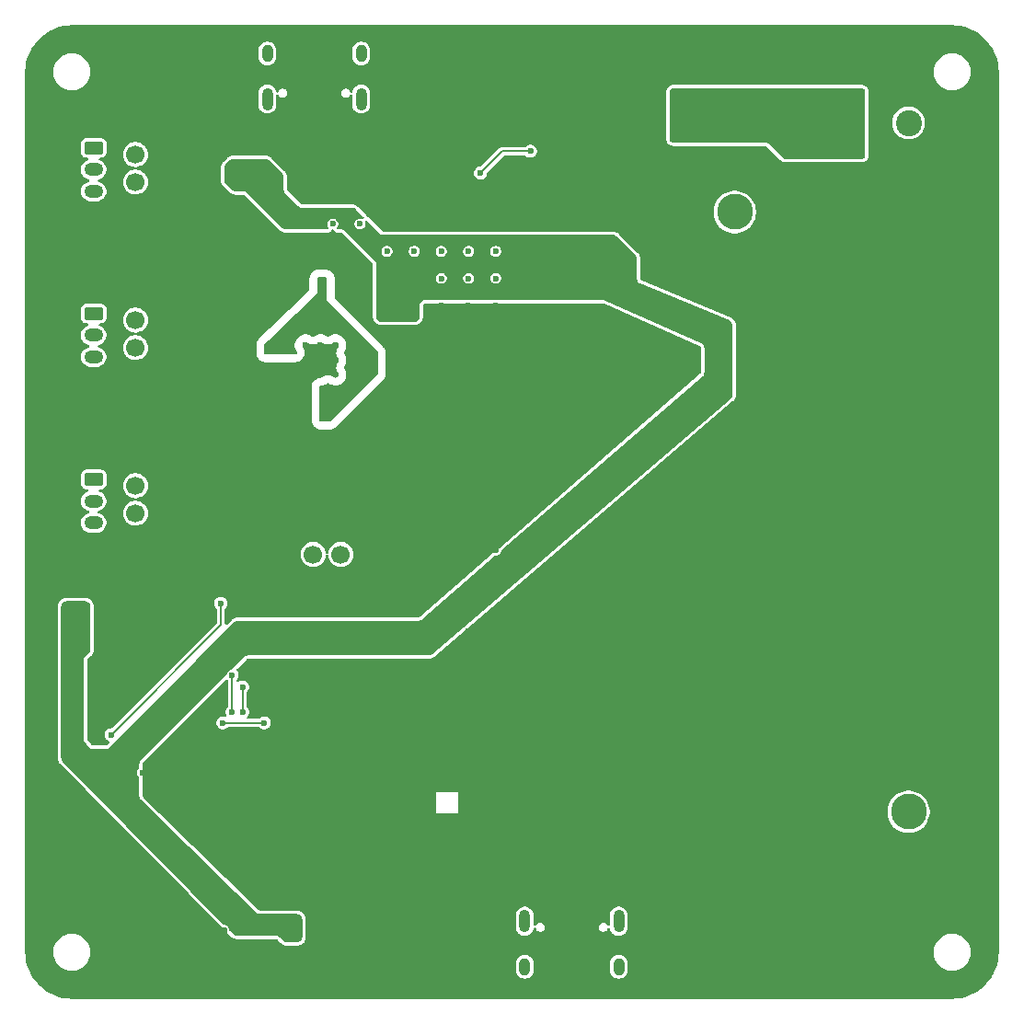
<source format=gbl>
%TF.GenerationSoftware,KiCad,Pcbnew,9.0.2*%
%TF.CreationDate,2026-01-30T17:13:30-08:00*%
%TF.ProjectId,BLV_PCB,424c565f-5043-4422-9e6b-696361645f70,rev?*%
%TF.SameCoordinates,Original*%
%TF.FileFunction,Copper,L4,Bot*%
%TF.FilePolarity,Positive*%
%FSLAX46Y46*%
G04 Gerber Fmt 4.6, Leading zero omitted, Abs format (unit mm)*
G04 Created by KiCad (PCBNEW 9.0.2) date 2026-01-30 17:13:30*
%MOMM*%
%LPD*%
G01*
G04 APERTURE LIST*
G04 Aperture macros list*
%AMRoundRect*
0 Rectangle with rounded corners*
0 $1 Rounding radius*
0 $2 $3 $4 $5 $6 $7 $8 $9 X,Y pos of 4 corners*
0 Add a 4 corners polygon primitive as box body*
4,1,4,$2,$3,$4,$5,$6,$7,$8,$9,$2,$3,0*
0 Add four circle primitives for the rounded corners*
1,1,$1+$1,$2,$3*
1,1,$1+$1,$4,$5*
1,1,$1+$1,$6,$7*
1,1,$1+$1,$8,$9*
0 Add four rect primitives between the rounded corners*
20,1,$1+$1,$2,$3,$4,$5,0*
20,1,$1+$1,$4,$5,$6,$7,0*
20,1,$1+$1,$6,$7,$8,$9,0*
20,1,$1+$1,$8,$9,$2,$3,0*%
G04 Aperture macros list end*
%TA.AperFunction,SMDPad,CuDef*%
%ADD10C,1.000000*%
%TD*%
%TA.AperFunction,ComponentPad*%
%ADD11RoundRect,0.250000X-0.625000X0.350000X-0.625000X-0.350000X0.625000X-0.350000X0.625000X0.350000X0*%
%TD*%
%TA.AperFunction,ComponentPad*%
%ADD12O,1.750000X1.200000*%
%TD*%
%TA.AperFunction,ComponentPad*%
%ADD13R,1.700000X1.700000*%
%TD*%
%TA.AperFunction,ComponentPad*%
%ADD14C,1.700000*%
%TD*%
%TA.AperFunction,HeatsinkPad*%
%ADD15O,1.000000X2.100000*%
%TD*%
%TA.AperFunction,HeatsinkPad*%
%ADD16O,1.000000X1.600000*%
%TD*%
%TA.AperFunction,ComponentPad*%
%ADD17C,3.300000*%
%TD*%
%TA.AperFunction,ComponentPad*%
%ADD18C,2.400000*%
%TD*%
%TA.AperFunction,ComponentPad*%
%ADD19O,3.500000X2.500000*%
%TD*%
%TA.AperFunction,ViaPad*%
%ADD20C,0.600000*%
%TD*%
%TA.AperFunction,ViaPad*%
%ADD21C,0.700000*%
%TD*%
%TA.AperFunction,Conductor*%
%ADD22C,0.150000*%
%TD*%
%TA.AperFunction,Conductor*%
%ADD23C,0.200000*%
%TD*%
G04 APERTURE END LIST*
D10*
%TO.P,TP4,1,1*%
%TO.N,GND*%
X143500000Y-120750000D03*
%TD*%
D11*
%TO.P,J3,1,Pin_1*%
%TO.N,/Cube2_UART_TX*%
X136500000Y-82000000D03*
D12*
%TO.P,J3,2,Pin_2*%
%TO.N,/Cube2_UART_RX*%
X136500000Y-84000000D03*
%TO.P,J3,3,Pin_3*%
%TO.N,unconnected-(J3-Pin_3-Pad3)*%
X136500000Y-86000000D03*
%TO.P,J3,4,Pin_4*%
%TO.N,GND*%
X136500000Y-88000000D03*
%TD*%
D11*
%TO.P,J2,1,Pin_1*%
%TO.N,/Cube1_UART_TX*%
X136500000Y-66740000D03*
D12*
%TO.P,J2,2,Pin_2*%
%TO.N,/Cube1_UART_RX*%
X136500000Y-68740000D03*
%TO.P,J2,3,Pin_3*%
%TO.N,unconnected-(J2-Pin_3-Pad3)*%
X136500000Y-70740000D03*
%TO.P,J2,4,Pin_4*%
%TO.N,GND*%
X136500000Y-72740000D03*
%TD*%
D13*
%TO.P,J6,1,Pin_1*%
%TO.N,GND*%
X140350000Y-87660000D03*
D14*
%TO.P,J6,2,Pin_2*%
%TO.N,/Cube2_UART_RX*%
X140350000Y-85120000D03*
%TO.P,J6,3,Pin_3*%
%TO.N,/Cube2_UART_TX*%
X140350000Y-82580000D03*
%TD*%
D15*
%TO.P,J10,S1,SHIELD*%
%TO.N,unconnected-(J10-SHIELD-PadS1)_1*%
X176180000Y-122670000D03*
D16*
%TO.N,unconnected-(J10-SHIELD-PadS1)_3*%
X176180000Y-126850000D03*
D15*
%TO.N,unconnected-(J10-SHIELD-PadS1)_2*%
X184820000Y-122670000D03*
D16*
%TO.N,unconnected-(J10-SHIELD-PadS1)*%
X184820000Y-126850000D03*
%TD*%
D17*
%TO.P,U4,*%
%TO.N,*%
X211500000Y-112600000D03*
X195500000Y-57400000D03*
D18*
X211500000Y-49200000D03*
D19*
%TO.P,U4,1,1*%
%TO.N,GND*%
X203500000Y-120720000D03*
%TO.P,U4,2,2*%
%TO.N,+BATT*%
X203500000Y-49280000D03*
%TD*%
D13*
%TO.P,J5,1,Pin_1*%
%TO.N,GND*%
X140350000Y-72420000D03*
D14*
%TO.P,J5,2,Pin_2*%
%TO.N,/Cube1_UART_RX*%
X140350000Y-69880000D03*
%TO.P,J5,3,Pin_3*%
%TO.N,/Cube1_UART_TX*%
X140350000Y-67340000D03*
%TD*%
D15*
%TO.P,J8,S1,SHIELD*%
%TO.N,unconnected-(J8-SHIELD-PadS1)*%
X161120000Y-46990000D03*
D16*
%TO.N,unconnected-(J8-SHIELD-PadS1)_3*%
X161120000Y-42810000D03*
D15*
%TO.N,unconnected-(J8-SHIELD-PadS1)_1*%
X152480000Y-46990000D03*
D16*
%TO.N,unconnected-(J8-SHIELD-PadS1)_2*%
X152480000Y-42810000D03*
%TD*%
D13*
%TO.P,J7,1,Pin_1*%
%TO.N,GND*%
X154160000Y-88900000D03*
D14*
%TO.P,J7,2,Pin_2*%
%TO.N,/MCU/SWCLK*%
X156700000Y-88900000D03*
%TO.P,J7,3,Pin_3*%
%TO.N,/MCU/SWD*%
X159240000Y-88900000D03*
%TD*%
D13*
%TO.P,J4,1,Pin_1*%
%TO.N,GND*%
X140350000Y-57180000D03*
D14*
%TO.P,J4,2,Pin_2*%
%TO.N,/Cube0_UART_RX*%
X140350000Y-54640000D03*
%TO.P,J4,3,Pin_3*%
%TO.N,/Cube0_UART_TX*%
X140350000Y-52100000D03*
%TD*%
D11*
%TO.P,J1,1,Pin_1*%
%TO.N,/Cube0_UART_TX*%
X136500000Y-51500000D03*
D12*
%TO.P,J1,2,Pin_2*%
%TO.N,/Cube0_UART_RX*%
X136500000Y-53500000D03*
%TO.P,J1,3,Pin_3*%
%TO.N,unconnected-(J1-Pin_3-Pad3)*%
X136500000Y-55500000D03*
%TO.P,J1,4,Pin_4*%
%TO.N,GND*%
X136500000Y-57500000D03*
%TD*%
D10*
%TO.P,TP2,1,1*%
%TO.N,+3V3*%
X148250000Y-120750000D03*
%TD*%
D20*
%TO.N,GND*%
X133500000Y-121000000D03*
X141000000Y-121000000D03*
X138500000Y-121000000D03*
X136000000Y-121000000D03*
X183000000Y-58500000D03*
X171000000Y-128500000D03*
X173500000Y-128500000D03*
X171000000Y-126000000D03*
X173500000Y-126000000D03*
X169750000Y-116500000D03*
X167250000Y-116500000D03*
X173500000Y-108500000D03*
X174000000Y-113500000D03*
X174000000Y-111000000D03*
X168500000Y-108500000D03*
X171000000Y-108500000D03*
X166000000Y-108500000D03*
X163500000Y-103500000D03*
X163500000Y-106000000D03*
X176000000Y-108500000D03*
X176000000Y-113500000D03*
X176000000Y-111000000D03*
D21*
%TO.N,+3V3*%
X155200000Y-124100000D03*
D20*
X135100000Y-98400000D03*
X182000000Y-64500000D03*
D21*
X150000000Y-54800000D03*
D20*
X134100000Y-103600000D03*
D21*
X165493670Y-66482022D03*
D20*
X134100000Y-99700000D03*
D21*
X151500000Y-54800000D03*
D20*
X134100000Y-98400000D03*
D21*
X153000000Y-56300000D03*
D20*
X180000000Y-62500000D03*
X178000000Y-60400000D03*
X135600000Y-93700000D03*
X184000000Y-62500000D03*
D21*
X150000000Y-122500000D03*
D20*
X182000000Y-60400000D03*
D21*
X153000000Y-54800000D03*
D20*
X172500000Y-60500000D03*
X134100000Y-102300000D03*
X134000000Y-105000000D03*
X184000000Y-64500000D03*
D21*
X150000000Y-53300000D03*
D20*
X180000000Y-64500000D03*
D21*
X155200000Y-122500000D03*
X154400000Y-123300000D03*
D20*
X135100000Y-99700000D03*
D21*
X165500000Y-64500000D03*
X154400000Y-124100000D03*
X155200000Y-123300000D03*
D20*
X135100000Y-101000000D03*
X178000000Y-62500000D03*
D21*
X151500000Y-53300000D03*
D20*
X135100000Y-103600000D03*
X135100000Y-102300000D03*
D21*
X154400000Y-122500000D03*
X165500000Y-62500000D03*
D20*
X180000000Y-60400000D03*
X182000000Y-62500000D03*
X135600000Y-97300000D03*
D21*
X163500000Y-66500000D03*
X163500000Y-64500000D03*
D20*
X135600000Y-96000000D03*
X135000000Y-105000000D03*
D21*
X163500000Y-62500000D03*
D20*
X134100000Y-101000000D03*
%TO.N,+1V1*%
X162175000Y-70600000D03*
X157475000Y-64440000D03*
X157768413Y-76206587D03*
X152675000Y-70000000D03*
X157475000Y-63600000D03*
%TO.N,+BATT*%
X201000000Y-51500000D03*
X206000000Y-49000000D03*
X206000000Y-47000000D03*
X196000000Y-47500000D03*
X206000000Y-51500000D03*
X203500000Y-47000000D03*
X198500000Y-47500000D03*
X203500000Y-51500000D03*
X196000000Y-49500000D03*
X201000000Y-47000000D03*
X191000000Y-49500000D03*
X193500000Y-49500000D03*
X198500000Y-49500000D03*
X201000000Y-49000000D03*
X191000000Y-47500000D03*
X193500000Y-47500000D03*
%TO.N,GND*%
X196000000Y-53500000D03*
X133500000Y-112000000D03*
X131000000Y-71000000D03*
X141000000Y-41000000D03*
X186000000Y-98500000D03*
X206000000Y-86000000D03*
X203500000Y-86000000D03*
X173500000Y-106000000D03*
X188500000Y-58500000D03*
X216000000Y-86000000D03*
X193500000Y-66000000D03*
X156000000Y-101000000D03*
X186000000Y-101000000D03*
X208500000Y-98500000D03*
X211000000Y-53500000D03*
X193500000Y-61000000D03*
X138400000Y-52500000D03*
X142700000Y-81000000D03*
X188500000Y-103500000D03*
X168500000Y-128500000D03*
X163500000Y-56000000D03*
X131000000Y-61000000D03*
X191000000Y-126000000D03*
X206000000Y-113500000D03*
X141000000Y-46000000D03*
X206000000Y-78500000D03*
X211000000Y-128500000D03*
X208500000Y-111000000D03*
X158500000Y-128500000D03*
X201000000Y-41500000D03*
X198500000Y-44000000D03*
X158500000Y-94000000D03*
X206000000Y-56000000D03*
X146000000Y-123500000D03*
X216000000Y-61000000D03*
X193500000Y-108500000D03*
X198500000Y-83500000D03*
X213500000Y-63500000D03*
D21*
X151200000Y-111800000D03*
D20*
X201000000Y-101000000D03*
X142700000Y-78500000D03*
X213500000Y-121000000D03*
X211000000Y-47000000D03*
X179900000Y-119400000D03*
X183500000Y-86000000D03*
X162000000Y-111000000D03*
X216000000Y-106000000D03*
X138500000Y-128500000D03*
X176000000Y-93500000D03*
X164775000Y-70400000D03*
X156000000Y-126000000D03*
D21*
X161175000Y-64740000D03*
D20*
X183500000Y-91000000D03*
X188500000Y-108500000D03*
X201000000Y-103500000D03*
X208500000Y-53500000D03*
X173500000Y-43500000D03*
X158750000Y-69650000D03*
X188500000Y-113500000D03*
X141000000Y-43500000D03*
X188500000Y-41500000D03*
X151000000Y-43500000D03*
X143500000Y-48500000D03*
X206000000Y-111000000D03*
X208500000Y-71000000D03*
X183500000Y-98500000D03*
X206000000Y-103500000D03*
X181000000Y-101000000D03*
X201000000Y-83500000D03*
X173500000Y-103500000D03*
X176000000Y-103500000D03*
X191000000Y-123500000D03*
X176000000Y-41000000D03*
X208500000Y-66000000D03*
X188500000Y-56000000D03*
D21*
X147200000Y-63300000D03*
D20*
X206000000Y-106000000D03*
X181000000Y-96000000D03*
X188500000Y-123500000D03*
X188500000Y-128500000D03*
X161000000Y-128500000D03*
X183500000Y-96000000D03*
X196000000Y-71000000D03*
X203500000Y-113500000D03*
X178500000Y-103500000D03*
X171000000Y-81000000D03*
X138500000Y-41000000D03*
X181000000Y-78500000D03*
X208500000Y-116000000D03*
X133500000Y-88500000D03*
X171000000Y-86000000D03*
X173500000Y-78500000D03*
X213500000Y-111000000D03*
X193500000Y-106000000D03*
X156000000Y-108500000D03*
X183500000Y-101000000D03*
X211000000Y-93500000D03*
X131000000Y-81000000D03*
X168500000Y-41000000D03*
X186000000Y-83500000D03*
X206000000Y-58500000D03*
X141000000Y-93500000D03*
X206000000Y-96000000D03*
X149900000Y-70000000D03*
X178500000Y-101000000D03*
X151000000Y-126000000D03*
X186000000Y-44000000D03*
X198500000Y-98500000D03*
X133500000Y-86000000D03*
X216000000Y-71000000D03*
X161000000Y-99000000D03*
X133500000Y-73500000D03*
X186000000Y-103500000D03*
X208500000Y-41500000D03*
X211000000Y-96000000D03*
X193500000Y-41500000D03*
X211000000Y-121000000D03*
X198500000Y-126000000D03*
X206000000Y-93500000D03*
X216000000Y-91000000D03*
X166000000Y-43500000D03*
X148500000Y-128500000D03*
X168500000Y-106000000D03*
X181000000Y-98500000D03*
X181350905Y-118249095D03*
X208500000Y-73500000D03*
X196000000Y-103500000D03*
X178500000Y-96000000D03*
X203500000Y-53500000D03*
X201000000Y-108500000D03*
X201000000Y-78500000D03*
X188500000Y-121000000D03*
X213500000Y-96000000D03*
X139000000Y-78500000D03*
X211000000Y-41500000D03*
X193500000Y-126000000D03*
X188500000Y-53500000D03*
X191000000Y-63500000D03*
X203500000Y-41500000D03*
X178500000Y-128500000D03*
X131000000Y-103500000D03*
X173500000Y-63500000D03*
D21*
X149200000Y-61000000D03*
D20*
X168500000Y-123500000D03*
X156000000Y-106000000D03*
X161000000Y-126000000D03*
X136000000Y-63500000D03*
X206000000Y-41500000D03*
X146000000Y-78500000D03*
X196000000Y-116000000D03*
X131000000Y-66000000D03*
X183500000Y-93500000D03*
X159500000Y-121000000D03*
X203500000Y-68500000D03*
X206000000Y-91000000D03*
X173500000Y-51000000D03*
X161000000Y-56000000D03*
X159500000Y-116000000D03*
D21*
X147200000Y-61000000D03*
D20*
X143500000Y-41000000D03*
D21*
X160000000Y-86000000D03*
D20*
X216000000Y-101000000D03*
X146000000Y-76000000D03*
X203500000Y-63500000D03*
X178500000Y-76000000D03*
X168500000Y-58500000D03*
X176000000Y-73500000D03*
X211000000Y-106000000D03*
X186000000Y-73500000D03*
D21*
X154000000Y-78500000D03*
D20*
X201000000Y-116000000D03*
X183500000Y-116000000D03*
D21*
X153500000Y-84000000D03*
D20*
X203500000Y-106000000D03*
X211000000Y-66000000D03*
X131000000Y-76000000D03*
X162000000Y-116000000D03*
X198500000Y-108500000D03*
X171000000Y-78500000D03*
X133500000Y-78500000D03*
X158500000Y-58500000D03*
X203500000Y-58500000D03*
X206000000Y-68500000D03*
X211000000Y-44000000D03*
X156000000Y-43500000D03*
X216000000Y-76000000D03*
X131000000Y-48500000D03*
X198500000Y-116000000D03*
D21*
X149200000Y-59000000D03*
D20*
X216000000Y-111000000D03*
X138500000Y-43500000D03*
X178500000Y-126000000D03*
X168500000Y-63500000D03*
X216000000Y-88500000D03*
X203500000Y-44000000D03*
X196000000Y-44000000D03*
X156000000Y-99000000D03*
X216000000Y-96000000D03*
X213500000Y-86000000D03*
X166000000Y-93500000D03*
X211000000Y-73500000D03*
X161000000Y-106000000D03*
X201000000Y-63500000D03*
X151000000Y-128500000D03*
X183500000Y-108500000D03*
X131000000Y-91000000D03*
X178500000Y-44000000D03*
X133500000Y-51000000D03*
X143500000Y-51000000D03*
X206000000Y-108500000D03*
X181000000Y-93500000D03*
X153500000Y-99000000D03*
X153500000Y-103500000D03*
X176000000Y-78500000D03*
X163500000Y-93500000D03*
X166000000Y-53500000D03*
X206000000Y-76000000D03*
X183500000Y-41500000D03*
X203500000Y-103500000D03*
X208500000Y-44000000D03*
X159500000Y-111000000D03*
X186000000Y-86000000D03*
X168500000Y-66000000D03*
X181000000Y-88500000D03*
X198500000Y-68500000D03*
X183500000Y-78500000D03*
X171000000Y-61000000D03*
X208500000Y-81000000D03*
X198500000Y-73500000D03*
X176000000Y-101000000D03*
X198500000Y-53500000D03*
D21*
X153500000Y-80000000D03*
D20*
X143500000Y-43500000D03*
X181000000Y-81000000D03*
X176000000Y-43500000D03*
X166000000Y-48500000D03*
X146000000Y-81000000D03*
X168500000Y-53500000D03*
X176000000Y-81000000D03*
X198500000Y-93500000D03*
X176000000Y-71000000D03*
X213500000Y-113500000D03*
X159500000Y-113500000D03*
X201000000Y-106000000D03*
X196000000Y-113500000D03*
X208500000Y-128500000D03*
X211000000Y-88500000D03*
X186000000Y-53500000D03*
X206000000Y-116000000D03*
X171000000Y-41000000D03*
X163500000Y-48500000D03*
X208500000Y-96000000D03*
X211000000Y-103500000D03*
X176000000Y-96000000D03*
X178500000Y-111000000D03*
X213500000Y-66000000D03*
X171000000Y-96000000D03*
X206000000Y-126000000D03*
X213500000Y-78500000D03*
D21*
X158000000Y-86000000D03*
D20*
X186000000Y-91000000D03*
X216000000Y-48500000D03*
X178500000Y-78500000D03*
X166000000Y-61000000D03*
X188500000Y-86000000D03*
X148500000Y-101500000D03*
X206000000Y-73500000D03*
X211000000Y-91000000D03*
X166000000Y-56000000D03*
X196000000Y-61000000D03*
D21*
X149000000Y-64900000D03*
D20*
X131000000Y-96000000D03*
X196000000Y-73500000D03*
X153500000Y-41000000D03*
X191000000Y-128500000D03*
X131000000Y-83500000D03*
X216000000Y-83500000D03*
X201000000Y-98500000D03*
X213500000Y-58500000D03*
X208500000Y-88500000D03*
X196000000Y-126000000D03*
X186000000Y-93500000D03*
X183000000Y-56000000D03*
X161000000Y-91500000D03*
X163500000Y-91000000D03*
X157000000Y-111000000D03*
X173500000Y-76000000D03*
X196000000Y-68500000D03*
X141000000Y-48500000D03*
X208500000Y-93500000D03*
X146000000Y-112000000D03*
X191000000Y-103500000D03*
X196000000Y-108500000D03*
X188500000Y-98500000D03*
X153500000Y-91500000D03*
X138500000Y-123500000D03*
X213500000Y-118500000D03*
X131000000Y-73500000D03*
X131000000Y-63500000D03*
X146000000Y-93500000D03*
X196000000Y-101000000D03*
D21*
X149200000Y-57000000D03*
D20*
X201000000Y-93500000D03*
X216000000Y-78500000D03*
X216000000Y-66000000D03*
X208500000Y-101000000D03*
X159500000Y-118500000D03*
X166000000Y-128500000D03*
X208500000Y-113500000D03*
X181000000Y-128500000D03*
X201000000Y-44000000D03*
X193500000Y-63500000D03*
X146000000Y-96000000D03*
X151000000Y-46000000D03*
X211000000Y-51000000D03*
X196000000Y-123500000D03*
X198500000Y-96000000D03*
X168500000Y-68500000D03*
X206000000Y-44000000D03*
X213500000Y-81000000D03*
X161000000Y-101000000D03*
X216000000Y-53500000D03*
X183500000Y-103500000D03*
X178500000Y-71000000D03*
X211000000Y-98500000D03*
X196000000Y-81000000D03*
X181000000Y-126000000D03*
D21*
X147200000Y-59000000D03*
D20*
X211000000Y-71000000D03*
X193500000Y-83500000D03*
X166000000Y-126000000D03*
X188500000Y-96000000D03*
X158500000Y-91500000D03*
X201000000Y-58500000D03*
X156000000Y-71000000D03*
X198500000Y-118500000D03*
X216000000Y-121000000D03*
D21*
X151000000Y-64900000D03*
D20*
X216000000Y-56000000D03*
X208500000Y-76000000D03*
X211000000Y-76000000D03*
X216000000Y-58500000D03*
X147000000Y-45300000D03*
X208500000Y-103500000D03*
X146000000Y-88500000D03*
X181000000Y-108500000D03*
X186000000Y-41500000D03*
X161000000Y-51000000D03*
X131000000Y-86000000D03*
X203500000Y-98500000D03*
X216000000Y-93500000D03*
X143500000Y-128500000D03*
X133500000Y-81000000D03*
X193500000Y-91000000D03*
X196000000Y-88500000D03*
X163100000Y-75800000D03*
X196000000Y-121000000D03*
X158500000Y-108500000D03*
X133500000Y-48500000D03*
X168500000Y-43500000D03*
X186000000Y-126000000D03*
X213500000Y-103500000D03*
X206000000Y-88500000D03*
X166000000Y-91000000D03*
X138400000Y-54700000D03*
X193500000Y-81000000D03*
X157000000Y-123500000D03*
X188500000Y-116000000D03*
X201000000Y-56000000D03*
X169000000Y-91000000D03*
X131000000Y-51000000D03*
X161000000Y-103500000D03*
X206000000Y-53500000D03*
X198500000Y-58500000D03*
X208500000Y-121000000D03*
X193500000Y-128500000D03*
X193500000Y-123500000D03*
X163500000Y-108500000D03*
X216000000Y-108500000D03*
X203500000Y-108500000D03*
X201000000Y-123500000D03*
X206000000Y-61000000D03*
X203500000Y-56000000D03*
X171000000Y-71000000D03*
X191000000Y-44000000D03*
X198500000Y-101000000D03*
X156000000Y-41000000D03*
X162000000Y-121000000D03*
X206000000Y-101000000D03*
X196000000Y-78500000D03*
X213500000Y-51000000D03*
X191000000Y-58500000D03*
X203500000Y-96000000D03*
X201000000Y-81000000D03*
X156000000Y-72350000D03*
X203500000Y-76000000D03*
X193500000Y-101000000D03*
X140200000Y-60800000D03*
X208500000Y-78500000D03*
X193500000Y-56000000D03*
X198500000Y-123500000D03*
X173500000Y-98500000D03*
X158500000Y-103500000D03*
X183500000Y-128500000D03*
X153500000Y-51000000D03*
X208500000Y-91000000D03*
X162000000Y-118500000D03*
X191000000Y-116000000D03*
X198500000Y-41500000D03*
X138500000Y-103500000D03*
X157000000Y-121000000D03*
X198500000Y-61000000D03*
X173500000Y-61000000D03*
X131000000Y-111000000D03*
X156000000Y-128500000D03*
X206000000Y-81000000D03*
X163500000Y-126000000D03*
X188500000Y-106000000D03*
X201000000Y-53500000D03*
D21*
X151200000Y-107200000D03*
D20*
X143500000Y-126000000D03*
X198500000Y-86000000D03*
X188500000Y-93500000D03*
D21*
X147200000Y-57000000D03*
D20*
X188500000Y-91000000D03*
X153500000Y-94000000D03*
X186000000Y-128500000D03*
D21*
X161175000Y-63940000D03*
D20*
X163500000Y-101000000D03*
X211000000Y-126000000D03*
X178500000Y-73500000D03*
X198500000Y-71000000D03*
X211000000Y-58500000D03*
X146000000Y-91000000D03*
X163500000Y-53500000D03*
X176000000Y-106000000D03*
X208500000Y-58500000D03*
X196000000Y-111000000D03*
X181000000Y-53500000D03*
X203500000Y-91000000D03*
X198500000Y-88500000D03*
X176000000Y-83500000D03*
X213500000Y-116000000D03*
X141000000Y-123500000D03*
X163500000Y-51000000D03*
X216000000Y-118500000D03*
X138500000Y-98500000D03*
X208500000Y-83500000D03*
X188500000Y-63500000D03*
X173500000Y-71000000D03*
X162000000Y-113500000D03*
X198500000Y-56000000D03*
X151000000Y-48500000D03*
X143500000Y-46000000D03*
X173500000Y-48500000D03*
X206000000Y-118500000D03*
X176000000Y-116000000D03*
X179000000Y-53500000D03*
X203500000Y-123500000D03*
X203500000Y-101000000D03*
X176000000Y-128500000D03*
X158500000Y-101000000D03*
X143500000Y-109000000D03*
X133500000Y-56000000D03*
X206000000Y-128500000D03*
X198500000Y-78500000D03*
X178500000Y-98500000D03*
X154700000Y-60900000D03*
X213500000Y-101000000D03*
X213500000Y-56000000D03*
D21*
X151200000Y-115200000D03*
D20*
X173500000Y-81000000D03*
X196000000Y-128500000D03*
X163500000Y-128500000D03*
X171000000Y-66000000D03*
X203500000Y-93500000D03*
X203500000Y-61000000D03*
X150600000Y-67800000D03*
X163500000Y-41000000D03*
X206000000Y-121000000D03*
X188500000Y-73500000D03*
X196000000Y-63500000D03*
X164775000Y-68600000D03*
X176000000Y-98500000D03*
X138500000Y-48500000D03*
X178500000Y-91000000D03*
X193500000Y-103500000D03*
D21*
X149200000Y-63300000D03*
D20*
X155000000Y-53500000D03*
X211000000Y-101000000D03*
X161875000Y-66890000D03*
X137000000Y-75000000D03*
X211000000Y-61000000D03*
X193500000Y-113500000D03*
X188500000Y-118500000D03*
X208500000Y-106000000D03*
X188500000Y-88500000D03*
X216000000Y-113500000D03*
X211000000Y-78500000D03*
D21*
X152800000Y-116600000D03*
D20*
X191000000Y-106000000D03*
X211000000Y-83500000D03*
X153500000Y-128500000D03*
X203500000Y-81000000D03*
X178500000Y-113500000D03*
X138500000Y-96000000D03*
X198500000Y-121000000D03*
X178500000Y-81000000D03*
X196000000Y-98500000D03*
X158800000Y-78800000D03*
X173500000Y-88500000D03*
X186000000Y-71000000D03*
X188500000Y-83500000D03*
X201000000Y-96000000D03*
X159500000Y-123500000D03*
X131000000Y-58500000D03*
X158500000Y-41000000D03*
X166000000Y-58500000D03*
X153500000Y-43500000D03*
X131000000Y-93500000D03*
X201000000Y-86000000D03*
X193500000Y-86000000D03*
X164775000Y-71400000D03*
X158500000Y-106000000D03*
X148500000Y-126000000D03*
X201000000Y-61000000D03*
X143500000Y-112000000D03*
X181000000Y-91000000D03*
X168500000Y-103500000D03*
X198500000Y-91000000D03*
X158750000Y-72350000D03*
X131000000Y-78500000D03*
D21*
X152800000Y-108600000D03*
D20*
X181000000Y-41500000D03*
X161000000Y-58500000D03*
X211000000Y-68500000D03*
X193500000Y-44000000D03*
X193500000Y-121000000D03*
X143500000Y-88500000D03*
X211000000Y-81000000D03*
X208500000Y-49000000D03*
X216000000Y-98500000D03*
X191000000Y-118500000D03*
X133500000Y-53500000D03*
X213500000Y-91000000D03*
X213500000Y-76000000D03*
X196000000Y-76000000D03*
X148500000Y-41000000D03*
X173500000Y-121000000D03*
X173500000Y-83500000D03*
X193500000Y-53500000D03*
X213500000Y-106000000D03*
X198500000Y-106000000D03*
X178500000Y-116000000D03*
X196000000Y-96000000D03*
X181000000Y-106000000D03*
X208500000Y-118500000D03*
X166000000Y-41000000D03*
X181000000Y-73500000D03*
X208500000Y-68500000D03*
X140000000Y-65000000D03*
X198500000Y-103500000D03*
X208500000Y-61000000D03*
X186000000Y-106000000D03*
X178500000Y-83500000D03*
X163500000Y-43500000D03*
X196000000Y-86000000D03*
X216000000Y-116000000D03*
X188500000Y-111000000D03*
X208500000Y-47000000D03*
X171000000Y-88500000D03*
X148500000Y-43500000D03*
X213500000Y-93500000D03*
X216000000Y-68500000D03*
X198500000Y-111000000D03*
X138500000Y-46000000D03*
X157375000Y-71000000D03*
X174500000Y-57100000D03*
X191000000Y-41500000D03*
X173500000Y-73500000D03*
X156000000Y-69650000D03*
X193500000Y-116000000D03*
X143000000Y-58000000D03*
X178500000Y-93500000D03*
D21*
X160000000Y-84000000D03*
D20*
X203500000Y-66000000D03*
X133500000Y-83500000D03*
X163500000Y-58500000D03*
X201000000Y-71000000D03*
X198500000Y-128500000D03*
X146000000Y-83500000D03*
X203500000Y-111000000D03*
X201000000Y-73500000D03*
X143500000Y-91000000D03*
X146000000Y-86000000D03*
X131000000Y-98500000D03*
X146000000Y-128500000D03*
X211000000Y-116000000D03*
X193500000Y-93500000D03*
X188500000Y-71000000D03*
X166000000Y-51000000D03*
X158500000Y-53500000D03*
X186000000Y-123500000D03*
X208500000Y-51000000D03*
X136500000Y-78500000D03*
X183500000Y-126000000D03*
X131000000Y-108500000D03*
X171000000Y-51000000D03*
X193500000Y-58500000D03*
X153500000Y-126000000D03*
X213500000Y-73500000D03*
X171000000Y-76000000D03*
X201000000Y-91000000D03*
X171000000Y-103500000D03*
X203500000Y-88500000D03*
D21*
X153500000Y-82000000D03*
D20*
X198500000Y-66000000D03*
X146000000Y-41000000D03*
X157000000Y-116000000D03*
X171000000Y-98500000D03*
X206000000Y-63500000D03*
X208500000Y-108500000D03*
X206000000Y-66000000D03*
X143500000Y-93500000D03*
X163500000Y-88500000D03*
X131000000Y-53500000D03*
X175500000Y-57100000D03*
X173500000Y-86000000D03*
X191000000Y-111000000D03*
X211000000Y-86000000D03*
X171000000Y-48500000D03*
X201000000Y-68500000D03*
X156000000Y-103500000D03*
X181000000Y-71000000D03*
D21*
X160000000Y-82000000D03*
D20*
X161000000Y-41000000D03*
X155575000Y-78300000D03*
X181000000Y-44000000D03*
X198500000Y-81000000D03*
D21*
X154000000Y-86000000D03*
D20*
X186000000Y-96000000D03*
X168500000Y-126000000D03*
X171000000Y-101000000D03*
X131000000Y-68500000D03*
X178500000Y-106000000D03*
X216000000Y-73500000D03*
X181000000Y-103500000D03*
X151000000Y-41000000D03*
X146000000Y-43500000D03*
X216000000Y-51000000D03*
X193500000Y-118500000D03*
X131000000Y-88500000D03*
X203500000Y-128500000D03*
X158500000Y-126000000D03*
X188500000Y-61000000D03*
X211000000Y-63500000D03*
X133500000Y-68500000D03*
X136000000Y-112000000D03*
X193500000Y-96000000D03*
X139500000Y-75000000D03*
X206000000Y-71000000D03*
X191000000Y-108500000D03*
X203500000Y-116000000D03*
X184000000Y-118500000D03*
X201000000Y-126000000D03*
X171000000Y-43500000D03*
X183500000Y-106000000D03*
X141000000Y-101000000D03*
X143500000Y-98500000D03*
X141000000Y-128500000D03*
X176000000Y-86000000D03*
X203500000Y-78500000D03*
X216000000Y-103500000D03*
X163500000Y-99000000D03*
X178500000Y-108500000D03*
X168500000Y-51000000D03*
X213500000Y-98500000D03*
X173500000Y-123500000D03*
X196000000Y-66000000D03*
X216000000Y-63500000D03*
D21*
X151200000Y-113400000D03*
D20*
X173500000Y-101000000D03*
X211000000Y-108500000D03*
X146000000Y-109000000D03*
X198500000Y-113500000D03*
X175000000Y-57900000D03*
X193500000Y-98500000D03*
X203500000Y-126000000D03*
X157375000Y-69650000D03*
X201000000Y-121000000D03*
X158750000Y-71000000D03*
X168500000Y-48500000D03*
X151000000Y-51000000D03*
X196000000Y-106000000D03*
X133500000Y-71000000D03*
X168500000Y-61000000D03*
X213500000Y-61000000D03*
X201000000Y-113500000D03*
X183500000Y-53500000D03*
X181000000Y-76000000D03*
X201000000Y-66000000D03*
X157375000Y-72350000D03*
X138500000Y-101000000D03*
X173500000Y-96000000D03*
X141000000Y-91000000D03*
X171000000Y-121000000D03*
X183500000Y-71000000D03*
X146000000Y-126000000D03*
X171000000Y-73500000D03*
X141000000Y-126000000D03*
X211000000Y-123500000D03*
X157000000Y-118500000D03*
X186000000Y-58500000D03*
X161000000Y-53500000D03*
X193500000Y-88500000D03*
X203500000Y-118500000D03*
X143500000Y-107000000D03*
X201000000Y-111000000D03*
X143500000Y-123500000D03*
X138500000Y-126000000D03*
X191000000Y-56000000D03*
X173500000Y-66000000D03*
X201000000Y-88500000D03*
X186000000Y-116000000D03*
X148500000Y-123500000D03*
D21*
X160000000Y-80000000D03*
D20*
X206000000Y-98500000D03*
X146000000Y-106000000D03*
X171000000Y-68500000D03*
X171000000Y-63500000D03*
X171000000Y-123500000D03*
X158500000Y-56000000D03*
X201000000Y-118500000D03*
X203500000Y-71000000D03*
X186000000Y-88500000D03*
X213500000Y-108500000D03*
X183500000Y-44000000D03*
X211000000Y-56000000D03*
X208500000Y-123500000D03*
X188500000Y-101000000D03*
X181000000Y-116000000D03*
X213500000Y-71000000D03*
X133500000Y-63500000D03*
X186000000Y-108500000D03*
X208500000Y-63500000D03*
X198500000Y-76000000D03*
X176000000Y-76000000D03*
X131000000Y-101000000D03*
X186000000Y-118500000D03*
X191000000Y-113500000D03*
X141000000Y-98500000D03*
X153500000Y-101000000D03*
X168500000Y-56000000D03*
X206000000Y-123500000D03*
X213500000Y-83500000D03*
X193500000Y-111000000D03*
X186000000Y-121000000D03*
X213500000Y-53500000D03*
X208500000Y-126000000D03*
X188500000Y-44000000D03*
X137500000Y-65000000D03*
D21*
X151200000Y-110200000D03*
D20*
X191000000Y-121000000D03*
X178500000Y-41500000D03*
X162000000Y-123500000D03*
X183500000Y-88500000D03*
X148000000Y-75000000D03*
X150700000Y-72000000D03*
X213500000Y-68500000D03*
X171000000Y-83500000D03*
X211000000Y-118500000D03*
X201000000Y-76000000D03*
X173500000Y-41000000D03*
X157000000Y-113500000D03*
X158500000Y-43500000D03*
X206000000Y-83500000D03*
X141000000Y-109000000D03*
X163500000Y-61000000D03*
X131000000Y-56000000D03*
X203500000Y-83500000D03*
X171000000Y-106000000D03*
X191000000Y-61000000D03*
X133500000Y-58500000D03*
X208500000Y-86000000D03*
X201000000Y-128500000D03*
X216000000Y-81000000D03*
X203500000Y-73500000D03*
X208500000Y-56000000D03*
X196000000Y-118500000D03*
X175000000Y-56200000D03*
X196000000Y-93500000D03*
D21*
X156000000Y-86000000D03*
X151200000Y-108600000D03*
D20*
X193500000Y-78500000D03*
X196000000Y-91000000D03*
X161000000Y-108500000D03*
X198500000Y-63500000D03*
X196000000Y-83500000D03*
X191000000Y-53500000D03*
X131000000Y-106000000D03*
X133500000Y-66000000D03*
X196000000Y-41500000D03*
X213500000Y-88500000D03*
X143000000Y-59000000D03*
X156000000Y-94000000D03*
X140200000Y-59100000D03*
%TO.N,/GNSS & MicroSD/SPI_CS1*%
X138100000Y-105500000D03*
X148200000Y-93400000D03*
%TO.N,/GNSS & MicroSD/SPI_MOSI*%
X148400000Y-104400000D03*
X152200000Y-104400000D03*
%TO.N,/GNSS & MicroSD/SPI_MISO*%
X149250000Y-100000000D03*
X149250000Y-103400000D03*
%TO.N,/Power/Vin*%
X176700000Y-51800000D03*
X172100000Y-53800000D03*
%TO.N,/GNSS & MicroSD/SPI_CS0*%
X150200000Y-101100000D03*
X150200000Y-103400000D03*
%TD*%
D22*
%TO.N,/GNSS & MicroSD/SPI_CS1*%
X148200000Y-95400000D02*
X138100000Y-105500000D01*
X148200000Y-93400000D02*
X148200000Y-95400000D01*
%TO.N,/GNSS & MicroSD/SPI_MOSI*%
X148400000Y-104400000D02*
X152200000Y-104400000D01*
%TO.N,/GNSS & MicroSD/SPI_MISO*%
X149250000Y-100000000D02*
X149250000Y-103400000D01*
D23*
%TO.N,/Power/Vin*%
X176700000Y-51800000D02*
X174100000Y-51800000D01*
X174100000Y-51800000D02*
X172100000Y-53800000D01*
D22*
%TO.N,/GNSS & MicroSD/SPI_CS0*%
X150200000Y-103400000D02*
X150200000Y-101100000D01*
%TD*%
%TA.AperFunction,Conductor*%
%TO.N,+BATT*%
G36*
X207211971Y-46002381D02*
G01*
X207290618Y-46018024D01*
X207335308Y-46036535D01*
X207391626Y-46074166D01*
X207397519Y-46080059D01*
X207402251Y-46082119D01*
X207425832Y-46108371D01*
X207463462Y-46164688D01*
X207481976Y-46209387D01*
X207497617Y-46288019D01*
X207500000Y-46312210D01*
X207500000Y-52187789D01*
X207497617Y-52211980D01*
X207481976Y-52290612D01*
X207478786Y-52298313D01*
X207478694Y-52303473D01*
X207463462Y-52335311D01*
X207425836Y-52391623D01*
X207391623Y-52425836D01*
X207335311Y-52463462D01*
X207290612Y-52481976D01*
X207211980Y-52497617D01*
X207187789Y-52500000D01*
X200136475Y-52500000D01*
X200112284Y-52497617D01*
X200033651Y-52481976D01*
X199988951Y-52463461D01*
X199922285Y-52418916D01*
X199903495Y-52403495D01*
X198587871Y-51087870D01*
X198587863Y-51087864D01*
X198490542Y-51022836D01*
X198490538Y-51022834D01*
X198375740Y-51000000D01*
X198375736Y-51000000D01*
X189812211Y-51000000D01*
X189788020Y-50997617D01*
X189709387Y-50981976D01*
X189664689Y-50963462D01*
X189608373Y-50925833D01*
X189574166Y-50891626D01*
X189536535Y-50835308D01*
X189518024Y-50790618D01*
X189502381Y-50711971D01*
X189500000Y-50687789D01*
X189500000Y-46312210D01*
X189502381Y-46288029D01*
X189518025Y-46209379D01*
X189536534Y-46164693D01*
X189574168Y-46108370D01*
X189608370Y-46074168D01*
X189664693Y-46036534D01*
X189709379Y-46018025D01*
X189788028Y-46002381D01*
X189812211Y-46000000D01*
X207187789Y-46000000D01*
X207211971Y-46002381D01*
G37*
%TD.AperFunction*%
%TD*%
%TA.AperFunction,Conductor*%
%TO.N,+3V3*%
G36*
X152300952Y-52501061D02*
G01*
X152406116Y-52514906D01*
X152437383Y-52523284D01*
X152527808Y-52560739D01*
X152555842Y-52576924D01*
X152640003Y-52641503D01*
X152652198Y-52652198D01*
X153847801Y-53847801D01*
X153858496Y-53859996D01*
X153923075Y-53944157D01*
X153939260Y-53972191D01*
X153976715Y-54062616D01*
X153985093Y-54093882D01*
X153998939Y-54199046D01*
X154000000Y-54215232D01*
X154000000Y-55292886D01*
X154000001Y-55292902D01*
X154017036Y-55422301D01*
X154017038Y-55422306D01*
X154066984Y-55542888D01*
X154066987Y-55542893D01*
X154146445Y-55646445D01*
X154146451Y-55646452D01*
X155353547Y-56853548D01*
X155353553Y-56853553D01*
X155457107Y-56933013D01*
X155457109Y-56933013D01*
X155457111Y-56933015D01*
X155517402Y-56957988D01*
X155577697Y-56982963D01*
X155707107Y-57000000D01*
X160284767Y-57000000D01*
X160300952Y-57001061D01*
X160406116Y-57014906D01*
X160437383Y-57023284D01*
X160527808Y-57060739D01*
X160555842Y-57076924D01*
X160640003Y-57141503D01*
X160652198Y-57152198D01*
X161333518Y-57833519D01*
X161367003Y-57894842D01*
X161362019Y-57964534D01*
X161320147Y-58020467D01*
X161254683Y-58044884D01*
X161198387Y-58035762D01*
X161193189Y-58033609D01*
X161193186Y-58033608D01*
X161065892Y-57999500D01*
X160934108Y-57999500D01*
X160806812Y-58033608D01*
X160692686Y-58099500D01*
X160692683Y-58099502D01*
X160599502Y-58192683D01*
X160599500Y-58192686D01*
X160533608Y-58306812D01*
X160499500Y-58434108D01*
X160499500Y-58565891D01*
X160533608Y-58693187D01*
X160537253Y-58699500D01*
X160599500Y-58807314D01*
X160692686Y-58900500D01*
X160806814Y-58966392D01*
X160934108Y-59000500D01*
X160934110Y-59000500D01*
X161065890Y-59000500D01*
X161065892Y-59000500D01*
X161193186Y-58966392D01*
X161307314Y-58900500D01*
X161400500Y-58807314D01*
X161466392Y-58693186D01*
X161500500Y-58565892D01*
X161500500Y-58434108D01*
X161466392Y-58306814D01*
X161466387Y-58306806D01*
X161464238Y-58301616D01*
X161456769Y-58232147D01*
X161488043Y-58169667D01*
X161548132Y-58134014D01*
X161617957Y-58136507D01*
X161666480Y-58166481D01*
X162853547Y-59353548D01*
X162853553Y-59353553D01*
X162957107Y-59433013D01*
X162957109Y-59433013D01*
X162957111Y-59433015D01*
X163017402Y-59457988D01*
X163077697Y-59482963D01*
X163207107Y-59500000D01*
X184284767Y-59500000D01*
X184300952Y-59501061D01*
X184406116Y-59514906D01*
X184437383Y-59523284D01*
X184527808Y-59560739D01*
X184555842Y-59576924D01*
X184640003Y-59641503D01*
X184652198Y-59652198D01*
X186347801Y-61347801D01*
X186358496Y-61359996D01*
X186423075Y-61444157D01*
X186439260Y-61472191D01*
X186476715Y-61562616D01*
X186485093Y-61593882D01*
X186498939Y-61699046D01*
X186500000Y-61715232D01*
X186500000Y-63540210D01*
X186521600Y-63685578D01*
X186521600Y-63685580D01*
X186584534Y-63818394D01*
X186584536Y-63818396D01*
X186683369Y-63927174D01*
X186809559Y-64002517D01*
X194981970Y-67368993D01*
X194998305Y-67377178D01*
X195100810Y-67438380D01*
X195129019Y-67461461D01*
X195203074Y-67542967D01*
X195223354Y-67573255D01*
X195270509Y-67672770D01*
X195281106Y-67707642D01*
X195298653Y-67825728D01*
X195300000Y-67843954D01*
X195300000Y-74196396D01*
X195298718Y-74214181D01*
X195282007Y-74329489D01*
X195271910Y-74363593D01*
X195226933Y-74461213D01*
X195207570Y-74491047D01*
X195130780Y-74578674D01*
X195118095Y-74591203D01*
X167648664Y-98072917D01*
X167630828Y-98085621D01*
X167507689Y-98157847D01*
X167466766Y-98172954D01*
X167326236Y-98198066D01*
X167304423Y-98200000D01*
X150707107Y-98200000D01*
X150707101Y-98200000D01*
X150707097Y-98200001D01*
X150577698Y-98217036D01*
X150577693Y-98217038D01*
X150457111Y-98266984D01*
X150457106Y-98266987D01*
X150353554Y-98346445D01*
X150353547Y-98346451D01*
X149229993Y-99470006D01*
X149174405Y-99502100D01*
X149056812Y-99533608D01*
X148942686Y-99599500D01*
X148942683Y-99599502D01*
X148849502Y-99692683D01*
X148849500Y-99692686D01*
X148783609Y-99806812D01*
X148752099Y-99924407D01*
X148720005Y-99979994D01*
X140846451Y-107853547D01*
X140846445Y-107853554D01*
X140766987Y-107957106D01*
X140766984Y-107957111D01*
X140717038Y-108077693D01*
X140717036Y-108077698D01*
X140700001Y-108207097D01*
X140700000Y-108207113D01*
X140700000Y-108540823D01*
X140680315Y-108607862D01*
X140663682Y-108628504D01*
X140599500Y-108692686D01*
X140533608Y-108806812D01*
X140499500Y-108934108D01*
X140499500Y-109065891D01*
X140533608Y-109193187D01*
X140566554Y-109250250D01*
X140599500Y-109307314D01*
X140599502Y-109307316D01*
X140663681Y-109371495D01*
X140697166Y-109432818D01*
X140700000Y-109459176D01*
X140700000Y-111091869D01*
X140717503Y-111223005D01*
X140717504Y-111223008D01*
X140768789Y-111344965D01*
X140850261Y-111449195D01*
X140850276Y-111449212D01*
X149585448Y-119998527D01*
X151484664Y-121857334D01*
X151587506Y-121934794D01*
X151706718Y-121983424D01*
X151834395Y-122000000D01*
X155191874Y-122000000D01*
X155208059Y-122001061D01*
X155313223Y-122014906D01*
X155344491Y-122023284D01*
X155434918Y-122060740D01*
X155462952Y-122076925D01*
X155540602Y-122136509D01*
X155563491Y-122159398D01*
X155623074Y-122237048D01*
X155639259Y-122265081D01*
X155676715Y-122355508D01*
X155685093Y-122386775D01*
X155698939Y-122491939D01*
X155700000Y-122508125D01*
X155700000Y-124091874D01*
X155698939Y-124108060D01*
X155685093Y-124213224D01*
X155676715Y-124244491D01*
X155639259Y-124334918D01*
X155623074Y-124362951D01*
X155563491Y-124440601D01*
X155540601Y-124463491D01*
X155462951Y-124523074D01*
X155434918Y-124539259D01*
X155344491Y-124576715D01*
X155313224Y-124585093D01*
X155219398Y-124597446D01*
X155208058Y-124598939D01*
X155191874Y-124600000D01*
X154315233Y-124600000D01*
X154299048Y-124598939D01*
X154286024Y-124597224D01*
X154193882Y-124585093D01*
X154162616Y-124576715D01*
X154072191Y-124539260D01*
X154044157Y-124523075D01*
X153959996Y-124458496D01*
X153947801Y-124447801D01*
X153646451Y-124146450D01*
X153646445Y-124146445D01*
X153542893Y-124066987D01*
X153542888Y-124066984D01*
X153422306Y-124017038D01*
X153422301Y-124017036D01*
X153292902Y-124000001D01*
X153292899Y-124000000D01*
X153292893Y-124000000D01*
X153292886Y-124000000D01*
X149715233Y-124000000D01*
X149699048Y-123998939D01*
X149686024Y-123997224D01*
X149593882Y-123985093D01*
X149562616Y-123976715D01*
X149472191Y-123939260D01*
X149444157Y-123923075D01*
X149359996Y-123858496D01*
X149347801Y-123847801D01*
X149036819Y-123536819D01*
X149003334Y-123475496D01*
X149000500Y-123449138D01*
X149000500Y-123434110D01*
X149000500Y-123434108D01*
X148966392Y-123306814D01*
X148900500Y-123192686D01*
X148807314Y-123099500D01*
X148696919Y-123035763D01*
X148693187Y-123033608D01*
X148629539Y-123016554D01*
X148565892Y-122999500D01*
X148550862Y-122999500D01*
X148483823Y-122979815D01*
X148463181Y-122963181D01*
X145501436Y-120001436D01*
X145500153Y-120000147D01*
X145499837Y-119999829D01*
X145498551Y-119998527D01*
X133649174Y-107951660D01*
X133638685Y-107939514D01*
X133575359Y-107855799D01*
X133559496Y-107827971D01*
X133522798Y-107738329D01*
X133514597Y-107707382D01*
X133501037Y-107603272D01*
X133500000Y-107587271D01*
X133500000Y-93708125D01*
X133501061Y-93691940D01*
X133514906Y-93586776D01*
X133523284Y-93555508D01*
X133560740Y-93465081D01*
X133576923Y-93437050D01*
X133636513Y-93359392D01*
X133659392Y-93336513D01*
X133737050Y-93276923D01*
X133765079Y-93260740D01*
X133855509Y-93223283D01*
X133886775Y-93214906D01*
X133991941Y-93201061D01*
X134008126Y-93200000D01*
X135691874Y-93200000D01*
X135708059Y-93201061D01*
X135813223Y-93214906D01*
X135844491Y-93223284D01*
X135934918Y-93260740D01*
X135962952Y-93276925D01*
X136040602Y-93336509D01*
X136063491Y-93359398D01*
X136123074Y-93437048D01*
X136139259Y-93465081D01*
X136176715Y-93555508D01*
X136185093Y-93586775D01*
X136198939Y-93691939D01*
X136200000Y-93708125D01*
X136200000Y-97656741D01*
X136198680Y-97674783D01*
X136181483Y-97791717D01*
X136171096Y-97826270D01*
X136124855Y-97924996D01*
X136104960Y-97955097D01*
X136026138Y-98043166D01*
X136013123Y-98055729D01*
X135779909Y-98250075D01*
X135779909Y-98250076D01*
X135682880Y-98358486D01*
X135621169Y-98490241D01*
X135621168Y-98490241D01*
X135621168Y-98490244D01*
X135600000Y-98634187D01*
X135600000Y-105915038D01*
X135613884Y-106032047D01*
X135654765Y-106142558D01*
X135654766Y-106142559D01*
X135654767Y-106142562D01*
X135698039Y-106207116D01*
X135720372Y-106240434D01*
X136050339Y-106625396D01*
X136158142Y-106719656D01*
X136288242Y-106779493D01*
X136429967Y-106800000D01*
X137651730Y-106800000D01*
X137651737Y-106800000D01*
X137781872Y-106782768D01*
X137903038Y-106732259D01*
X138006881Y-106651955D01*
X145952643Y-98634187D01*
X149401733Y-95153840D01*
X149413935Y-95143050D01*
X149498335Y-95077782D01*
X149526468Y-95061426D01*
X149617336Y-95023547D01*
X149648760Y-95015077D01*
X149729550Y-95004379D01*
X149754519Y-95001073D01*
X149770796Y-95000000D01*
X166390156Y-95000000D01*
X166390161Y-95000000D01*
X166508083Y-94985896D01*
X166619352Y-94944378D01*
X166717690Y-94877789D01*
X173461901Y-89030807D01*
X173525449Y-89001767D01*
X173543128Y-89000500D01*
X173565890Y-89000500D01*
X173565892Y-89000500D01*
X173693186Y-88966392D01*
X173807314Y-88900500D01*
X173900500Y-88807314D01*
X173966392Y-88693186D01*
X173991373Y-88599952D01*
X174027736Y-88540294D01*
X174029831Y-88538433D01*
X192527529Y-72501616D01*
X192620674Y-72394074D01*
X192679759Y-72264651D01*
X192700000Y-72123827D01*
X192700000Y-69913826D01*
X192679387Y-69771739D01*
X192619246Y-69641369D01*
X192524537Y-69533463D01*
X192524536Y-69533462D01*
X192524532Y-69533459D01*
X192403071Y-69456921D01*
X188753288Y-67834795D01*
X183596962Y-65543094D01*
X183596960Y-65543093D01*
X183497689Y-65510892D01*
X183497686Y-65510891D01*
X183426566Y-65503428D01*
X183393893Y-65500000D01*
X183393890Y-65500000D01*
X173567758Y-65500000D01*
X173565892Y-65499500D01*
X173434108Y-65499500D01*
X173432242Y-65500000D01*
X171077816Y-65500000D01*
X171070187Y-65499500D01*
X171065892Y-65499500D01*
X170934108Y-65499500D01*
X170929813Y-65499500D01*
X170922184Y-65500000D01*
X168567758Y-65500000D01*
X168565892Y-65499500D01*
X168434108Y-65499500D01*
X168432242Y-65500000D01*
X167000007Y-65500000D01*
X167000000Y-65500000D01*
X166999994Y-65500000D01*
X166999990Y-65500001D01*
X166870591Y-65517036D01*
X166870586Y-65517038D01*
X166750004Y-65566984D01*
X166750003Y-65566984D01*
X166646447Y-65646447D01*
X166566984Y-65750003D01*
X166566984Y-65750004D01*
X166517038Y-65870586D01*
X166517036Y-65870591D01*
X166500001Y-65999990D01*
X166500000Y-66000006D01*
X166500000Y-66991874D01*
X166498939Y-67008059D01*
X166498939Y-67008060D01*
X166485093Y-67113224D01*
X166476715Y-67144491D01*
X166439259Y-67234918D01*
X166423074Y-67262951D01*
X166363491Y-67340601D01*
X166340601Y-67363491D01*
X166262951Y-67423074D01*
X166234918Y-67439259D01*
X166144491Y-67476715D01*
X166113224Y-67485093D01*
X166019398Y-67497446D01*
X166008058Y-67498939D01*
X165991874Y-67500000D01*
X163008126Y-67500000D01*
X162991941Y-67498939D01*
X162978917Y-67497224D01*
X162886775Y-67485093D01*
X162855508Y-67476715D01*
X162765081Y-67439259D01*
X162737048Y-67423074D01*
X162659398Y-67363491D01*
X162636508Y-67340601D01*
X162576925Y-67262951D01*
X162560740Y-67234918D01*
X162523284Y-67144491D01*
X162514906Y-67113223D01*
X162501061Y-67008059D01*
X162500000Y-66991874D01*
X162500000Y-63434108D01*
X167999500Y-63434108D01*
X167999500Y-63565891D01*
X168033608Y-63693187D01*
X168053428Y-63727515D01*
X168099500Y-63807314D01*
X168192686Y-63900500D01*
X168306814Y-63966392D01*
X168434108Y-64000500D01*
X168434110Y-64000500D01*
X168565890Y-64000500D01*
X168565892Y-64000500D01*
X168693186Y-63966392D01*
X168807314Y-63900500D01*
X168900500Y-63807314D01*
X168966392Y-63693186D01*
X169000500Y-63565892D01*
X169000500Y-63434108D01*
X170499500Y-63434108D01*
X170499500Y-63565891D01*
X170533608Y-63693187D01*
X170553428Y-63727515D01*
X170599500Y-63807314D01*
X170692686Y-63900500D01*
X170806814Y-63966392D01*
X170934108Y-64000500D01*
X170934110Y-64000500D01*
X171065890Y-64000500D01*
X171065892Y-64000500D01*
X171193186Y-63966392D01*
X171307314Y-63900500D01*
X171400500Y-63807314D01*
X171466392Y-63693186D01*
X171500500Y-63565892D01*
X171500500Y-63434108D01*
X172999500Y-63434108D01*
X172999500Y-63565891D01*
X173033608Y-63693187D01*
X173053428Y-63727515D01*
X173099500Y-63807314D01*
X173192686Y-63900500D01*
X173306814Y-63966392D01*
X173434108Y-64000500D01*
X173434110Y-64000500D01*
X173565890Y-64000500D01*
X173565892Y-64000500D01*
X173693186Y-63966392D01*
X173807314Y-63900500D01*
X173900500Y-63807314D01*
X173966392Y-63693186D01*
X174000500Y-63565892D01*
X174000500Y-63434108D01*
X173966392Y-63306814D01*
X173900500Y-63192686D01*
X173807314Y-63099500D01*
X173750250Y-63066554D01*
X173693187Y-63033608D01*
X173606885Y-63010484D01*
X173565892Y-62999500D01*
X173434108Y-62999500D01*
X173306812Y-63033608D01*
X173192686Y-63099500D01*
X173192683Y-63099502D01*
X173099502Y-63192683D01*
X173099500Y-63192686D01*
X173033608Y-63306812D01*
X172999500Y-63434108D01*
X171500500Y-63434108D01*
X171466392Y-63306814D01*
X171400500Y-63192686D01*
X171307314Y-63099500D01*
X171250250Y-63066554D01*
X171193187Y-63033608D01*
X171106885Y-63010484D01*
X171065892Y-62999500D01*
X170934108Y-62999500D01*
X170806812Y-63033608D01*
X170692686Y-63099500D01*
X170692683Y-63099502D01*
X170599502Y-63192683D01*
X170599500Y-63192686D01*
X170533608Y-63306812D01*
X170499500Y-63434108D01*
X169000500Y-63434108D01*
X168966392Y-63306814D01*
X168900500Y-63192686D01*
X168807314Y-63099500D01*
X168750250Y-63066554D01*
X168693187Y-63033608D01*
X168606885Y-63010484D01*
X168565892Y-62999500D01*
X168434108Y-62999500D01*
X168306812Y-63033608D01*
X168192686Y-63099500D01*
X168192683Y-63099502D01*
X168099502Y-63192683D01*
X168099500Y-63192686D01*
X168033608Y-63306812D01*
X167999500Y-63434108D01*
X162500000Y-63434108D01*
X162500000Y-62207113D01*
X162500000Y-62207107D01*
X162482963Y-62077697D01*
X162433013Y-61957107D01*
X162353553Y-61853553D01*
X162353548Y-61853547D01*
X161434109Y-60934108D01*
X162999500Y-60934108D01*
X162999500Y-61065891D01*
X163033608Y-61193187D01*
X163044750Y-61212485D01*
X163099500Y-61307314D01*
X163192686Y-61400500D01*
X163306814Y-61466392D01*
X163434108Y-61500500D01*
X163434110Y-61500500D01*
X163565890Y-61500500D01*
X163565892Y-61500500D01*
X163693186Y-61466392D01*
X163807314Y-61400500D01*
X163900500Y-61307314D01*
X163966392Y-61193186D01*
X164000500Y-61065892D01*
X164000500Y-60934108D01*
X165499500Y-60934108D01*
X165499500Y-61065891D01*
X165533608Y-61193187D01*
X165544750Y-61212485D01*
X165599500Y-61307314D01*
X165692686Y-61400500D01*
X165806814Y-61466392D01*
X165934108Y-61500500D01*
X165934110Y-61500500D01*
X166065890Y-61500500D01*
X166065892Y-61500500D01*
X166193186Y-61466392D01*
X166307314Y-61400500D01*
X166400500Y-61307314D01*
X166466392Y-61193186D01*
X166500500Y-61065892D01*
X166500500Y-60934108D01*
X167999500Y-60934108D01*
X167999500Y-61065891D01*
X168033608Y-61193187D01*
X168044750Y-61212485D01*
X168099500Y-61307314D01*
X168192686Y-61400500D01*
X168306814Y-61466392D01*
X168434108Y-61500500D01*
X168434110Y-61500500D01*
X168565890Y-61500500D01*
X168565892Y-61500500D01*
X168693186Y-61466392D01*
X168807314Y-61400500D01*
X168900500Y-61307314D01*
X168966392Y-61193186D01*
X169000500Y-61065892D01*
X169000500Y-60934108D01*
X170499500Y-60934108D01*
X170499500Y-61065891D01*
X170533608Y-61193187D01*
X170544750Y-61212485D01*
X170599500Y-61307314D01*
X170692686Y-61400500D01*
X170806814Y-61466392D01*
X170934108Y-61500500D01*
X170934110Y-61500500D01*
X171065890Y-61500500D01*
X171065892Y-61500500D01*
X171193186Y-61466392D01*
X171307314Y-61400500D01*
X171400500Y-61307314D01*
X171466392Y-61193186D01*
X171500500Y-61065892D01*
X171500500Y-60934108D01*
X172999500Y-60934108D01*
X172999500Y-61065891D01*
X173033608Y-61193187D01*
X173044750Y-61212485D01*
X173099500Y-61307314D01*
X173192686Y-61400500D01*
X173306814Y-61466392D01*
X173434108Y-61500500D01*
X173434110Y-61500500D01*
X173565890Y-61500500D01*
X173565892Y-61500500D01*
X173693186Y-61466392D01*
X173807314Y-61400500D01*
X173900500Y-61307314D01*
X173966392Y-61193186D01*
X174000500Y-61065892D01*
X174000500Y-60934108D01*
X173966392Y-60806814D01*
X173900500Y-60692686D01*
X173807314Y-60599500D01*
X173738017Y-60559491D01*
X173693187Y-60533608D01*
X173629539Y-60516554D01*
X173565892Y-60499500D01*
X173434108Y-60499500D01*
X173306812Y-60533608D01*
X173192686Y-60599500D01*
X173192683Y-60599502D01*
X173099502Y-60692683D01*
X173099500Y-60692686D01*
X173033608Y-60806812D01*
X172999500Y-60934108D01*
X171500500Y-60934108D01*
X171466392Y-60806814D01*
X171400500Y-60692686D01*
X171307314Y-60599500D01*
X171238017Y-60559491D01*
X171193187Y-60533608D01*
X171129539Y-60516554D01*
X171065892Y-60499500D01*
X170934108Y-60499500D01*
X170806812Y-60533608D01*
X170692686Y-60599500D01*
X170692683Y-60599502D01*
X170599502Y-60692683D01*
X170599500Y-60692686D01*
X170533608Y-60806812D01*
X170499500Y-60934108D01*
X169000500Y-60934108D01*
X168966392Y-60806814D01*
X168900500Y-60692686D01*
X168807314Y-60599500D01*
X168738017Y-60559491D01*
X168693187Y-60533608D01*
X168629539Y-60516554D01*
X168565892Y-60499500D01*
X168434108Y-60499500D01*
X168306812Y-60533608D01*
X168192686Y-60599500D01*
X168192683Y-60599502D01*
X168099502Y-60692683D01*
X168099500Y-60692686D01*
X168033608Y-60806812D01*
X167999500Y-60934108D01*
X166500500Y-60934108D01*
X166466392Y-60806814D01*
X166400500Y-60692686D01*
X166307314Y-60599500D01*
X166238017Y-60559491D01*
X166193187Y-60533608D01*
X166129539Y-60516554D01*
X166065892Y-60499500D01*
X165934108Y-60499500D01*
X165806812Y-60533608D01*
X165692686Y-60599500D01*
X165692683Y-60599502D01*
X165599502Y-60692683D01*
X165599500Y-60692686D01*
X165533608Y-60806812D01*
X165499500Y-60934108D01*
X164000500Y-60934108D01*
X163966392Y-60806814D01*
X163900500Y-60692686D01*
X163807314Y-60599500D01*
X163738017Y-60559491D01*
X163693187Y-60533608D01*
X163629539Y-60516554D01*
X163565892Y-60499500D01*
X163434108Y-60499500D01*
X163306812Y-60533608D01*
X163192686Y-60599500D01*
X163192683Y-60599502D01*
X163099502Y-60692683D01*
X163099500Y-60692686D01*
X163033608Y-60806812D01*
X162999500Y-60934108D01*
X161434109Y-60934108D01*
X159646452Y-59146451D01*
X159646445Y-59146445D01*
X159542893Y-59066987D01*
X159542888Y-59066984D01*
X159422306Y-59017038D01*
X159422301Y-59017036D01*
X159292902Y-59000001D01*
X159292899Y-59000000D01*
X159292893Y-59000000D01*
X159292886Y-59000000D01*
X159004027Y-59000000D01*
X158936988Y-58980315D01*
X158891233Y-58927511D01*
X158881289Y-58858353D01*
X158896640Y-58814000D01*
X158924079Y-58766473D01*
X158966392Y-58693186D01*
X159000500Y-58565892D01*
X159000500Y-58434108D01*
X158966392Y-58306814D01*
X158900500Y-58192686D01*
X158807314Y-58099500D01*
X158749103Y-58065892D01*
X158693187Y-58033608D01*
X158606157Y-58010289D01*
X158565892Y-57999500D01*
X158434108Y-57999500D01*
X158306812Y-58033608D01*
X158192686Y-58099500D01*
X158192683Y-58099502D01*
X158099502Y-58192683D01*
X158099500Y-58192686D01*
X158033608Y-58306812D01*
X158017644Y-58366392D01*
X157999500Y-58434108D01*
X157999500Y-58565892D01*
X158017644Y-58633608D01*
X158033609Y-58693188D01*
X158033609Y-58693189D01*
X158103360Y-58814000D01*
X158119833Y-58881900D01*
X158096981Y-58947927D01*
X158042060Y-58991117D01*
X157995973Y-59000000D01*
X154215233Y-59000000D01*
X154199048Y-58998939D01*
X154186024Y-58997224D01*
X154093882Y-58985093D01*
X154062616Y-58976715D01*
X153972191Y-58939260D01*
X153944157Y-58923075D01*
X153859996Y-58858496D01*
X153847801Y-58847801D01*
X150646452Y-55646451D01*
X150646445Y-55646445D01*
X150542893Y-55566987D01*
X150542888Y-55566984D01*
X150422306Y-55517038D01*
X150422301Y-55517036D01*
X150292902Y-55500001D01*
X150292899Y-55500000D01*
X150292893Y-55500000D01*
X150292886Y-55500000D01*
X149590233Y-55500000D01*
X149574048Y-55498939D01*
X149561024Y-55497224D01*
X149468882Y-55485093D01*
X149437616Y-55476715D01*
X149347191Y-55439260D01*
X149319157Y-55423075D01*
X149234996Y-55358496D01*
X149222801Y-55347801D01*
X148652198Y-54777198D01*
X148641503Y-54765003D01*
X148576924Y-54680842D01*
X148560739Y-54652808D01*
X148523284Y-54562383D01*
X148514906Y-54531116D01*
X148501061Y-54425952D01*
X148500000Y-54409767D01*
X148500000Y-53371482D01*
X148501061Y-53355297D01*
X148514906Y-53250133D01*
X148523284Y-53218866D01*
X148560739Y-53128441D01*
X148576924Y-53100407D01*
X148641503Y-53016246D01*
X148652190Y-53004059D01*
X149004059Y-52652190D01*
X149016246Y-52641503D01*
X149100407Y-52576924D01*
X149128441Y-52560739D01*
X149218866Y-52523284D01*
X149250132Y-52514906D01*
X149355298Y-52501061D01*
X149371483Y-52500000D01*
X152284767Y-52500000D01*
X152300952Y-52501061D01*
G37*
%TD.AperFunction*%
%TD*%
%TA.AperFunction,Conductor*%
%TO.N,+1V1*%
G36*
X157918039Y-63419685D02*
G01*
X157963794Y-63472489D01*
X157975000Y-63524000D01*
X157975000Y-65600000D01*
X162638681Y-70263681D01*
X162672166Y-70325004D01*
X162675000Y-70351362D01*
X162675000Y-72248638D01*
X162655315Y-72315677D01*
X162638681Y-72336319D01*
X158311319Y-76663681D01*
X158249996Y-76697166D01*
X158223638Y-76700000D01*
X157399000Y-76700000D01*
X157331961Y-76680315D01*
X157286206Y-76627511D01*
X157275000Y-76576000D01*
X157275000Y-73474500D01*
X157294685Y-73407461D01*
X157347489Y-73361706D01*
X157399000Y-73350500D01*
X157473543Y-73350500D01*
X157603582Y-73324632D01*
X157666835Y-73312051D01*
X157848914Y-73236632D01*
X157993609Y-73139950D01*
X158060286Y-73119072D01*
X158127667Y-73137556D01*
X158131391Y-73139950D01*
X158276079Y-73236628D01*
X158276092Y-73236635D01*
X158458160Y-73312049D01*
X158458165Y-73312051D01*
X158458169Y-73312051D01*
X158458170Y-73312052D01*
X158651456Y-73350500D01*
X158651459Y-73350500D01*
X158848543Y-73350500D01*
X158978582Y-73324632D01*
X159041835Y-73312051D01*
X159223914Y-73236632D01*
X159387782Y-73127139D01*
X159527139Y-72987782D01*
X159636632Y-72823914D01*
X159712051Y-72641835D01*
X159750500Y-72448541D01*
X159750500Y-72251459D01*
X159750500Y-72251456D01*
X159712052Y-72058170D01*
X159712051Y-72058169D01*
X159712051Y-72058165D01*
X159712049Y-72058160D01*
X159636635Y-71876092D01*
X159636628Y-71876079D01*
X159548302Y-71743891D01*
X159527424Y-71677214D01*
X159545908Y-71609834D01*
X159548302Y-71606109D01*
X159636628Y-71473920D01*
X159636628Y-71473919D01*
X159636632Y-71473914D01*
X159712051Y-71291835D01*
X159750500Y-71098541D01*
X159750500Y-70901459D01*
X159750500Y-70901456D01*
X159712052Y-70708170D01*
X159712051Y-70708169D01*
X159712051Y-70708165D01*
X159712049Y-70708160D01*
X159636635Y-70526092D01*
X159636628Y-70526079D01*
X159548302Y-70393891D01*
X159527424Y-70327214D01*
X159545908Y-70259834D01*
X159548302Y-70256109D01*
X159636628Y-70123920D01*
X159636628Y-70123919D01*
X159636632Y-70123914D01*
X159712051Y-69941835D01*
X159750500Y-69748541D01*
X159750500Y-69551459D01*
X159750500Y-69551456D01*
X159712052Y-69358170D01*
X159712051Y-69358169D01*
X159712051Y-69358165D01*
X159712049Y-69358160D01*
X159636635Y-69176092D01*
X159636628Y-69176079D01*
X159527139Y-69012218D01*
X159527136Y-69012214D01*
X159387785Y-68872863D01*
X159387781Y-68872860D01*
X159223920Y-68763371D01*
X159223907Y-68763364D01*
X159041839Y-68687950D01*
X159041829Y-68687947D01*
X158848543Y-68649500D01*
X158848541Y-68649500D01*
X158651459Y-68649500D01*
X158651457Y-68649500D01*
X158458170Y-68687947D01*
X158458160Y-68687950D01*
X158276092Y-68763364D01*
X158276079Y-68763371D01*
X158131391Y-68860049D01*
X158064713Y-68880927D01*
X157997333Y-68862442D01*
X157993609Y-68860049D01*
X157848920Y-68763371D01*
X157848907Y-68763364D01*
X157666839Y-68687950D01*
X157666829Y-68687947D01*
X157473543Y-68649500D01*
X157473541Y-68649500D01*
X157276459Y-68649500D01*
X157276457Y-68649500D01*
X157083170Y-68687947D01*
X157083160Y-68687950D01*
X156901092Y-68763364D01*
X156901079Y-68763371D01*
X156756391Y-68860049D01*
X156689713Y-68880927D01*
X156622333Y-68862442D01*
X156618609Y-68860049D01*
X156473920Y-68763371D01*
X156473907Y-68763364D01*
X156291839Y-68687950D01*
X156291829Y-68687947D01*
X156098543Y-68649500D01*
X156098541Y-68649500D01*
X155901459Y-68649500D01*
X155901457Y-68649500D01*
X155708170Y-68687947D01*
X155708160Y-68687950D01*
X155526092Y-68763364D01*
X155526079Y-68763371D01*
X155362218Y-68872860D01*
X155362214Y-68872863D01*
X155222863Y-69012214D01*
X155222860Y-69012218D01*
X155113371Y-69176079D01*
X155113364Y-69176092D01*
X155037950Y-69358160D01*
X155037947Y-69358170D01*
X154999500Y-69551456D01*
X154999500Y-69551459D01*
X154999500Y-69748541D01*
X154999500Y-69748543D01*
X154999499Y-69748543D01*
X155037947Y-69941829D01*
X155037950Y-69941839D01*
X155113364Y-70123907D01*
X155113371Y-70123920D01*
X155201697Y-70256109D01*
X155207670Y-70275186D01*
X155218176Y-70292193D01*
X155217896Y-70307846D01*
X155222575Y-70322787D01*
X155217286Y-70342064D01*
X155216930Y-70362051D01*
X155204911Y-70387171D01*
X155204090Y-70390167D01*
X155201698Y-70393889D01*
X155167622Y-70444889D01*
X155114011Y-70489695D01*
X155064519Y-70500000D01*
X152299000Y-70500000D01*
X152231961Y-70480315D01*
X152186206Y-70427511D01*
X152175000Y-70376000D01*
X152175000Y-69651362D01*
X152194685Y-69584323D01*
X152211319Y-69563681D01*
X152598921Y-69176079D01*
X153173890Y-68601109D01*
X153176111Y-68598945D01*
X157075000Y-64900000D01*
X157075000Y-63524000D01*
X157094685Y-63456961D01*
X157147489Y-63411206D01*
X157199000Y-63400000D01*
X157851000Y-63400000D01*
X157918039Y-63419685D01*
G37*
%TD.AperFunction*%
%TD*%
%TA.AperFunction,Conductor*%
%TO.N,GND*%
G36*
X215502855Y-40200632D02*
G01*
X215890991Y-40218576D01*
X215902381Y-40219632D01*
X216284363Y-40272916D01*
X216295607Y-40275018D01*
X216671043Y-40363320D01*
X216682033Y-40366447D01*
X217047732Y-40489017D01*
X217058399Y-40493150D01*
X217411212Y-40648932D01*
X217421465Y-40654037D01*
X217758382Y-40841699D01*
X217768120Y-40847728D01*
X218035848Y-41031126D01*
X218086303Y-41065688D01*
X218095443Y-41072591D01*
X218392143Y-41318968D01*
X218400607Y-41326684D01*
X218673315Y-41599392D01*
X218681031Y-41607856D01*
X218927408Y-41904556D01*
X218934311Y-41913696D01*
X219152271Y-42231879D01*
X219158300Y-42241617D01*
X219345962Y-42578534D01*
X219351067Y-42588787D01*
X219506849Y-42941600D01*
X219510987Y-42952280D01*
X219633548Y-43317953D01*
X219636682Y-43328969D01*
X219724979Y-43704384D01*
X219727084Y-43715643D01*
X219780366Y-44097611D01*
X219781423Y-44109016D01*
X219799366Y-44497143D01*
X219799498Y-44502869D01*
X219799496Y-125460113D01*
X219799496Y-125497124D01*
X219799364Y-125502851D01*
X219781419Y-125890980D01*
X219780362Y-125902384D01*
X219727080Y-126284352D01*
X219724975Y-126295611D01*
X219636679Y-126671027D01*
X219633545Y-126682043D01*
X219510984Y-127047715D01*
X219506847Y-127058395D01*
X219351065Y-127411209D01*
X219345959Y-127421462D01*
X219158297Y-127758379D01*
X219152268Y-127768117D01*
X218934308Y-128086300D01*
X218927405Y-128095440D01*
X218681028Y-128392141D01*
X218673312Y-128400605D01*
X218400605Y-128673312D01*
X218392141Y-128681028D01*
X218095440Y-128927405D01*
X218086300Y-128934308D01*
X217768117Y-129152268D01*
X217758379Y-129158297D01*
X217421462Y-129345959D01*
X217411209Y-129351065D01*
X217058395Y-129506847D01*
X217047715Y-129510984D01*
X216682043Y-129633545D01*
X216671027Y-129636679D01*
X216295611Y-129724975D01*
X216284352Y-129727080D01*
X215902384Y-129780362D01*
X215890980Y-129781419D01*
X215502851Y-129799364D01*
X215497124Y-129799496D01*
X134502872Y-129799496D01*
X134497145Y-129799364D01*
X134109015Y-129781419D01*
X134097611Y-129780362D01*
X133715643Y-129727080D01*
X133704384Y-129724975D01*
X133328969Y-129636678D01*
X133317953Y-129633544D01*
X132952272Y-129510980D01*
X132941592Y-129506842D01*
X132588796Y-129351067D01*
X132578548Y-129345964D01*
X132375212Y-129232707D01*
X132241618Y-129158295D01*
X132231880Y-129152266D01*
X131913698Y-128934307D01*
X131904558Y-128927404D01*
X131607857Y-128681027D01*
X131599393Y-128673311D01*
X131326687Y-128400604D01*
X131318971Y-128392140D01*
X131072593Y-128095438D01*
X131065690Y-128086298D01*
X131025741Y-128027980D01*
X130850245Y-127771786D01*
X130847731Y-127768116D01*
X130841702Y-127758378D01*
X130787068Y-127660292D01*
X130654028Y-127421440D01*
X130648936Y-127411213D01*
X130493150Y-127058390D01*
X130489022Y-127047736D01*
X130366450Y-126682029D01*
X130363323Y-126671039D01*
X130275021Y-126295603D01*
X130272918Y-126284352D01*
X130268645Y-126253722D01*
X130219636Y-125902377D01*
X130218580Y-125890980D01*
X130216251Y-125840602D01*
X130200634Y-125502829D01*
X130200503Y-125497187D01*
X130200503Y-125388549D01*
X132799500Y-125388549D01*
X132799500Y-125611450D01*
X132799501Y-125611466D01*
X132828594Y-125832452D01*
X132828595Y-125832457D01*
X132828596Y-125832463D01*
X132854252Y-125928213D01*
X132886290Y-126047780D01*
X132886293Y-126047790D01*
X132937257Y-126170827D01*
X132971595Y-126253726D01*
X133083052Y-126446774D01*
X133083057Y-126446780D01*
X133083058Y-126446782D01*
X133218751Y-126623622D01*
X133218757Y-126623629D01*
X133376370Y-126781242D01*
X133376376Y-126781247D01*
X133553226Y-126916948D01*
X133746274Y-127028405D01*
X133952219Y-127113710D01*
X134167537Y-127171404D01*
X134388543Y-127200500D01*
X134388550Y-127200500D01*
X134611450Y-127200500D01*
X134611457Y-127200500D01*
X134832463Y-127171404D01*
X135047781Y-127113710D01*
X135253726Y-127028405D01*
X135446774Y-126916948D01*
X135623624Y-126781247D01*
X135781247Y-126623624D01*
X135898241Y-126471153D01*
X175379500Y-126471153D01*
X175379500Y-127228846D01*
X175410261Y-127383489D01*
X175410264Y-127383501D01*
X175470602Y-127529172D01*
X175470609Y-127529185D01*
X175558210Y-127660288D01*
X175558213Y-127660292D01*
X175669707Y-127771786D01*
X175669711Y-127771789D01*
X175800814Y-127859390D01*
X175800827Y-127859397D01*
X175946498Y-127919735D01*
X175946503Y-127919737D01*
X176101153Y-127950499D01*
X176101156Y-127950500D01*
X176101158Y-127950500D01*
X176258844Y-127950500D01*
X176258845Y-127950499D01*
X176413497Y-127919737D01*
X176559179Y-127859394D01*
X176690289Y-127771789D01*
X176801789Y-127660289D01*
X176889394Y-127529179D01*
X176949737Y-127383497D01*
X176980500Y-127228842D01*
X176980500Y-126471158D01*
X176980500Y-126471155D01*
X176980499Y-126471153D01*
X184019500Y-126471153D01*
X184019500Y-127228846D01*
X184050261Y-127383489D01*
X184050264Y-127383501D01*
X184110602Y-127529172D01*
X184110609Y-127529185D01*
X184198210Y-127660288D01*
X184198213Y-127660292D01*
X184309707Y-127771786D01*
X184309711Y-127771789D01*
X184440814Y-127859390D01*
X184440827Y-127859397D01*
X184586498Y-127919735D01*
X184586503Y-127919737D01*
X184741153Y-127950499D01*
X184741156Y-127950500D01*
X184741158Y-127950500D01*
X184898844Y-127950500D01*
X184898845Y-127950499D01*
X185053497Y-127919737D01*
X185199179Y-127859394D01*
X185330289Y-127771789D01*
X185441789Y-127660289D01*
X185529394Y-127529179D01*
X185589737Y-127383497D01*
X185620500Y-127228842D01*
X185620500Y-126471158D01*
X185620500Y-126471155D01*
X185620499Y-126471153D01*
X185615648Y-126446766D01*
X185589737Y-126316503D01*
X185581083Y-126295611D01*
X185529397Y-126170827D01*
X185529390Y-126170814D01*
X185441789Y-126039711D01*
X185441786Y-126039707D01*
X185330292Y-125928213D01*
X185330288Y-125928210D01*
X185199185Y-125840609D01*
X185199172Y-125840602D01*
X185053501Y-125780264D01*
X185053489Y-125780261D01*
X184898845Y-125749500D01*
X184898842Y-125749500D01*
X184741158Y-125749500D01*
X184741155Y-125749500D01*
X184586510Y-125780261D01*
X184586498Y-125780264D01*
X184440827Y-125840602D01*
X184440814Y-125840609D01*
X184309711Y-125928210D01*
X184309707Y-125928213D01*
X184198213Y-126039707D01*
X184198210Y-126039711D01*
X184110609Y-126170814D01*
X184110602Y-126170827D01*
X184050264Y-126316498D01*
X184050261Y-126316510D01*
X184019500Y-126471153D01*
X176980499Y-126471153D01*
X176975648Y-126446766D01*
X176949737Y-126316503D01*
X176941083Y-126295611D01*
X176889397Y-126170827D01*
X176889390Y-126170814D01*
X176801789Y-126039711D01*
X176801786Y-126039707D01*
X176690292Y-125928213D01*
X176690288Y-125928210D01*
X176559185Y-125840609D01*
X176559172Y-125840602D01*
X176413501Y-125780264D01*
X176413489Y-125780261D01*
X176258845Y-125749500D01*
X176258842Y-125749500D01*
X176101158Y-125749500D01*
X176101155Y-125749500D01*
X175946510Y-125780261D01*
X175946498Y-125780264D01*
X175800827Y-125840602D01*
X175800814Y-125840609D01*
X175669711Y-125928210D01*
X175669707Y-125928213D01*
X175558213Y-126039707D01*
X175558210Y-126039711D01*
X175470609Y-126170814D01*
X175470602Y-126170827D01*
X175410264Y-126316498D01*
X175410261Y-126316510D01*
X175379500Y-126471153D01*
X135898241Y-126471153D01*
X135916948Y-126446774D01*
X136028405Y-126253726D01*
X136113710Y-126047781D01*
X136171404Y-125832463D01*
X136200500Y-125611457D01*
X136200500Y-125388549D01*
X213799500Y-125388549D01*
X213799500Y-125611450D01*
X213799501Y-125611466D01*
X213828594Y-125832452D01*
X213828595Y-125832457D01*
X213828596Y-125832463D01*
X213854252Y-125928213D01*
X213886290Y-126047780D01*
X213886293Y-126047790D01*
X213937257Y-126170827D01*
X213971595Y-126253726D01*
X214083052Y-126446774D01*
X214083057Y-126446780D01*
X214083058Y-126446782D01*
X214218751Y-126623622D01*
X214218757Y-126623629D01*
X214376370Y-126781242D01*
X214376376Y-126781247D01*
X214553226Y-126916948D01*
X214746274Y-127028405D01*
X214952219Y-127113710D01*
X215167537Y-127171404D01*
X215388543Y-127200500D01*
X215388550Y-127200500D01*
X215611450Y-127200500D01*
X215611457Y-127200500D01*
X215832463Y-127171404D01*
X216047781Y-127113710D01*
X216253726Y-127028405D01*
X216446774Y-126916948D01*
X216623624Y-126781247D01*
X216781247Y-126623624D01*
X216916948Y-126446774D01*
X217028405Y-126253726D01*
X217113710Y-126047781D01*
X217171404Y-125832463D01*
X217200500Y-125611457D01*
X217200500Y-125388543D01*
X217171404Y-125167537D01*
X217113710Y-124952219D01*
X217028405Y-124746274D01*
X216916948Y-124553226D01*
X216781247Y-124376376D01*
X216781242Y-124376370D01*
X216623629Y-124218757D01*
X216623622Y-124218751D01*
X216446782Y-124083058D01*
X216446780Y-124083057D01*
X216446774Y-124083052D01*
X216253726Y-123971595D01*
X216253722Y-123971593D01*
X216047790Y-123886293D01*
X216047783Y-123886291D01*
X216047781Y-123886290D01*
X215832463Y-123828596D01*
X215832457Y-123828595D01*
X215832452Y-123828594D01*
X215611466Y-123799501D01*
X215611463Y-123799500D01*
X215611457Y-123799500D01*
X215388543Y-123799500D01*
X215388537Y-123799500D01*
X215388533Y-123799501D01*
X215167547Y-123828594D01*
X215167540Y-123828595D01*
X215167537Y-123828596D01*
X215118300Y-123841789D01*
X214952219Y-123886290D01*
X214952209Y-123886293D01*
X214746277Y-123971593D01*
X214746273Y-123971595D01*
X214553226Y-124083052D01*
X214553217Y-124083058D01*
X214376377Y-124218751D01*
X214376370Y-124218757D01*
X214218757Y-124376370D01*
X214218751Y-124376377D01*
X214083058Y-124553217D01*
X214083052Y-124553226D01*
X213971595Y-124746273D01*
X213971593Y-124746277D01*
X213886293Y-124952209D01*
X213886290Y-124952219D01*
X213828597Y-125167534D01*
X213828594Y-125167547D01*
X213799501Y-125388533D01*
X213799500Y-125388549D01*
X136200500Y-125388549D01*
X136200500Y-125388543D01*
X136171404Y-125167537D01*
X136113710Y-124952219D01*
X136028405Y-124746274D01*
X135916948Y-124553226D01*
X135781247Y-124376376D01*
X135781242Y-124376370D01*
X135623629Y-124218757D01*
X135623622Y-124218751D01*
X135446782Y-124083058D01*
X135446780Y-124083057D01*
X135446774Y-124083052D01*
X135253726Y-123971595D01*
X135253722Y-123971593D01*
X135047790Y-123886293D01*
X135047783Y-123886291D01*
X135047781Y-123886290D01*
X134832463Y-123828596D01*
X134832457Y-123828595D01*
X134832452Y-123828594D01*
X134611466Y-123799501D01*
X134611463Y-123799500D01*
X134611457Y-123799500D01*
X134388543Y-123799500D01*
X134388537Y-123799500D01*
X134388533Y-123799501D01*
X134167547Y-123828594D01*
X134167540Y-123828595D01*
X134167537Y-123828596D01*
X134118300Y-123841789D01*
X133952219Y-123886290D01*
X133952209Y-123886293D01*
X133746277Y-123971593D01*
X133746273Y-123971595D01*
X133553226Y-124083052D01*
X133553217Y-124083058D01*
X133376377Y-124218751D01*
X133376370Y-124218757D01*
X133218757Y-124376370D01*
X133218751Y-124376377D01*
X133083058Y-124553217D01*
X133083052Y-124553226D01*
X132971595Y-124746273D01*
X132971593Y-124746277D01*
X132886293Y-124952209D01*
X132886290Y-124952219D01*
X132828597Y-125167534D01*
X132828594Y-125167547D01*
X132799501Y-125388533D01*
X132799500Y-125388549D01*
X130200503Y-125388549D01*
X130200502Y-93708137D01*
X133194500Y-93708137D01*
X133194500Y-107587270D01*
X133195139Y-107607020D01*
X133196176Y-107623028D01*
X133198098Y-107642751D01*
X133211653Y-107746824D01*
X133211655Y-107746835D01*
X133219291Y-107785647D01*
X133227490Y-107816582D01*
X133227498Y-107816610D01*
X133240071Y-107854070D01*
X133276769Y-107943711D01*
X133276782Y-107943741D01*
X133294084Y-107979254D01*
X133294093Y-107979272D01*
X133309943Y-108007076D01*
X133309952Y-108007091D01*
X133331708Y-108040092D01*
X133331722Y-108040113D01*
X133395035Y-108123811D01*
X133407470Y-108139188D01*
X133417961Y-108151337D01*
X133431361Y-108165875D01*
X135735428Y-110508343D01*
X145280752Y-120212756D01*
X145280870Y-120212875D01*
X145281243Y-120213253D01*
X145282432Y-120214457D01*
X145282433Y-120214457D01*
X145282485Y-120214510D01*
X145283221Y-120215252D01*
X145283379Y-120215412D01*
X145284889Y-120216929D01*
X145285535Y-120217578D01*
X146779978Y-121712020D01*
X148247160Y-123179202D01*
X148268384Y-123198266D01*
X148271493Y-123201059D01*
X148292174Y-123217724D01*
X148297672Y-123222051D01*
X148297675Y-123222053D01*
X148397751Y-123272939D01*
X148464790Y-123292624D01*
X148464794Y-123292624D01*
X148464796Y-123292625D01*
X148489187Y-123296132D01*
X148503632Y-123299095D01*
X148538795Y-123308516D01*
X148559500Y-123314063D01*
X148589403Y-123326449D01*
X148605598Y-123335799D01*
X148631275Y-123355503D01*
X148644494Y-123368722D01*
X148664199Y-123394402D01*
X148673546Y-123410591D01*
X148685935Y-123440500D01*
X148694097Y-123470963D01*
X148697611Y-123489799D01*
X148699580Y-123508116D01*
X148700420Y-123515160D01*
X148700420Y-123515162D01*
X148735200Y-123621901D01*
X148735204Y-123621911D01*
X148768689Y-123683233D01*
X148820789Y-123752829D01*
X148820807Y-123752850D01*
X149131778Y-124063821D01*
X149142938Y-124074273D01*
X149146368Y-124077486D01*
X149158563Y-124088181D01*
X149174019Y-124100865D01*
X149174031Y-124100874D01*
X149258158Y-124165428D01*
X149258178Y-124165442D01*
X149258180Y-124165444D01*
X149291410Y-124187648D01*
X149319444Y-124203833D01*
X149355282Y-124221505D01*
X149445707Y-124258960D01*
X149483544Y-124271805D01*
X149514810Y-124280183D01*
X149554004Y-124287979D01*
X149659170Y-124301825D01*
X149679064Y-124303785D01*
X149695249Y-124304846D01*
X149715233Y-124305500D01*
X153264752Y-124305500D01*
X153280936Y-124306561D01*
X153326361Y-124312541D01*
X153357630Y-124320919D01*
X153373740Y-124327592D01*
X153401772Y-124343776D01*
X153438142Y-124371683D01*
X153450330Y-124382371D01*
X153694535Y-124626577D01*
X153731794Y-124663836D01*
X153742981Y-124674314D01*
X153746368Y-124677486D01*
X153758563Y-124688181D01*
X153774019Y-124700865D01*
X153774031Y-124700874D01*
X153858158Y-124765428D01*
X153858172Y-124765438D01*
X153858180Y-124765444D01*
X153891410Y-124787648D01*
X153919444Y-124803833D01*
X153955282Y-124821505D01*
X154045707Y-124858960D01*
X154083544Y-124871805D01*
X154114810Y-124880183D01*
X154154004Y-124887979D01*
X154259170Y-124901825D01*
X154279064Y-124903785D01*
X154295249Y-124904846D01*
X154315233Y-124905500D01*
X154315246Y-124905500D01*
X155191861Y-124905500D01*
X155191874Y-124905500D01*
X155211859Y-124904846D01*
X155228043Y-124903785D01*
X155228053Y-124903783D01*
X155228068Y-124903783D01*
X155242315Y-124902378D01*
X155247936Y-124901825D01*
X155353102Y-124887979D01*
X155392294Y-124880183D01*
X155423561Y-124871805D01*
X155461401Y-124858960D01*
X155551828Y-124821504D01*
X155587669Y-124803829D01*
X155615702Y-124787644D01*
X155648928Y-124765443D01*
X155726578Y-124705860D01*
X155756622Y-124679512D01*
X155779512Y-124656622D01*
X155805860Y-124626578D01*
X155865443Y-124548928D01*
X155887644Y-124515702D01*
X155903829Y-124487669D01*
X155921504Y-124451828D01*
X155958960Y-124361401D01*
X155971805Y-124323561D01*
X155980183Y-124292294D01*
X155987979Y-124253102D01*
X156001825Y-124147938D01*
X156003785Y-124128043D01*
X156004846Y-124111857D01*
X156005500Y-124091874D01*
X156005500Y-122508125D01*
X156004846Y-122488142D01*
X156003785Y-122471956D01*
X156001825Y-122452061D01*
X155987979Y-122346897D01*
X155980183Y-122307705D01*
X155971805Y-122276438D01*
X155958960Y-122238598D01*
X155921504Y-122148171D01*
X155903829Y-122112330D01*
X155887644Y-122084297D01*
X155865443Y-122051071D01*
X155865438Y-122051063D01*
X155857833Y-122041153D01*
X175379500Y-122041153D01*
X175379500Y-123298846D01*
X175410261Y-123453489D01*
X175410264Y-123453501D01*
X175470602Y-123599172D01*
X175470609Y-123599185D01*
X175558210Y-123730288D01*
X175558213Y-123730292D01*
X175669707Y-123841786D01*
X175669711Y-123841789D01*
X175800814Y-123929390D01*
X175800827Y-123929397D01*
X175902699Y-123971593D01*
X175946503Y-123989737D01*
X176101153Y-124020499D01*
X176101156Y-124020500D01*
X176101158Y-124020500D01*
X176258844Y-124020500D01*
X176258845Y-124020499D01*
X176413497Y-123989737D01*
X176559179Y-123929394D01*
X176690289Y-123841789D01*
X176801789Y-123730289D01*
X176889394Y-123599179D01*
X176890503Y-123596503D01*
X176924195Y-123515162D01*
X176949737Y-123453497D01*
X176968555Y-123358888D01*
X177000939Y-123296980D01*
X177061654Y-123262406D01*
X177131424Y-123266145D01*
X177188096Y-123307011D01*
X177209946Y-123350986D01*
X177212065Y-123358892D01*
X177213497Y-123364237D01*
X177269515Y-123461263D01*
X177348737Y-123540485D01*
X177445763Y-123596503D01*
X177553982Y-123625500D01*
X177553984Y-123625500D01*
X177666016Y-123625500D01*
X177666018Y-123625500D01*
X177774237Y-123596503D01*
X177871263Y-123540485D01*
X177950485Y-123461263D01*
X178006503Y-123364237D01*
X178035500Y-123256018D01*
X178035500Y-123143982D01*
X182964500Y-123143982D01*
X182964500Y-123256018D01*
X182993497Y-123364237D01*
X183049515Y-123461263D01*
X183128737Y-123540485D01*
X183225763Y-123596503D01*
X183333982Y-123625500D01*
X183333984Y-123625500D01*
X183446016Y-123625500D01*
X183446018Y-123625500D01*
X183554237Y-123596503D01*
X183651263Y-123540485D01*
X183730485Y-123461263D01*
X183786503Y-123364237D01*
X183790052Y-123350990D01*
X183826415Y-123291330D01*
X183889262Y-123260799D01*
X183958637Y-123269093D01*
X184012516Y-123313577D01*
X184031444Y-123358891D01*
X184050261Y-123453489D01*
X184050264Y-123453501D01*
X184110602Y-123599172D01*
X184110609Y-123599185D01*
X184198210Y-123730288D01*
X184198213Y-123730292D01*
X184309707Y-123841786D01*
X184309711Y-123841789D01*
X184440814Y-123929390D01*
X184440827Y-123929397D01*
X184542699Y-123971593D01*
X184586503Y-123989737D01*
X184741153Y-124020499D01*
X184741156Y-124020500D01*
X184741158Y-124020500D01*
X184898844Y-124020500D01*
X184898845Y-124020499D01*
X185053497Y-123989737D01*
X185199179Y-123929394D01*
X185330289Y-123841789D01*
X185441789Y-123730289D01*
X185529394Y-123599179D01*
X185530503Y-123596503D01*
X185564195Y-123515162D01*
X185589737Y-123453497D01*
X185620500Y-123298842D01*
X185620500Y-122041158D01*
X185620500Y-122041155D01*
X185620499Y-122041153D01*
X185607026Y-121973421D01*
X185589737Y-121886503D01*
X185568221Y-121834558D01*
X185529397Y-121740827D01*
X185529390Y-121740814D01*
X185441789Y-121609711D01*
X185441786Y-121609707D01*
X185330292Y-121498213D01*
X185330288Y-121498210D01*
X185199185Y-121410609D01*
X185199172Y-121410602D01*
X185053501Y-121350264D01*
X185053489Y-121350261D01*
X184898845Y-121319500D01*
X184898842Y-121319500D01*
X184741158Y-121319500D01*
X184741155Y-121319500D01*
X184586510Y-121350261D01*
X184586498Y-121350264D01*
X184440827Y-121410602D01*
X184440814Y-121410609D01*
X184309711Y-121498210D01*
X184309707Y-121498213D01*
X184198213Y-121609707D01*
X184198210Y-121609711D01*
X184110609Y-121740814D01*
X184110602Y-121740827D01*
X184050264Y-121886498D01*
X184050261Y-121886510D01*
X184019500Y-122041153D01*
X184019500Y-122976551D01*
X183999815Y-123043590D01*
X183947011Y-123089345D01*
X183877853Y-123099289D01*
X183814297Y-123070264D01*
X183788113Y-123038551D01*
X183752317Y-122976551D01*
X183730485Y-122938737D01*
X183651263Y-122859515D01*
X183554237Y-122803497D01*
X183446018Y-122774500D01*
X183333982Y-122774500D01*
X183225763Y-122803497D01*
X183225760Y-122803498D01*
X183128740Y-122859513D01*
X183128734Y-122859517D01*
X183049517Y-122938734D01*
X183049513Y-122938740D01*
X182993498Y-123035760D01*
X182993497Y-123035763D01*
X182964500Y-123143982D01*
X178035500Y-123143982D01*
X178006503Y-123035763D01*
X177950485Y-122938737D01*
X177871263Y-122859515D01*
X177774237Y-122803497D01*
X177666018Y-122774500D01*
X177553982Y-122774500D01*
X177445763Y-122803497D01*
X177445760Y-122803498D01*
X177348740Y-122859513D01*
X177348734Y-122859517D01*
X177269517Y-122938734D01*
X177269513Y-122938740D01*
X177211887Y-123038551D01*
X177161320Y-123086767D01*
X177092713Y-123099989D01*
X177027848Y-123074021D01*
X176987320Y-123017107D01*
X176980500Y-122976551D01*
X176980500Y-122041155D01*
X176980499Y-122041153D01*
X176967026Y-121973421D01*
X176949737Y-121886503D01*
X176928221Y-121834558D01*
X176889397Y-121740827D01*
X176889390Y-121740814D01*
X176801789Y-121609711D01*
X176801786Y-121609707D01*
X176690292Y-121498213D01*
X176690288Y-121498210D01*
X176559185Y-121410609D01*
X176559172Y-121410602D01*
X176413501Y-121350264D01*
X176413489Y-121350261D01*
X176258845Y-121319500D01*
X176258842Y-121319500D01*
X176101158Y-121319500D01*
X176101155Y-121319500D01*
X175946510Y-121350261D01*
X175946498Y-121350264D01*
X175800827Y-121410602D01*
X175800814Y-121410609D01*
X175669711Y-121498210D01*
X175669707Y-121498213D01*
X175558213Y-121609707D01*
X175558210Y-121609711D01*
X175470609Y-121740814D01*
X175470602Y-121740827D01*
X175410264Y-121886498D01*
X175410261Y-121886510D01*
X175379500Y-122041153D01*
X155857833Y-122041153D01*
X155833717Y-122009725D01*
X155805860Y-121973421D01*
X155779512Y-121943377D01*
X155756623Y-121920488D01*
X155756622Y-121920487D01*
X155756618Y-121920483D01*
X155726588Y-121894147D01*
X155726577Y-121894138D01*
X155648935Y-121834559D01*
X155648933Y-121834558D01*
X155615714Y-121812362D01*
X155615713Y-121812361D01*
X155615699Y-121812352D01*
X155615689Y-121812346D01*
X155587659Y-121796163D01*
X155551835Y-121778498D01*
X155551815Y-121778489D01*
X155461409Y-121741042D01*
X155461407Y-121741041D01*
X155423565Y-121728195D01*
X155392283Y-121719813D01*
X155353103Y-121712021D01*
X155353098Y-121712020D01*
X155322033Y-121707930D01*
X155247925Y-121698173D01*
X155228063Y-121696216D01*
X155211861Y-121695154D01*
X155208111Y-121695031D01*
X155191874Y-121694500D01*
X155191861Y-121694500D01*
X151862155Y-121694500D01*
X151846191Y-121693468D01*
X151832146Y-121691644D01*
X151801350Y-121687646D01*
X151770483Y-121679493D01*
X151754526Y-121672984D01*
X151726761Y-121657219D01*
X151690631Y-121630006D01*
X151678509Y-121619584D01*
X151668417Y-121609707D01*
X142565018Y-112700000D01*
X167985000Y-112700000D01*
X170075000Y-112700000D01*
X170075000Y-112472149D01*
X209549500Y-112472149D01*
X209549500Y-112727850D01*
X209575457Y-112925007D01*
X209582874Y-112981340D01*
X209649050Y-113228312D01*
X209649053Y-113228322D01*
X209746894Y-113464531D01*
X209746899Y-113464542D01*
X209874734Y-113685957D01*
X209874745Y-113685973D01*
X210030388Y-113888811D01*
X210030394Y-113888818D01*
X210211181Y-114069605D01*
X210211187Y-114069610D01*
X210414035Y-114225261D01*
X210414042Y-114225265D01*
X210635457Y-114353100D01*
X210635462Y-114353102D01*
X210635465Y-114353104D01*
X210871687Y-114450950D01*
X211118660Y-114517126D01*
X211372157Y-114550500D01*
X211372164Y-114550500D01*
X211627836Y-114550500D01*
X211627843Y-114550500D01*
X211881340Y-114517126D01*
X212128313Y-114450950D01*
X212364535Y-114353104D01*
X212585965Y-114225261D01*
X212788813Y-114069610D01*
X212969610Y-113888813D01*
X213125261Y-113685965D01*
X213253104Y-113464535D01*
X213350950Y-113228313D01*
X213417126Y-112981340D01*
X213450500Y-112727843D01*
X213450500Y-112472157D01*
X213417126Y-112218660D01*
X213350950Y-111971687D01*
X213253104Y-111735465D01*
X213253102Y-111735462D01*
X213253100Y-111735457D01*
X213125265Y-111514042D01*
X213125261Y-111514035D01*
X212969610Y-111311187D01*
X212969605Y-111311181D01*
X212788818Y-111130394D01*
X212788811Y-111130388D01*
X212585973Y-110974745D01*
X212585971Y-110974743D01*
X212585965Y-110974739D01*
X212585960Y-110974736D01*
X212585957Y-110974734D01*
X212364542Y-110846899D01*
X212364531Y-110846894D01*
X212128322Y-110749053D01*
X212128315Y-110749051D01*
X212128313Y-110749050D01*
X211881340Y-110682874D01*
X211825007Y-110675457D01*
X211627850Y-110649500D01*
X211627843Y-110649500D01*
X211372157Y-110649500D01*
X211372149Y-110649500D01*
X211146826Y-110679165D01*
X211118660Y-110682874D01*
X210871687Y-110749050D01*
X210871677Y-110749053D01*
X210635468Y-110846894D01*
X210635457Y-110846899D01*
X210414042Y-110974734D01*
X210414026Y-110974745D01*
X210211188Y-111130388D01*
X210211181Y-111130394D01*
X210030394Y-111311181D01*
X210030388Y-111311188D01*
X209874745Y-111514026D01*
X209874734Y-111514042D01*
X209746899Y-111735457D01*
X209746894Y-111735468D01*
X209649053Y-111971677D01*
X209649050Y-111971687D01*
X209582874Y-112218661D01*
X209549500Y-112472149D01*
X170075000Y-112472149D01*
X170075000Y-110800000D01*
X167985000Y-110800000D01*
X167985000Y-112700000D01*
X142565018Y-112700000D01*
X141084348Y-111250834D01*
X141073391Y-111238585D01*
X141044786Y-111201990D01*
X141028180Y-111173696D01*
X141021338Y-111157426D01*
X141012732Y-111125761D01*
X141006590Y-111079739D01*
X141005500Y-111063336D01*
X141005500Y-109459175D01*
X141005390Y-109457134D01*
X141003749Y-109426517D01*
X141000915Y-109400159D01*
X141000080Y-109393154D01*
X140965297Y-109286407D01*
X140965295Y-109286402D01*
X140931810Y-109225080D01*
X140879710Y-109155484D01*
X140879699Y-109155471D01*
X140855500Y-109131272D01*
X140835798Y-109105596D01*
X140826449Y-109089403D01*
X140814064Y-109059500D01*
X140809222Y-109041431D01*
X140805000Y-109009347D01*
X140805000Y-108990648D01*
X140809221Y-108958569D01*
X140814065Y-108940492D01*
X140826453Y-108910587D01*
X140835799Y-108894401D01*
X140855500Y-108868726D01*
X140879703Y-108844525D01*
X140901565Y-108820186D01*
X140918198Y-108799544D01*
X140922553Y-108794010D01*
X140973439Y-108693934D01*
X140993124Y-108626895D01*
X141005500Y-108540823D01*
X141005500Y-108235252D01*
X141006559Y-108219084D01*
X141012543Y-108173622D01*
X141020920Y-108142362D01*
X141027594Y-108126253D01*
X141043773Y-108098229D01*
X141071692Y-108061843D01*
X141082372Y-108049666D01*
X148662821Y-100469218D01*
X148724142Y-100435735D01*
X148793834Y-100440719D01*
X148849767Y-100482591D01*
X148874184Y-100548055D01*
X148874500Y-100556901D01*
X148874500Y-102874902D01*
X148854815Y-102941941D01*
X148838181Y-102962583D01*
X148769481Y-103031282D01*
X148769475Y-103031290D01*
X148690426Y-103168209D01*
X148690423Y-103168216D01*
X148649500Y-103320943D01*
X148649500Y-103479056D01*
X148690423Y-103631783D01*
X148690424Y-103631786D01*
X148693978Y-103637942D01*
X148710448Y-103705843D01*
X148687594Y-103771869D01*
X148632671Y-103815058D01*
X148563118Y-103821697D01*
X148554501Y-103819715D01*
X148479057Y-103799500D01*
X148320943Y-103799500D01*
X148168216Y-103840423D01*
X148168209Y-103840426D01*
X148031290Y-103919475D01*
X148031282Y-103919481D01*
X147919481Y-104031282D01*
X147919475Y-104031290D01*
X147840426Y-104168209D01*
X147840423Y-104168216D01*
X147799500Y-104320943D01*
X147799500Y-104479056D01*
X147840423Y-104631783D01*
X147840426Y-104631790D01*
X147919475Y-104768709D01*
X147919479Y-104768714D01*
X147919480Y-104768716D01*
X148031284Y-104880520D01*
X148031286Y-104880521D01*
X148031290Y-104880524D01*
X148135040Y-104940423D01*
X148168216Y-104959577D01*
X148320943Y-105000500D01*
X148320945Y-105000500D01*
X148479055Y-105000500D01*
X148479057Y-105000500D01*
X148631784Y-104959577D01*
X148768716Y-104880520D01*
X148837417Y-104811819D01*
X148898740Y-104778334D01*
X148925098Y-104775500D01*
X151674902Y-104775500D01*
X151741941Y-104795185D01*
X151762583Y-104811819D01*
X151831284Y-104880520D01*
X151831286Y-104880521D01*
X151831290Y-104880524D01*
X151935040Y-104940423D01*
X151968216Y-104959577D01*
X152120943Y-105000500D01*
X152120945Y-105000500D01*
X152279055Y-105000500D01*
X152279057Y-105000500D01*
X152431784Y-104959577D01*
X152568716Y-104880520D01*
X152680520Y-104768716D01*
X152759577Y-104631784D01*
X152800500Y-104479057D01*
X152800500Y-104320943D01*
X152759577Y-104168216D01*
X152759573Y-104168209D01*
X152680524Y-104031290D01*
X152680518Y-104031282D01*
X152568717Y-103919481D01*
X152568709Y-103919475D01*
X152431790Y-103840426D01*
X152431786Y-103840424D01*
X152431784Y-103840423D01*
X152279057Y-103799500D01*
X152120943Y-103799500D01*
X151968216Y-103840423D01*
X151968209Y-103840426D01*
X151831290Y-103919475D01*
X151831282Y-103919481D01*
X151762583Y-103988181D01*
X151701260Y-104021666D01*
X151674902Y-104024500D01*
X150724098Y-104024500D01*
X150657059Y-104004815D01*
X150611304Y-103952011D01*
X150601360Y-103882853D01*
X150630385Y-103819297D01*
X150636417Y-103812819D01*
X150649736Y-103799500D01*
X150680520Y-103768716D01*
X150759577Y-103631784D01*
X150800500Y-103479057D01*
X150800500Y-103320943D01*
X150759577Y-103168216D01*
X150759573Y-103168209D01*
X150680524Y-103031290D01*
X150680518Y-103031282D01*
X150611819Y-102962583D01*
X150578334Y-102901260D01*
X150575500Y-102874902D01*
X150575500Y-101625098D01*
X150595185Y-101558059D01*
X150611819Y-101537417D01*
X150680520Y-101468716D01*
X150759577Y-101331784D01*
X150800500Y-101179057D01*
X150800500Y-101020943D01*
X150759577Y-100868216D01*
X150759573Y-100868209D01*
X150680524Y-100731290D01*
X150680518Y-100731282D01*
X150568717Y-100619481D01*
X150568709Y-100619475D01*
X150431790Y-100540426D01*
X150431786Y-100540424D01*
X150431784Y-100540423D01*
X150279057Y-100499500D01*
X150120943Y-100499500D01*
X149968216Y-100540423D01*
X149968209Y-100540426D01*
X149831287Y-100619476D01*
X149824985Y-100624313D01*
X149811740Y-100629433D01*
X149801011Y-100638730D01*
X149779801Y-100641779D01*
X149759815Y-100649506D01*
X149745906Y-100646653D01*
X149731853Y-100648674D01*
X149712361Y-100639772D01*
X149691371Y-100635467D01*
X149681212Y-100625547D01*
X149668297Y-100619649D01*
X149656711Y-100601621D01*
X149641382Y-100586652D01*
X149637463Y-100571669D01*
X149630523Y-100560871D01*
X149625500Y-100525936D01*
X149625500Y-100525098D01*
X149645185Y-100458059D01*
X149661819Y-100437417D01*
X149663501Y-100435735D01*
X149730520Y-100368716D01*
X149809577Y-100231784D01*
X149850500Y-100079057D01*
X149850500Y-99920943D01*
X149809577Y-99768216D01*
X149809573Y-99768209D01*
X149730524Y-99631290D01*
X149730521Y-99631286D01*
X149730520Y-99631284D01*
X149703317Y-99604081D01*
X149669833Y-99542757D01*
X149674819Y-99473066D01*
X149703317Y-99428722D01*
X150549666Y-98582372D01*
X150561844Y-98571692D01*
X150598232Y-98543771D01*
X150626255Y-98527592D01*
X150642376Y-98520915D01*
X150673633Y-98512541D01*
X150700957Y-98508944D01*
X150719062Y-98506561D01*
X150735246Y-98505500D01*
X167304420Y-98505500D01*
X167304423Y-98505500D01*
X167314540Y-98505052D01*
X167331409Y-98504306D01*
X167343164Y-98503263D01*
X167353217Y-98502372D01*
X167355436Y-98502075D01*
X167379974Y-98498803D01*
X167436121Y-98488769D01*
X167520506Y-98473690D01*
X167572565Y-98459549D01*
X167613488Y-98444442D01*
X167662252Y-98421363D01*
X167785391Y-98349137D01*
X167808064Y-98334454D01*
X167825900Y-98321750D01*
X167847171Y-98305135D01*
X195316602Y-74823421D01*
X195318072Y-74822069D01*
X195332765Y-74808566D01*
X195334083Y-74807263D01*
X195345460Y-74796027D01*
X195360541Y-74780020D01*
X195437331Y-74692393D01*
X195463829Y-74657365D01*
X195483192Y-74627531D01*
X195504399Y-74589052D01*
X195549376Y-74491432D01*
X195564841Y-74450320D01*
X195574938Y-74416216D01*
X195584348Y-74373306D01*
X195601059Y-74257998D01*
X195603427Y-74236145D01*
X195604709Y-74218360D01*
X195605500Y-74196396D01*
X195605500Y-67843954D01*
X195604669Y-67821437D01*
X195603322Y-67803211D01*
X195600835Y-67780825D01*
X195583288Y-67662739D01*
X195573408Y-67618817D01*
X195562811Y-67583945D01*
X195546583Y-67541953D01*
X195499428Y-67442438D01*
X195477204Y-67403284D01*
X195477203Y-67403281D01*
X195456933Y-67373009D01*
X195456930Y-67373006D01*
X195456924Y-67372996D01*
X195429183Y-67337528D01*
X195360021Y-67261407D01*
X195355134Y-67256028D01*
X195348210Y-67249454D01*
X195322478Y-67225021D01*
X195294269Y-67201940D01*
X195257422Y-67176077D01*
X195154917Y-67114875D01*
X195135161Y-67104046D01*
X195118831Y-67095864D01*
X195098316Y-67086514D01*
X186955262Y-63732131D01*
X186938925Y-63723946D01*
X186894771Y-63697583D01*
X186866565Y-63674505D01*
X186853555Y-63660186D01*
X186833278Y-63629901D01*
X186824997Y-63612426D01*
X186814402Y-63577555D01*
X186806846Y-63526698D01*
X186805500Y-63508475D01*
X186805500Y-61715244D01*
X186805500Y-61715232D01*
X186804846Y-61695249D01*
X186803785Y-61679063D01*
X186801825Y-61659168D01*
X186787979Y-61554004D01*
X186780183Y-61514810D01*
X186771805Y-61483544D01*
X186758960Y-61445707D01*
X186721505Y-61355282D01*
X186703833Y-61319444D01*
X186687648Y-61291410D01*
X186665444Y-61258180D01*
X186665442Y-61258178D01*
X186665428Y-61258158D01*
X186613198Y-61190091D01*
X186600865Y-61174019D01*
X186588181Y-61158563D01*
X186577486Y-61146368D01*
X186574273Y-61142938D01*
X186563821Y-61131778D01*
X184868220Y-59436177D01*
X184853650Y-59422531D01*
X184853631Y-59422513D01*
X184841436Y-59411818D01*
X184825980Y-59399134D01*
X184804141Y-59382376D01*
X184741840Y-59334570D01*
X184741811Y-59334549D01*
X184715735Y-59317126D01*
X184708589Y-59312351D01*
X184708586Y-59312349D01*
X184680561Y-59296169D01*
X184644713Y-59278492D01*
X184554289Y-59241037D01*
X184554283Y-59241035D01*
X184516465Y-59228197D01*
X184516428Y-59228186D01*
X184485182Y-59219814D01*
X184445988Y-59212019D01*
X184340818Y-59198173D01*
X184320956Y-59196216D01*
X184304754Y-59195154D01*
X184301004Y-59195031D01*
X184284767Y-59194500D01*
X184284754Y-59194500D01*
X163235254Y-59194500D01*
X163219071Y-59193439D01*
X163198065Y-59190673D01*
X163173629Y-59187456D01*
X163142371Y-59179080D01*
X163126266Y-59172410D01*
X163098226Y-59156222D01*
X163094157Y-59153100D01*
X163084107Y-59145388D01*
X163061851Y-59128310D01*
X163049657Y-59117616D01*
X161882496Y-57950455D01*
X161827042Y-57906578D01*
X161827035Y-57906574D01*
X161827033Y-57906572D01*
X161778510Y-57876598D01*
X161778505Y-57876595D01*
X161778498Y-57876591D01*
X161738411Y-57855756D01*
X161733624Y-57854683D01*
X161672513Y-57820812D01*
X161642846Y-57772100D01*
X161635134Y-57748431D01*
X161601649Y-57687108D01*
X161601647Y-57687104D01*
X161549547Y-57617508D01*
X161549542Y-57617503D01*
X161549539Y-57617498D01*
X161549534Y-57617493D01*
X161549529Y-57617487D01*
X161287821Y-57355779D01*
X161204191Y-57272149D01*
X193549500Y-57272149D01*
X193549500Y-57527850D01*
X193570467Y-57687104D01*
X193582874Y-57781340D01*
X193649050Y-58028312D01*
X193649053Y-58028322D01*
X193746894Y-58264531D01*
X193746899Y-58264542D01*
X193874734Y-58485957D01*
X193874745Y-58485973D01*
X194030388Y-58688811D01*
X194030394Y-58688818D01*
X194211181Y-58869605D01*
X194211187Y-58869610D01*
X194414035Y-59025261D01*
X194414042Y-59025265D01*
X194635457Y-59153100D01*
X194635462Y-59153102D01*
X194635465Y-59153104D01*
X194757936Y-59203833D01*
X194847759Y-59241039D01*
X194871687Y-59250950D01*
X195118660Y-59317126D01*
X195372157Y-59350500D01*
X195372164Y-59350500D01*
X195627836Y-59350500D01*
X195627843Y-59350500D01*
X195881340Y-59317126D01*
X196128313Y-59250950D01*
X196364535Y-59153104D01*
X196585965Y-59025261D01*
X196788813Y-58869610D01*
X196969610Y-58688813D01*
X197125261Y-58485965D01*
X197253104Y-58264535D01*
X197350950Y-58028313D01*
X197417126Y-57781340D01*
X197450500Y-57527843D01*
X197450500Y-57272157D01*
X197417126Y-57018660D01*
X197350950Y-56771687D01*
X197253104Y-56535465D01*
X197253102Y-56535462D01*
X197253100Y-56535457D01*
X197125265Y-56314042D01*
X197125261Y-56314035D01*
X197080452Y-56255638D01*
X196969611Y-56111188D01*
X196969605Y-56111181D01*
X196788818Y-55930394D01*
X196788811Y-55930388D01*
X196585973Y-55774745D01*
X196585971Y-55774743D01*
X196585965Y-55774739D01*
X196585960Y-55774736D01*
X196585957Y-55774734D01*
X196364542Y-55646899D01*
X196364531Y-55646894D01*
X196128322Y-55549053D01*
X196128315Y-55549051D01*
X196128313Y-55549050D01*
X195881340Y-55482874D01*
X195825007Y-55475457D01*
X195627850Y-55449500D01*
X195627843Y-55449500D01*
X195372157Y-55449500D01*
X195372149Y-55449500D01*
X195146826Y-55479165D01*
X195118660Y-55482874D01*
X194871687Y-55549050D01*
X194871677Y-55549053D01*
X194635468Y-55646894D01*
X194635457Y-55646899D01*
X194414042Y-55774734D01*
X194414026Y-55774745D01*
X194211188Y-55930388D01*
X194211181Y-55930394D01*
X194030394Y-56111181D01*
X194030388Y-56111188D01*
X193874745Y-56314026D01*
X193874734Y-56314042D01*
X193746899Y-56535457D01*
X193746894Y-56535468D01*
X193649053Y-56771677D01*
X193649050Y-56771687D01*
X193608637Y-56922513D01*
X193582874Y-57018661D01*
X193549500Y-57272149D01*
X161204191Y-57272149D01*
X160868220Y-56936177D01*
X160853650Y-56922531D01*
X160853631Y-56922513D01*
X160841436Y-56911818D01*
X160825980Y-56899134D01*
X160825967Y-56899124D01*
X160741840Y-56834570D01*
X160741811Y-56834549D01*
X160719866Y-56819886D01*
X160708589Y-56812351D01*
X160708586Y-56812349D01*
X160680561Y-56796169D01*
X160644713Y-56778492D01*
X160554289Y-56741037D01*
X160554283Y-56741035D01*
X160516465Y-56728197D01*
X160516428Y-56728186D01*
X160485182Y-56719814D01*
X160445988Y-56712019D01*
X160340818Y-56698173D01*
X160320956Y-56696216D01*
X160304754Y-56695154D01*
X160301004Y-56695031D01*
X160284767Y-56694500D01*
X160284754Y-56694500D01*
X155735254Y-56694500D01*
X155719071Y-56693439D01*
X155698065Y-56690673D01*
X155673629Y-56687456D01*
X155642371Y-56679080D01*
X155626266Y-56672410D01*
X155598226Y-56656222D01*
X155561851Y-56628310D01*
X155549657Y-56617616D01*
X154382380Y-55450339D01*
X154371684Y-55438143D01*
X154343775Y-55401770D01*
X154327594Y-55373744D01*
X154320922Y-55357639D01*
X154312543Y-55326373D01*
X154306559Y-55280914D01*
X154305500Y-55264745D01*
X154305500Y-54215244D01*
X154305500Y-54215232D01*
X154304846Y-54195249D01*
X154303785Y-54179063D01*
X154301825Y-54159168D01*
X154287979Y-54054004D01*
X154280183Y-54014810D01*
X154271805Y-53983544D01*
X154258960Y-53945707D01*
X154221505Y-53855282D01*
X154203833Y-53819444D01*
X154187648Y-53791410D01*
X154165444Y-53758180D01*
X154165436Y-53758170D01*
X154165428Y-53758158D01*
X154136871Y-53720943D01*
X171499500Y-53720943D01*
X171499500Y-53879057D01*
X171517357Y-53945698D01*
X171540423Y-54031783D01*
X171540426Y-54031790D01*
X171619475Y-54168709D01*
X171619479Y-54168714D01*
X171619480Y-54168716D01*
X171731284Y-54280520D01*
X171731286Y-54280521D01*
X171731290Y-54280524D01*
X171761588Y-54298016D01*
X171868216Y-54359577D01*
X172020943Y-54400500D01*
X172020945Y-54400500D01*
X172179055Y-54400500D01*
X172179057Y-54400500D01*
X172331784Y-54359577D01*
X172468716Y-54280520D01*
X172580520Y-54168716D01*
X172659577Y-54031784D01*
X172700500Y-53879057D01*
X172700500Y-53817255D01*
X172720185Y-53750216D01*
X172736819Y-53729574D01*
X174229574Y-52236819D01*
X174290897Y-52203334D01*
X174317255Y-52200500D01*
X176199902Y-52200500D01*
X176266941Y-52220185D01*
X176287583Y-52236819D01*
X176331284Y-52280520D01*
X176331286Y-52280521D01*
X176331290Y-52280524D01*
X176424876Y-52334555D01*
X176468216Y-52359577D01*
X176620943Y-52400500D01*
X176620945Y-52400500D01*
X176779055Y-52400500D01*
X176779057Y-52400500D01*
X176931784Y-52359577D01*
X177068716Y-52280520D01*
X177180520Y-52168716D01*
X177259577Y-52031784D01*
X177300500Y-51879057D01*
X177300500Y-51720943D01*
X177259577Y-51568216D01*
X177259573Y-51568209D01*
X177180524Y-51431290D01*
X177180518Y-51431282D01*
X177068717Y-51319481D01*
X177068709Y-51319475D01*
X176931790Y-51240426D01*
X176931786Y-51240424D01*
X176931784Y-51240423D01*
X176779057Y-51199500D01*
X176620943Y-51199500D01*
X176468216Y-51240423D01*
X176468209Y-51240426D01*
X176331290Y-51319475D01*
X176331282Y-51319481D01*
X176287583Y-51363181D01*
X176226260Y-51396666D01*
X176199902Y-51399500D01*
X174047273Y-51399500D01*
X173945410Y-51426793D01*
X173854087Y-51479520D01*
X173854084Y-51479522D01*
X172170426Y-53163181D01*
X172109103Y-53196666D01*
X172082745Y-53199500D01*
X172020943Y-53199500D01*
X171868216Y-53240423D01*
X171868209Y-53240426D01*
X171731290Y-53319475D01*
X171731282Y-53319481D01*
X171619481Y-53431282D01*
X171619475Y-53431290D01*
X171540426Y-53568209D01*
X171540423Y-53568216D01*
X171499500Y-53720943D01*
X154136871Y-53720943D01*
X154100874Y-53674031D01*
X154100865Y-53674019D01*
X154088181Y-53658563D01*
X154077486Y-53646368D01*
X154074273Y-53642938D01*
X154063821Y-53631778D01*
X152868220Y-52436177D01*
X152853650Y-52422531D01*
X152853631Y-52422513D01*
X152841436Y-52411818D01*
X152825980Y-52399134D01*
X152813916Y-52389877D01*
X152741840Y-52334570D01*
X152741811Y-52334549D01*
X152719866Y-52319886D01*
X152708589Y-52312351D01*
X152708586Y-52312349D01*
X152680561Y-52296169D01*
X152644713Y-52278492D01*
X152554289Y-52241037D01*
X152554283Y-52241035D01*
X152516465Y-52228197D01*
X152516428Y-52228186D01*
X152485182Y-52219814D01*
X152445988Y-52212019D01*
X152340818Y-52198173D01*
X152320956Y-52196216D01*
X152304754Y-52195154D01*
X152301004Y-52195031D01*
X152284767Y-52194500D01*
X149371483Y-52194500D01*
X149354163Y-52195066D01*
X149351497Y-52195154D01*
X149335307Y-52196215D01*
X149315412Y-52198175D01*
X149210258Y-52212018D01*
X149210253Y-52212019D01*
X149171070Y-52219814D01*
X149171060Y-52219816D01*
X149171053Y-52219817D01*
X149171039Y-52219821D01*
X149139787Y-52228195D01*
X149101948Y-52241042D01*
X149101947Y-52241042D01*
X149011540Y-52278490D01*
X148975687Y-52296169D01*
X148947662Y-52312349D01*
X148947661Y-52312350D01*
X148914437Y-52334549D01*
X148914428Y-52334556D01*
X148830256Y-52399144D01*
X148814812Y-52411817D01*
X148802648Y-52422484D01*
X148788028Y-52436178D01*
X148436178Y-52788028D01*
X148422484Y-52802648D01*
X148411817Y-52814812D01*
X148399144Y-52830256D01*
X148334556Y-52914428D01*
X148334549Y-52914437D01*
X148312350Y-52947661D01*
X148312349Y-52947662D01*
X148296169Y-52975687D01*
X148278492Y-53011535D01*
X148241037Y-53101959D01*
X148241035Y-53101965D01*
X148228197Y-53139783D01*
X148228186Y-53139820D01*
X148219814Y-53171066D01*
X148212019Y-53210260D01*
X148198173Y-53315430D01*
X148196216Y-53335292D01*
X148195154Y-53351494D01*
X148194500Y-53371494D01*
X148194500Y-54409754D01*
X148195154Y-54429754D01*
X148196216Y-54445956D01*
X148198173Y-54465818D01*
X148212019Y-54570988D01*
X148219814Y-54610182D01*
X148228186Y-54641428D01*
X148228197Y-54641465D01*
X148241035Y-54679283D01*
X148241037Y-54679289D01*
X148278492Y-54769713D01*
X148296169Y-54805561D01*
X148312349Y-54833586D01*
X148312350Y-54833587D01*
X148334549Y-54866811D01*
X148334570Y-54866840D01*
X148367235Y-54909409D01*
X148399134Y-54950980D01*
X148411818Y-54966436D01*
X148422513Y-54978631D01*
X148422531Y-54978650D01*
X148436177Y-54993220D01*
X149006778Y-55563821D01*
X149017938Y-55574273D01*
X149021368Y-55577486D01*
X149033563Y-55588181D01*
X149049019Y-55600865D01*
X149049031Y-55600874D01*
X149133158Y-55665428D01*
X149133178Y-55665442D01*
X149133180Y-55665444D01*
X149166410Y-55687648D01*
X149194444Y-55703833D01*
X149230282Y-55721505D01*
X149320707Y-55758960D01*
X149358544Y-55771805D01*
X149389810Y-55780183D01*
X149429004Y-55787979D01*
X149534170Y-55801825D01*
X149554064Y-55803785D01*
X149570249Y-55804846D01*
X149590233Y-55805500D01*
X150264752Y-55805500D01*
X150280936Y-55806561D01*
X150307072Y-55810001D01*
X150326362Y-55812541D01*
X150357623Y-55820916D01*
X150373738Y-55827591D01*
X150401768Y-55843773D01*
X150438144Y-55871685D01*
X150450339Y-55882380D01*
X153631778Y-59063821D01*
X153642938Y-59074273D01*
X153646368Y-59077486D01*
X153658563Y-59088181D01*
X153674019Y-59100865D01*
X153674031Y-59100874D01*
X153758158Y-59165428D01*
X153758178Y-59165442D01*
X153758180Y-59165444D01*
X153791410Y-59187648D01*
X153819444Y-59203833D01*
X153855282Y-59221505D01*
X153878826Y-59231257D01*
X153926366Y-59250949D01*
X153945707Y-59258960D01*
X153983544Y-59271805D01*
X154014810Y-59280183D01*
X154054004Y-59287979D01*
X154159170Y-59301825D01*
X154179064Y-59303785D01*
X154195249Y-59304846D01*
X154215233Y-59305500D01*
X154215246Y-59305500D01*
X157995967Y-59305500D01*
X157995973Y-59305500D01*
X158053792Y-59299979D01*
X158099879Y-59291096D01*
X158131406Y-59283260D01*
X158131408Y-59283259D01*
X158230899Y-59231262D01*
X158230901Y-59231259D01*
X158230907Y-59231257D01*
X158285828Y-59188067D01*
X158330089Y-59145388D01*
X158385679Y-59047846D01*
X158385681Y-59047838D01*
X158386286Y-59046506D01*
X158386746Y-59045971D01*
X158388517Y-59042865D01*
X158389124Y-59043211D01*
X158431888Y-58993570D01*
X158498870Y-58973693D01*
X158565966Y-58993184D01*
X158606266Y-59035092D01*
X158612941Y-59046506D01*
X158660352Y-59127571D01*
X158693790Y-59166161D01*
X158706108Y-59180376D01*
X158706118Y-59180387D01*
X158750834Y-59222548D01*
X158750836Y-59222549D01*
X158750840Y-59222553D01*
X158850916Y-59273439D01*
X158917955Y-59293124D01*
X159004027Y-59305500D01*
X159264752Y-59305500D01*
X159280936Y-59306561D01*
X159307072Y-59310001D01*
X159326362Y-59312541D01*
X159357624Y-59320916D01*
X159373739Y-59327591D01*
X159401769Y-59343774D01*
X159438138Y-59371680D01*
X159450334Y-59382376D01*
X161042286Y-60974327D01*
X162117618Y-62049659D01*
X162128312Y-62061853D01*
X162156221Y-62098224D01*
X162172409Y-62126263D01*
X162179080Y-62142370D01*
X162187456Y-62173629D01*
X162193439Y-62219065D01*
X162194500Y-62235254D01*
X162194500Y-66991861D01*
X162195154Y-67011861D01*
X162196216Y-67028063D01*
X162198173Y-67047925D01*
X162203254Y-67086514D01*
X162209387Y-67133102D01*
X162212021Y-67153103D01*
X162219813Y-67192283D01*
X162228195Y-67223565D01*
X162241041Y-67261407D01*
X162241042Y-67261409D01*
X162278495Y-67351830D01*
X162296156Y-67387642D01*
X162296167Y-67387663D01*
X162312354Y-67415701D01*
X162334560Y-67448935D01*
X162372762Y-67498719D01*
X162394139Y-67526578D01*
X162420487Y-67556622D01*
X162443377Y-67579512D01*
X162473421Y-67605860D01*
X162504721Y-67629877D01*
X162551063Y-67665438D01*
X162584297Y-67687644D01*
X162612330Y-67703829D01*
X162612350Y-67703838D01*
X162612356Y-67703842D01*
X162648168Y-67721503D01*
X162690791Y-67739158D01*
X162738598Y-67758960D01*
X162776438Y-67771805D01*
X162807705Y-67780183D01*
X162846897Y-67787979D01*
X162929411Y-67798842D01*
X162952046Y-67801823D01*
X162952053Y-67801823D01*
X162952063Y-67801825D01*
X162971957Y-67803785D01*
X162988142Y-67804846D01*
X163008126Y-67805500D01*
X163008139Y-67805500D01*
X165991861Y-67805500D01*
X165991874Y-67805500D01*
X166011859Y-67804846D01*
X166028043Y-67803785D01*
X166028053Y-67803783D01*
X166028068Y-67803783D01*
X166042315Y-67802378D01*
X166047936Y-67801825D01*
X166153102Y-67787979D01*
X166192294Y-67780183D01*
X166223561Y-67771805D01*
X166261401Y-67758960D01*
X166351828Y-67721504D01*
X166387669Y-67703829D01*
X166415702Y-67687644D01*
X166448928Y-67665443D01*
X166455781Y-67660185D01*
X166481434Y-67640500D01*
X166526578Y-67605860D01*
X166556622Y-67579512D01*
X166579512Y-67556622D01*
X166605860Y-67526578D01*
X166665443Y-67448928D01*
X166687644Y-67415702D01*
X166703829Y-67387669D01*
X166721504Y-67351828D01*
X166758960Y-67261401D01*
X166771805Y-67223561D01*
X166780183Y-67192294D01*
X166787979Y-67153102D01*
X166801825Y-67047938D01*
X166803785Y-67028043D01*
X166804846Y-67011857D01*
X166805500Y-66991874D01*
X166805500Y-66028145D01*
X166806561Y-66011962D01*
X166808520Y-65997078D01*
X166812542Y-65966522D01*
X166820917Y-65935264D01*
X166827592Y-65919148D01*
X166843773Y-65891122D01*
X166854399Y-65877274D01*
X166877276Y-65854398D01*
X166891120Y-65843775D01*
X166919155Y-65827588D01*
X166935264Y-65820917D01*
X166966528Y-65812541D01*
X167011953Y-65806561D01*
X167028137Y-65805500D01*
X168432248Y-65805500D01*
X168435818Y-65805266D01*
X168443929Y-65805000D01*
X168556071Y-65805000D01*
X168564182Y-65805266D01*
X168567752Y-65805500D01*
X168567758Y-65805500D01*
X170922176Y-65805500D01*
X170922184Y-65805500D01*
X170933752Y-65805121D01*
X170935443Y-65805066D01*
X170939497Y-65805000D01*
X171060503Y-65805000D01*
X171064557Y-65805066D01*
X171066247Y-65805121D01*
X171077816Y-65805500D01*
X171077824Y-65805500D01*
X173432248Y-65805500D01*
X173435818Y-65805266D01*
X173443929Y-65805000D01*
X173556071Y-65805000D01*
X173564182Y-65805266D01*
X173567752Y-65805500D01*
X173567758Y-65805500D01*
X183371421Y-65805500D01*
X183384360Y-65806177D01*
X183420978Y-65810019D01*
X183446297Y-65815392D01*
X183481317Y-65826751D01*
X183493416Y-65831386D01*
X192250671Y-69723501D01*
X192266418Y-69731906D01*
X192308949Y-69758707D01*
X192336032Y-69781814D01*
X192348536Y-69796060D01*
X192367939Y-69825915D01*
X192375880Y-69843129D01*
X192385997Y-69877266D01*
X192392404Y-69921425D01*
X192393215Y-69927011D01*
X192394500Y-69944815D01*
X192394500Y-72093117D01*
X192393238Y-72110761D01*
X192386148Y-72160083D01*
X192376210Y-72193939D01*
X192368401Y-72211043D01*
X192349333Y-72240724D01*
X192316707Y-72278394D01*
X192304202Y-72290905D01*
X173829653Y-88307654D01*
X173827031Y-88309954D01*
X173824848Y-88311893D01*
X173766870Y-88381297D01*
X173730513Y-88440945D01*
X173696283Y-88520882D01*
X173696277Y-88520899D01*
X173685935Y-88559498D01*
X173673548Y-88589403D01*
X173664199Y-88605596D01*
X173644493Y-88631277D01*
X173631276Y-88644494D01*
X173605596Y-88664199D01*
X173589407Y-88673546D01*
X173559495Y-88685936D01*
X173534707Y-88692577D01*
X173511491Y-88696483D01*
X173503618Y-88697047D01*
X173398472Y-88723904D01*
X173334918Y-88752947D01*
X173261786Y-88799973D01*
X173261783Y-88799976D01*
X166536902Y-94630198D01*
X166525202Y-94639180D01*
X166490603Y-94662609D01*
X166464422Y-94676112D01*
X166449410Y-94681713D01*
X166420793Y-94688658D01*
X166392610Y-94692029D01*
X166379294Y-94693622D01*
X166364569Y-94694500D01*
X149770796Y-94694500D01*
X149765437Y-94694676D01*
X149750690Y-94695162D01*
X149734425Y-94696234D01*
X149714424Y-94698215D01*
X149608657Y-94712221D01*
X149608630Y-94712225D01*
X149569264Y-94720101D01*
X149537830Y-94728573D01*
X149537825Y-94728575D01*
X149499794Y-94741564D01*
X149499788Y-94741566D01*
X149408940Y-94779436D01*
X149408933Y-94779439D01*
X149372924Y-94797315D01*
X149372920Y-94797317D01*
X149356502Y-94806861D01*
X149344778Y-94813678D01*
X149311448Y-94836113D01*
X149227052Y-94901377D01*
X149211560Y-94914195D01*
X149199350Y-94924993D01*
X149184753Y-94938782D01*
X148787576Y-95339557D01*
X148726404Y-95373318D01*
X148656691Y-95368648D01*
X148600569Y-95327029D01*
X148575857Y-95261676D01*
X148575500Y-95252272D01*
X148575500Y-93925098D01*
X148595185Y-93858059D01*
X148611819Y-93837417D01*
X148680520Y-93768716D01*
X148759577Y-93631784D01*
X148800500Y-93479057D01*
X148800500Y-93320943D01*
X148759577Y-93168216D01*
X148732024Y-93120492D01*
X148680524Y-93031290D01*
X148680518Y-93031282D01*
X148568717Y-92919481D01*
X148568709Y-92919475D01*
X148431790Y-92840426D01*
X148431786Y-92840424D01*
X148431784Y-92840423D01*
X148279057Y-92799500D01*
X148120943Y-92799500D01*
X147968216Y-92840423D01*
X147968209Y-92840426D01*
X147831290Y-92919475D01*
X147831282Y-92919481D01*
X147719481Y-93031282D01*
X147719475Y-93031290D01*
X147640426Y-93168209D01*
X147640423Y-93168216D01*
X147599500Y-93320943D01*
X147599500Y-93479057D01*
X147607178Y-93507709D01*
X147640423Y-93631783D01*
X147640426Y-93631790D01*
X147719475Y-93768709D01*
X147719481Y-93768717D01*
X147788181Y-93837417D01*
X147821666Y-93898740D01*
X147824500Y-93925098D01*
X147824500Y-95193101D01*
X147804815Y-95260140D01*
X147788181Y-95280782D01*
X138205782Y-104863181D01*
X138144459Y-104896666D01*
X138118101Y-104899500D01*
X138020943Y-104899500D01*
X137868216Y-104940423D01*
X137868209Y-104940426D01*
X137731290Y-105019475D01*
X137731282Y-105019481D01*
X137619481Y-105131282D01*
X137619475Y-105131290D01*
X137540426Y-105268209D01*
X137540423Y-105268216D01*
X137499500Y-105420943D01*
X137499500Y-105579056D01*
X137540423Y-105731783D01*
X137540426Y-105731790D01*
X137619475Y-105868709D01*
X137619479Y-105868714D01*
X137619480Y-105868716D01*
X137731284Y-105980520D01*
X137731286Y-105980521D01*
X137731290Y-105980524D01*
X137850303Y-106049235D01*
X137868216Y-106059577D01*
X137895422Y-106066866D01*
X137900362Y-106069878D01*
X137906138Y-106070265D01*
X137929864Y-106087859D01*
X137955082Y-106103230D01*
X137957610Y-106108435D01*
X137962260Y-106111883D01*
X137972706Y-106139509D01*
X137985612Y-106166076D01*
X137984924Y-106171823D01*
X137986972Y-106177237D01*
X137980824Y-106206124D01*
X137977318Y-106235452D01*
X137973318Y-106241389D01*
X137972428Y-106245576D01*
X137951405Y-106273926D01*
X137809813Y-106416802D01*
X137797593Y-106427608D01*
X137761144Y-106455795D01*
X137732999Y-106472158D01*
X137716816Y-106478904D01*
X137685386Y-106487377D01*
X137657358Y-106491089D01*
X137639701Y-106493427D01*
X137623425Y-106494500D01*
X136460880Y-106494500D01*
X136443119Y-106493221D01*
X136393486Y-106486038D01*
X136359440Y-106475976D01*
X136342255Y-106468072D01*
X136312448Y-106448765D01*
X136274701Y-106415759D01*
X136262176Y-106403110D01*
X135968845Y-106060891D01*
X135959992Y-106049235D01*
X135936904Y-106014791D01*
X135923607Y-105988769D01*
X135918088Y-105973849D01*
X135911250Y-105945438D01*
X135906364Y-105904256D01*
X135905500Y-105889647D01*
X135905500Y-98665597D01*
X135906819Y-98647557D01*
X135914227Y-98597178D01*
X135924614Y-98562626D01*
X135932747Y-98545260D01*
X135952639Y-98515164D01*
X135986607Y-98477211D01*
X135999603Y-98464666D01*
X136208700Y-98290420D01*
X136225294Y-98275533D01*
X136238309Y-98262970D01*
X136253779Y-98246905D01*
X136332601Y-98158836D01*
X136359823Y-98123546D01*
X136379718Y-98093445D01*
X136401512Y-98054576D01*
X136447753Y-97955850D01*
X136463663Y-97914219D01*
X136474050Y-97879666D01*
X136483732Y-97836167D01*
X136500929Y-97719233D01*
X136503366Y-97697075D01*
X136504686Y-97679033D01*
X136505500Y-97656741D01*
X136505500Y-93708125D01*
X136504846Y-93688142D01*
X136503785Y-93671956D01*
X136501825Y-93652061D01*
X136487979Y-93546897D01*
X136480183Y-93507705D01*
X136471805Y-93476438D01*
X136458960Y-93438598D01*
X136421504Y-93348171D01*
X136421500Y-93348163D01*
X136403842Y-93312356D01*
X136403831Y-93312335D01*
X136403829Y-93312330D01*
X136387644Y-93284297D01*
X136365438Y-93251063D01*
X136333717Y-93209725D01*
X136305860Y-93173421D01*
X136279512Y-93143377D01*
X136256623Y-93120488D01*
X136256622Y-93120487D01*
X136256618Y-93120483D01*
X136226588Y-93094147D01*
X136226577Y-93094138D01*
X136148935Y-93034559D01*
X136148933Y-93034558D01*
X136115714Y-93012362D01*
X136115702Y-93012354D01*
X136115699Y-93012352D01*
X136115689Y-93012346D01*
X136087659Y-92996163D01*
X136051835Y-92978498D01*
X136051815Y-92978489D01*
X135961409Y-92941042D01*
X135961407Y-92941041D01*
X135923565Y-92928195D01*
X135923550Y-92928191D01*
X135892290Y-92919815D01*
X135892291Y-92919815D01*
X135892283Y-92919813D01*
X135853103Y-92912021D01*
X135853098Y-92912020D01*
X135822033Y-92907930D01*
X135747925Y-92898173D01*
X135728063Y-92896216D01*
X135711861Y-92895154D01*
X135708111Y-92895031D01*
X135691874Y-92894500D01*
X134008126Y-92894500D01*
X133990806Y-92895066D01*
X133988140Y-92895154D01*
X133971950Y-92896215D01*
X133952055Y-92898175D01*
X133846904Y-92912018D01*
X133807725Y-92919811D01*
X133807700Y-92919816D01*
X133776468Y-92928184D01*
X133776445Y-92928191D01*
X133738602Y-92941036D01*
X133738599Y-92941037D01*
X133648159Y-92978498D01*
X133612332Y-92996167D01*
X133612329Y-92996169D01*
X133584302Y-93012350D01*
X133551064Y-93034560D01*
X133473420Y-93094139D01*
X133443366Y-93120496D01*
X133420496Y-93143366D01*
X133394147Y-93173411D01*
X133380055Y-93191775D01*
X133334555Y-93251072D01*
X133334548Y-93251081D01*
X133334546Y-93251085D01*
X133312348Y-93284305D01*
X133296162Y-93312341D01*
X133278498Y-93348163D01*
X133278489Y-93348183D01*
X133241042Y-93438589D01*
X133241041Y-93438591D01*
X133228195Y-93476433D01*
X133219813Y-93507715D01*
X133212021Y-93546895D01*
X133198173Y-93652073D01*
X133196216Y-93671935D01*
X133195154Y-93688137D01*
X133195154Y-93688141D01*
X133194567Y-93706097D01*
X133194500Y-93708137D01*
X130200502Y-93708137D01*
X130200502Y-88809448D01*
X155549500Y-88809448D01*
X155549500Y-88990551D01*
X155577829Y-89169410D01*
X155633787Y-89341636D01*
X155633788Y-89341639D01*
X155716006Y-89502997D01*
X155822441Y-89649494D01*
X155822445Y-89649499D01*
X155950500Y-89777554D01*
X155950505Y-89777558D01*
X156078287Y-89870396D01*
X156097006Y-89883996D01*
X156202484Y-89937740D01*
X156258360Y-89966211D01*
X156258363Y-89966212D01*
X156344476Y-89994191D01*
X156430591Y-90022171D01*
X156513429Y-90035291D01*
X156609449Y-90050500D01*
X156609454Y-90050500D01*
X156790551Y-90050500D01*
X156877259Y-90036765D01*
X156969409Y-90022171D01*
X157141639Y-89966211D01*
X157302994Y-89883996D01*
X157449501Y-89777553D01*
X157577553Y-89649501D01*
X157683996Y-89502994D01*
X157766211Y-89341639D01*
X157822171Y-89169409D01*
X157836422Y-89079425D01*
X157847527Y-89009321D01*
X157877456Y-88946186D01*
X157936768Y-88909255D01*
X158006630Y-88910253D01*
X158064863Y-88948863D01*
X158092473Y-89009321D01*
X158117829Y-89169410D01*
X158173787Y-89341636D01*
X158173788Y-89341639D01*
X158256006Y-89502997D01*
X158362441Y-89649494D01*
X158362445Y-89649499D01*
X158490500Y-89777554D01*
X158490505Y-89777558D01*
X158618287Y-89870396D01*
X158637006Y-89883996D01*
X158742484Y-89937740D01*
X158798360Y-89966211D01*
X158798363Y-89966212D01*
X158884476Y-89994191D01*
X158970591Y-90022171D01*
X159053429Y-90035291D01*
X159149449Y-90050500D01*
X159149454Y-90050500D01*
X159330551Y-90050500D01*
X159417259Y-90036765D01*
X159509409Y-90022171D01*
X159681639Y-89966211D01*
X159842994Y-89883996D01*
X159989501Y-89777553D01*
X160117553Y-89649501D01*
X160223996Y-89502994D01*
X160306211Y-89341639D01*
X160362171Y-89169409D01*
X160376765Y-89077259D01*
X160390500Y-88990551D01*
X160390500Y-88809448D01*
X160372697Y-88697049D01*
X160362171Y-88630591D01*
X160334191Y-88544476D01*
X160306212Y-88458363D01*
X160306211Y-88458360D01*
X160277740Y-88402484D01*
X160223996Y-88297006D01*
X160210396Y-88278287D01*
X160117558Y-88150505D01*
X160117554Y-88150500D01*
X159989499Y-88022445D01*
X159989494Y-88022441D01*
X159842997Y-87916006D01*
X159842996Y-87916005D01*
X159842994Y-87916004D01*
X159791300Y-87889664D01*
X159681639Y-87833788D01*
X159681636Y-87833787D01*
X159509410Y-87777829D01*
X159330551Y-87749500D01*
X159330546Y-87749500D01*
X159149454Y-87749500D01*
X159149449Y-87749500D01*
X158970589Y-87777829D01*
X158798363Y-87833787D01*
X158798360Y-87833788D01*
X158637002Y-87916006D01*
X158490505Y-88022441D01*
X158490500Y-88022445D01*
X158362445Y-88150500D01*
X158362441Y-88150505D01*
X158256006Y-88297002D01*
X158173788Y-88458360D01*
X158173787Y-88458363D01*
X158117829Y-88630589D01*
X158092473Y-88790678D01*
X158062544Y-88853813D01*
X158003232Y-88890744D01*
X157933369Y-88889746D01*
X157875137Y-88851136D01*
X157847527Y-88790678D01*
X157832697Y-88697049D01*
X157822171Y-88630591D01*
X157794191Y-88544476D01*
X157766212Y-88458363D01*
X157766211Y-88458360D01*
X157737740Y-88402484D01*
X157683996Y-88297006D01*
X157670396Y-88278287D01*
X157577558Y-88150505D01*
X157577554Y-88150500D01*
X157449499Y-88022445D01*
X157449494Y-88022441D01*
X157302997Y-87916006D01*
X157302996Y-87916005D01*
X157302994Y-87916004D01*
X157251300Y-87889664D01*
X157141639Y-87833788D01*
X157141636Y-87833787D01*
X156969410Y-87777829D01*
X156790551Y-87749500D01*
X156790546Y-87749500D01*
X156609454Y-87749500D01*
X156609449Y-87749500D01*
X156430589Y-87777829D01*
X156258363Y-87833787D01*
X156258360Y-87833788D01*
X156097002Y-87916006D01*
X155950505Y-88022441D01*
X155950500Y-88022445D01*
X155822445Y-88150500D01*
X155822441Y-88150505D01*
X155716006Y-88297002D01*
X155633788Y-88458360D01*
X155633787Y-88458363D01*
X155577829Y-88630589D01*
X155549500Y-88809448D01*
X130200502Y-88809448D01*
X130200501Y-81606898D01*
X135324500Y-81606898D01*
X135324500Y-82393102D01*
X135330126Y-82439954D01*
X135335122Y-82481561D01*
X135335122Y-82481563D01*
X135335123Y-82481564D01*
X135352722Y-82526192D01*
X135390639Y-82622343D01*
X135482077Y-82742922D01*
X135602656Y-82834360D01*
X135602657Y-82834360D01*
X135602658Y-82834361D01*
X135743436Y-82889877D01*
X135831898Y-82900500D01*
X135831903Y-82900500D01*
X135902920Y-82900500D01*
X135969959Y-82920185D01*
X136015714Y-82972989D01*
X136025658Y-83042147D01*
X135996633Y-83105703D01*
X135950372Y-83139060D01*
X135934134Y-83145786D01*
X135798458Y-83201983D01*
X135798446Y-83201990D01*
X135650965Y-83300535D01*
X135650961Y-83300538D01*
X135525538Y-83425961D01*
X135525535Y-83425965D01*
X135426990Y-83573446D01*
X135426983Y-83573459D01*
X135359106Y-83737332D01*
X135359103Y-83737341D01*
X135324500Y-83911304D01*
X135324500Y-84088695D01*
X135359103Y-84262658D01*
X135359106Y-84262667D01*
X135426983Y-84426540D01*
X135426990Y-84426553D01*
X135525535Y-84574034D01*
X135525538Y-84574038D01*
X135650961Y-84699461D01*
X135650965Y-84699464D01*
X135798446Y-84798009D01*
X135798459Y-84798016D01*
X135921363Y-84848923D01*
X135962334Y-84865894D01*
X135982594Y-84869924D01*
X136025118Y-84878383D01*
X136087028Y-84910768D01*
X136121603Y-84971484D01*
X136117863Y-85041253D01*
X136076996Y-85097925D01*
X136025118Y-85121617D01*
X135962340Y-85134104D01*
X135962332Y-85134106D01*
X135798459Y-85201983D01*
X135798446Y-85201990D01*
X135650965Y-85300535D01*
X135650961Y-85300538D01*
X135525538Y-85425961D01*
X135525535Y-85425965D01*
X135426990Y-85573446D01*
X135426983Y-85573459D01*
X135359106Y-85737332D01*
X135359103Y-85737341D01*
X135324500Y-85911304D01*
X135324500Y-86088695D01*
X135359103Y-86262658D01*
X135359106Y-86262667D01*
X135426983Y-86426540D01*
X135426990Y-86426553D01*
X135525535Y-86574034D01*
X135525538Y-86574038D01*
X135650961Y-86699461D01*
X135650965Y-86699464D01*
X135798446Y-86798009D01*
X135798459Y-86798016D01*
X135921363Y-86848923D01*
X135962334Y-86865894D01*
X135962336Y-86865894D01*
X135962341Y-86865896D01*
X136136304Y-86900499D01*
X136136307Y-86900500D01*
X136136309Y-86900500D01*
X136863693Y-86900500D01*
X136863694Y-86900499D01*
X136921682Y-86888964D01*
X137037658Y-86865896D01*
X137037661Y-86865894D01*
X137037666Y-86865894D01*
X137201547Y-86798013D01*
X137349035Y-86699464D01*
X137474464Y-86574035D01*
X137573013Y-86426547D01*
X137640894Y-86262666D01*
X137675500Y-86088691D01*
X137675500Y-85911309D01*
X137675500Y-85911306D01*
X137675499Y-85911304D01*
X137640896Y-85737341D01*
X137640893Y-85737332D01*
X137573016Y-85573459D01*
X137573009Y-85573446D01*
X137474464Y-85425965D01*
X137474461Y-85425961D01*
X137349038Y-85300538D01*
X137349034Y-85300535D01*
X137201553Y-85201990D01*
X137201540Y-85201983D01*
X137037667Y-85134106D01*
X137037658Y-85134103D01*
X136974882Y-85121617D01*
X136912971Y-85089232D01*
X136878397Y-85028517D01*
X136882136Y-84958747D01*
X136923003Y-84902075D01*
X136974882Y-84878383D01*
X137037658Y-84865896D01*
X137037661Y-84865894D01*
X137037666Y-84865894D01*
X137201547Y-84798013D01*
X137349035Y-84699464D01*
X137474464Y-84574035D01*
X137573013Y-84426547D01*
X137640894Y-84262666D01*
X137644917Y-84242445D01*
X137675499Y-84088695D01*
X137675500Y-84088693D01*
X137675500Y-83911306D01*
X137675499Y-83911304D01*
X137640896Y-83737341D01*
X137640893Y-83737332D01*
X137573016Y-83573459D01*
X137573009Y-83573446D01*
X137474464Y-83425965D01*
X137474461Y-83425961D01*
X137349038Y-83300538D01*
X137349034Y-83300535D01*
X137201553Y-83201990D01*
X137201541Y-83201983D01*
X137069718Y-83147382D01*
X137049627Y-83139060D01*
X136995224Y-83095221D01*
X136973159Y-83028927D01*
X136990438Y-82961227D01*
X137041575Y-82913617D01*
X137097080Y-82900500D01*
X137168097Y-82900500D01*
X137168102Y-82900500D01*
X137256564Y-82889877D01*
X137397342Y-82834361D01*
X137517922Y-82742922D01*
X137609361Y-82622342D01*
X137661768Y-82489448D01*
X139199500Y-82489448D01*
X139199500Y-82670551D01*
X139227829Y-82849410D01*
X139283787Y-83021636D01*
X139283788Y-83021639D01*
X139366006Y-83182997D01*
X139472441Y-83329494D01*
X139472445Y-83329499D01*
X139600500Y-83457554D01*
X139600505Y-83457558D01*
X139728287Y-83550396D01*
X139747006Y-83563996D01*
X139852484Y-83617740D01*
X139908360Y-83646211D01*
X139908363Y-83646212D01*
X139994476Y-83674191D01*
X140080591Y-83702171D01*
X140153639Y-83713740D01*
X140240678Y-83727527D01*
X140303813Y-83757456D01*
X140340744Y-83816768D01*
X140339746Y-83886631D01*
X140301136Y-83944863D01*
X140240678Y-83972473D01*
X140080589Y-83997829D01*
X139908363Y-84053787D01*
X139908360Y-84053788D01*
X139747002Y-84136006D01*
X139600505Y-84242441D01*
X139600500Y-84242445D01*
X139472445Y-84370500D01*
X139472441Y-84370505D01*
X139366006Y-84517002D01*
X139283788Y-84678360D01*
X139283787Y-84678363D01*
X139227829Y-84850589D01*
X139199500Y-85029448D01*
X139199500Y-85210551D01*
X139227829Y-85389410D01*
X139283787Y-85561636D01*
X139283788Y-85561639D01*
X139366006Y-85722997D01*
X139472441Y-85869494D01*
X139472445Y-85869499D01*
X139600500Y-85997554D01*
X139600505Y-85997558D01*
X139725940Y-86088691D01*
X139747006Y-86103996D01*
X139852484Y-86157740D01*
X139908360Y-86186211D01*
X139908363Y-86186212D01*
X139994476Y-86214191D01*
X140080591Y-86242171D01*
X140163429Y-86255291D01*
X140259449Y-86270500D01*
X140259454Y-86270500D01*
X140440551Y-86270500D01*
X140527259Y-86256765D01*
X140619409Y-86242171D01*
X140791639Y-86186211D01*
X140952994Y-86103996D01*
X141099501Y-85997553D01*
X141227553Y-85869501D01*
X141333996Y-85722994D01*
X141416211Y-85561639D01*
X141472171Y-85389409D01*
X141486765Y-85297259D01*
X141500500Y-85210551D01*
X141500500Y-85029448D01*
X141480076Y-84900500D01*
X141472171Y-84850591D01*
X141416211Y-84678361D01*
X141416211Y-84678360D01*
X141363055Y-84574038D01*
X141333996Y-84517006D01*
X141320396Y-84498287D01*
X141227558Y-84370505D01*
X141227554Y-84370500D01*
X141099499Y-84242445D01*
X141099494Y-84242441D01*
X140952997Y-84136006D01*
X140952996Y-84136005D01*
X140952994Y-84136004D01*
X140901300Y-84109664D01*
X140791639Y-84053788D01*
X140791636Y-84053787D01*
X140619410Y-83997829D01*
X140459321Y-83972473D01*
X140396186Y-83942544D01*
X140359255Y-83883232D01*
X140360253Y-83813370D01*
X140398863Y-83755137D01*
X140459321Y-83727527D01*
X140529425Y-83716422D01*
X140619409Y-83702171D01*
X140791639Y-83646211D01*
X140952994Y-83563996D01*
X141099501Y-83457553D01*
X141227553Y-83329501D01*
X141333996Y-83182994D01*
X141416211Y-83021639D01*
X141472171Y-82849409D01*
X141489037Y-82742922D01*
X141500500Y-82670551D01*
X141500500Y-82489448D01*
X141484019Y-82385397D01*
X141472171Y-82310591D01*
X141416211Y-82138361D01*
X141416211Y-82138360D01*
X141387740Y-82082484D01*
X141333996Y-81977006D01*
X141320396Y-81958287D01*
X141227558Y-81830505D01*
X141227554Y-81830500D01*
X141099499Y-81702445D01*
X141099494Y-81702441D01*
X140952997Y-81596006D01*
X140952996Y-81596005D01*
X140952994Y-81596004D01*
X140901300Y-81569664D01*
X140791639Y-81513788D01*
X140791636Y-81513787D01*
X140619410Y-81457829D01*
X140440551Y-81429500D01*
X140440546Y-81429500D01*
X140259454Y-81429500D01*
X140259449Y-81429500D01*
X140080589Y-81457829D01*
X139908363Y-81513787D01*
X139908360Y-81513788D01*
X139747002Y-81596006D01*
X139600505Y-81702441D01*
X139600500Y-81702445D01*
X139472445Y-81830500D01*
X139472441Y-81830505D01*
X139366006Y-81977002D01*
X139283788Y-82138360D01*
X139283787Y-82138363D01*
X139227829Y-82310589D01*
X139199500Y-82489448D01*
X137661768Y-82489448D01*
X137664877Y-82481564D01*
X137675500Y-82393102D01*
X137675500Y-81606898D01*
X137664877Y-81518436D01*
X137609361Y-81377658D01*
X137609360Y-81377657D01*
X137609360Y-81377656D01*
X137517922Y-81257077D01*
X137397343Y-81165639D01*
X137256561Y-81110122D01*
X137210926Y-81104642D01*
X137168102Y-81099500D01*
X135831898Y-81099500D01*
X135792853Y-81104188D01*
X135743438Y-81110122D01*
X135602656Y-81165639D01*
X135482077Y-81257077D01*
X135390639Y-81377656D01*
X135335122Y-81518438D01*
X135329188Y-81567853D01*
X135324500Y-81606898D01*
X130200501Y-81606898D01*
X130200501Y-74823421D01*
X130200501Y-66346898D01*
X135324500Y-66346898D01*
X135324500Y-67133102D01*
X135326902Y-67153102D01*
X135335122Y-67221561D01*
X135335122Y-67221563D01*
X135335123Y-67221564D01*
X135348712Y-67256022D01*
X135390639Y-67362343D01*
X135482077Y-67482922D01*
X135602656Y-67574360D01*
X135602657Y-67574360D01*
X135602658Y-67574361D01*
X135743436Y-67629877D01*
X135831898Y-67640500D01*
X135831903Y-67640500D01*
X135902920Y-67640500D01*
X135969959Y-67660185D01*
X136015714Y-67712989D01*
X136025658Y-67782147D01*
X135996633Y-67845703D01*
X135950372Y-67879060D01*
X135934134Y-67885786D01*
X135798458Y-67941983D01*
X135798446Y-67941990D01*
X135650965Y-68040535D01*
X135650961Y-68040538D01*
X135525538Y-68165961D01*
X135525535Y-68165965D01*
X135426990Y-68313446D01*
X135426983Y-68313459D01*
X135359106Y-68477332D01*
X135359103Y-68477341D01*
X135324500Y-68651304D01*
X135324500Y-68828695D01*
X135359103Y-69002658D01*
X135359106Y-69002667D01*
X135426983Y-69166540D01*
X135426990Y-69166553D01*
X135525535Y-69314034D01*
X135525538Y-69314038D01*
X135650961Y-69439461D01*
X135650965Y-69439464D01*
X135798446Y-69538009D01*
X135798459Y-69538016D01*
X135889984Y-69575926D01*
X135962334Y-69605894D01*
X135977748Y-69608960D01*
X136025118Y-69618383D01*
X136087028Y-69650768D01*
X136121603Y-69711484D01*
X136117863Y-69781253D01*
X136076996Y-69837925D01*
X136025118Y-69861617D01*
X135962340Y-69874104D01*
X135962332Y-69874106D01*
X135798459Y-69941983D01*
X135798446Y-69941990D01*
X135650965Y-70040535D01*
X135650961Y-70040538D01*
X135525538Y-70165961D01*
X135525535Y-70165965D01*
X135426990Y-70313446D01*
X135426983Y-70313459D01*
X135359106Y-70477332D01*
X135359103Y-70477341D01*
X135324500Y-70651304D01*
X135324500Y-70828695D01*
X135359103Y-71002658D01*
X135359106Y-71002667D01*
X135426983Y-71166540D01*
X135426990Y-71166553D01*
X135525535Y-71314034D01*
X135525538Y-71314038D01*
X135650961Y-71439461D01*
X135650965Y-71439464D01*
X135798446Y-71538009D01*
X135798459Y-71538016D01*
X135921363Y-71588923D01*
X135962334Y-71605894D01*
X135962336Y-71605894D01*
X135962341Y-71605896D01*
X136136304Y-71640499D01*
X136136307Y-71640500D01*
X136136309Y-71640500D01*
X136863693Y-71640500D01*
X136863694Y-71640499D01*
X136921682Y-71628964D01*
X137037658Y-71605896D01*
X137037661Y-71605894D01*
X137037666Y-71605894D01*
X137201547Y-71538013D01*
X137349035Y-71439464D01*
X137474464Y-71314035D01*
X137573013Y-71166547D01*
X137640894Y-71002666D01*
X137640993Y-71002171D01*
X137675499Y-70828695D01*
X137675500Y-70828693D01*
X137675500Y-70651306D01*
X137675499Y-70651304D01*
X137640896Y-70477341D01*
X137640893Y-70477332D01*
X137573016Y-70313459D01*
X137573009Y-70313446D01*
X137474464Y-70165965D01*
X137474461Y-70165961D01*
X137349038Y-70040538D01*
X137349034Y-70040535D01*
X137201553Y-69941990D01*
X137201540Y-69941983D01*
X137037667Y-69874106D01*
X137037658Y-69874103D01*
X136974882Y-69861617D01*
X136912971Y-69829232D01*
X136878397Y-69768517D01*
X136882136Y-69698747D01*
X136923003Y-69642075D01*
X136974882Y-69618383D01*
X137037658Y-69605896D01*
X137037661Y-69605894D01*
X137037666Y-69605894D01*
X137177535Y-69547958D01*
X137201540Y-69538016D01*
X137201540Y-69538015D01*
X137201547Y-69538013D01*
X137349035Y-69439464D01*
X137474464Y-69314035D01*
X137573013Y-69166547D01*
X137640894Y-69002666D01*
X137675500Y-68828691D01*
X137675500Y-68651309D01*
X137675500Y-68651306D01*
X137675499Y-68651304D01*
X137640896Y-68477341D01*
X137640893Y-68477332D01*
X137573016Y-68313459D01*
X137573009Y-68313446D01*
X137474464Y-68165965D01*
X137474461Y-68165961D01*
X137349038Y-68040538D01*
X137349034Y-68040535D01*
X137201553Y-67941990D01*
X137201541Y-67941983D01*
X137069718Y-67887382D01*
X137049627Y-67879060D01*
X136995224Y-67835221D01*
X136973159Y-67768927D01*
X136990438Y-67701227D01*
X137041575Y-67653617D01*
X137097080Y-67640500D01*
X137168097Y-67640500D01*
X137168102Y-67640500D01*
X137256564Y-67629877D01*
X137397342Y-67574361D01*
X137517922Y-67482922D01*
X137609361Y-67362342D01*
X137653881Y-67249448D01*
X139199500Y-67249448D01*
X139199500Y-67430551D01*
X139227829Y-67609410D01*
X139283787Y-67781636D01*
X139283788Y-67781639D01*
X139333428Y-67879061D01*
X139365492Y-67941990D01*
X139366006Y-67942997D01*
X139472441Y-68089494D01*
X139472445Y-68089499D01*
X139600500Y-68217554D01*
X139600505Y-68217558D01*
X139728287Y-68310396D01*
X139747006Y-68323996D01*
X139852484Y-68377740D01*
X139908360Y-68406211D01*
X139908363Y-68406212D01*
X139994476Y-68434191D01*
X140080591Y-68462171D01*
X140153639Y-68473740D01*
X140240678Y-68487527D01*
X140303813Y-68517456D01*
X140340744Y-68576768D01*
X140339746Y-68646631D01*
X140301136Y-68704863D01*
X140240678Y-68732473D01*
X140080589Y-68757829D01*
X139908363Y-68813787D01*
X139908360Y-68813788D01*
X139747002Y-68896006D01*
X139600505Y-69002441D01*
X139600500Y-69002445D01*
X139472445Y-69130500D01*
X139472441Y-69130505D01*
X139366006Y-69277002D01*
X139283788Y-69438360D01*
X139283787Y-69438363D01*
X139227829Y-69610589D01*
X139199500Y-69789448D01*
X139199500Y-69970551D01*
X139227829Y-70149410D01*
X139283787Y-70321636D01*
X139283788Y-70321639D01*
X139339664Y-70431300D01*
X139348670Y-70448975D01*
X139366006Y-70482997D01*
X139472441Y-70629494D01*
X139472445Y-70629499D01*
X139600500Y-70757554D01*
X139600505Y-70757558D01*
X139698415Y-70828693D01*
X139747006Y-70863996D01*
X139822908Y-70902670D01*
X139908360Y-70946211D01*
X139908363Y-70946212D01*
X139968734Y-70965827D01*
X140080591Y-71002171D01*
X140163429Y-71015291D01*
X140259449Y-71030500D01*
X140259454Y-71030500D01*
X140440551Y-71030500D01*
X140527259Y-71016765D01*
X140619409Y-71002171D01*
X140791639Y-70946211D01*
X140952994Y-70863996D01*
X141099501Y-70757553D01*
X141227553Y-70629501D01*
X141333996Y-70482994D01*
X141416211Y-70321639D01*
X141472171Y-70149409D01*
X141488494Y-70046352D01*
X141500500Y-69970551D01*
X141500500Y-69789448D01*
X141481108Y-69667013D01*
X141478629Y-69651362D01*
X151469500Y-69651362D01*
X151469500Y-70376000D01*
X151469501Y-70376009D01*
X151485623Y-70525965D01*
X151485625Y-70525977D01*
X151496818Y-70577431D01*
X151499393Y-70588815D01*
X151514314Y-70629501D01*
X151557953Y-70748492D01*
X151653025Y-70889516D01*
X151689766Y-70931917D01*
X151698786Y-70942327D01*
X151725871Y-70970942D01*
X151741380Y-70987327D01*
X151876971Y-71089997D01*
X152033193Y-71157236D01*
X152100232Y-71176921D01*
X152130163Y-71184999D01*
X152268944Y-71201850D01*
X152298998Y-71205500D01*
X152299000Y-71205500D01*
X155064518Y-71205500D01*
X155064519Y-71205500D01*
X155208331Y-71190687D01*
X155245401Y-71182968D01*
X155257598Y-71180429D01*
X155257636Y-71180420D01*
X155257823Y-71180382D01*
X155263044Y-71179274D01*
X155423740Y-71123570D01*
X155566436Y-71031028D01*
X155620047Y-70986222D01*
X155643385Y-70965830D01*
X155754230Y-70836835D01*
X155788306Y-70785835D01*
X155795201Y-70775313D01*
X155797593Y-70771591D01*
X155820112Y-70734038D01*
X155822535Y-70729998D01*
X155822879Y-70730204D01*
X155841317Y-70691668D01*
X155853336Y-70666548D01*
X155898814Y-70543060D01*
X155904407Y-70502971D01*
X155916698Y-70448975D01*
X155920189Y-70389870D01*
X155920872Y-70384977D01*
X155922317Y-70374625D01*
X155922317Y-70374621D01*
X155922318Y-70374615D01*
X155922674Y-70354628D01*
X155922803Y-70347396D01*
X155922997Y-70342316D01*
X155926727Y-70279194D01*
X155924031Y-70264604D01*
X155922010Y-70245293D01*
X155921946Y-70242818D01*
X155889679Y-70075829D01*
X155873285Y-70040320D01*
X155865054Y-70015926D01*
X155830241Y-69947089D01*
X155818388Y-69921415D01*
X155814931Y-69915819D01*
X155809769Y-69906608D01*
X155788304Y-69864164D01*
X155788299Y-69864154D01*
X155745355Y-69799884D01*
X155733897Y-69778446D01*
X155721007Y-69747325D01*
X155713952Y-69724066D01*
X155707383Y-69691041D01*
X155705000Y-69666850D01*
X155705000Y-69633155D01*
X155707382Y-69608965D01*
X155707383Y-69608960D01*
X155713953Y-69575924D01*
X155721010Y-69552666D01*
X155733899Y-69521549D01*
X155745357Y-69500111D01*
X155757106Y-69482527D01*
X155764075Y-69472096D01*
X155779490Y-69453314D01*
X155803315Y-69429489D01*
X155822099Y-69414074D01*
X155850107Y-69395359D01*
X155871548Y-69383898D01*
X155871556Y-69383895D01*
X155902666Y-69371008D01*
X155925929Y-69363953D01*
X155958968Y-69357382D01*
X155983156Y-69355000D01*
X156016843Y-69355000D01*
X156041033Y-69357382D01*
X156074074Y-69363954D01*
X156097331Y-69371009D01*
X156128452Y-69383899D01*
X156149885Y-69395355D01*
X156226654Y-69446651D01*
X156226683Y-69446670D01*
X156226686Y-69446672D01*
X156237212Y-69453570D01*
X156240923Y-69455955D01*
X156240936Y-69455962D01*
X156240941Y-69455966D01*
X156278285Y-69478365D01*
X156278291Y-69478367D01*
X156278292Y-69478368D01*
X156345257Y-69505783D01*
X156435683Y-69542804D01*
X156471631Y-69552666D01*
X156503047Y-69561285D01*
X156503055Y-69561286D01*
X156503063Y-69561289D01*
X156563494Y-69575044D01*
X156711937Y-69583819D01*
X156733273Y-69585081D01*
X156733273Y-69585080D01*
X156733275Y-69585081D01*
X156900524Y-69554194D01*
X156952214Y-69538009D01*
X156967203Y-69533316D01*
X156974412Y-69530882D01*
X156996575Y-69523405D01*
X157148347Y-69446650D01*
X157225120Y-69395350D01*
X157246536Y-69383903D01*
X157277674Y-69371005D01*
X157300924Y-69363954D01*
X157333968Y-69357382D01*
X157358156Y-69355000D01*
X157391843Y-69355000D01*
X157416033Y-69357382D01*
X157449074Y-69363954D01*
X157472331Y-69371009D01*
X157503452Y-69383899D01*
X157524885Y-69395355D01*
X157601654Y-69446651D01*
X157601683Y-69446670D01*
X157601686Y-69446672D01*
X157612212Y-69453570D01*
X157615923Y-69455955D01*
X157615936Y-69455962D01*
X157615941Y-69455966D01*
X157653285Y-69478365D01*
X157653291Y-69478367D01*
X157653292Y-69478368D01*
X157720257Y-69505783D01*
X157810683Y-69542804D01*
X157846631Y-69552666D01*
X157878047Y-69561285D01*
X157878055Y-69561286D01*
X157878063Y-69561289D01*
X157938494Y-69575044D01*
X158086937Y-69583819D01*
X158108273Y-69585081D01*
X158108273Y-69585080D01*
X158108275Y-69585081D01*
X158275524Y-69554194D01*
X158327214Y-69538009D01*
X158342203Y-69533316D01*
X158349412Y-69530882D01*
X158371575Y-69523405D01*
X158523347Y-69446650D01*
X158600120Y-69395350D01*
X158621536Y-69383903D01*
X158652674Y-69371005D01*
X158675924Y-69363954D01*
X158708968Y-69357382D01*
X158733156Y-69355000D01*
X158766843Y-69355000D01*
X158791033Y-69357382D01*
X158824074Y-69363954D01*
X158847329Y-69371007D01*
X158878452Y-69383899D01*
X158899883Y-69395355D01*
X158927898Y-69414074D01*
X158946688Y-69429495D01*
X158970503Y-69453310D01*
X158985923Y-69472098D01*
X159004639Y-69500107D01*
X159016099Y-69521549D01*
X159016100Y-69521550D01*
X159028990Y-69552671D01*
X159036045Y-69575926D01*
X159037416Y-69582820D01*
X159042617Y-69608965D01*
X159045000Y-69633155D01*
X159045000Y-69666839D01*
X159042616Y-69691035D01*
X159036043Y-69724073D01*
X159028989Y-69747325D01*
X159028988Y-69747329D01*
X159016098Y-69778449D01*
X159004641Y-69799885D01*
X158961714Y-69864132D01*
X158954789Y-69874699D01*
X158952403Y-69878410D01*
X158929984Y-69915787D01*
X158929980Y-69915794D01*
X158865543Y-70073194D01*
X158847058Y-70140577D01*
X158833306Y-70200990D01*
X158823269Y-70370776D01*
X158854158Y-70538029D01*
X158854160Y-70538034D01*
X158875039Y-70604718D01*
X158884944Y-70634070D01*
X158884950Y-70634086D01*
X158956374Y-70775313D01*
X158961702Y-70785848D01*
X158990329Y-70828691D01*
X159004639Y-70850107D01*
X159016099Y-70871547D01*
X159028990Y-70902670D01*
X159036045Y-70925926D01*
X159042617Y-70958965D01*
X159045000Y-70983155D01*
X159045000Y-71016839D01*
X159042616Y-71041035D01*
X159036043Y-71074073D01*
X159028988Y-71097329D01*
X159016098Y-71128449D01*
X159004641Y-71149885D01*
X158961714Y-71214132D01*
X158954789Y-71224699D01*
X158952403Y-71228410D01*
X158929984Y-71265787D01*
X158929980Y-71265794D01*
X158865543Y-71423194D01*
X158847058Y-71490577D01*
X158833306Y-71550990D01*
X158823269Y-71720776D01*
X158854158Y-71888029D01*
X158854160Y-71888034D01*
X158875039Y-71954718D01*
X158884944Y-71984070D01*
X158884950Y-71984086D01*
X158961696Y-72135837D01*
X158961702Y-72135848D01*
X158977896Y-72160083D01*
X159004639Y-72200107D01*
X159016099Y-72221547D01*
X159028990Y-72252670D01*
X159036045Y-72275926D01*
X159042617Y-72308965D01*
X159045000Y-72333155D01*
X159045000Y-72366839D01*
X159042616Y-72391035D01*
X159036043Y-72424073D01*
X159028989Y-72447327D01*
X159016099Y-72478448D01*
X159004639Y-72499889D01*
X158985924Y-72527898D01*
X158970503Y-72546688D01*
X158946688Y-72570503D01*
X158927898Y-72585924D01*
X158899892Y-72604637D01*
X158878452Y-72616097D01*
X158847329Y-72628988D01*
X158824075Y-72636042D01*
X158791034Y-72642616D01*
X158766837Y-72645000D01*
X158733161Y-72645000D01*
X158708969Y-72642617D01*
X158686761Y-72638199D01*
X158675922Y-72636043D01*
X158652666Y-72628988D01*
X158621548Y-72616099D01*
X158600108Y-72604639D01*
X158523364Y-72553360D01*
X158513183Y-72546688D01*
X158512895Y-72546499D01*
X158512830Y-72546457D01*
X158509192Y-72544118D01*
X158509180Y-72544111D01*
X158509171Y-72544105D01*
X158471704Y-72521627D01*
X158454160Y-72514445D01*
X158314305Y-72457191D01*
X158246914Y-72438704D01*
X158186512Y-72424955D01*
X158186505Y-72424954D01*
X158016723Y-72414917D01*
X157849470Y-72445806D01*
X157849465Y-72445808D01*
X157782781Y-72466687D01*
X157753432Y-72476591D01*
X157753416Y-72476598D01*
X157601665Y-72553341D01*
X157601659Y-72553345D01*
X157524890Y-72604639D01*
X157503455Y-72616096D01*
X157472334Y-72628987D01*
X157449074Y-72636043D01*
X157414611Y-72642899D01*
X157402281Y-72644450D01*
X157402302Y-72644645D01*
X157249034Y-72661123D01*
X157249022Y-72661125D01*
X157197568Y-72672318D01*
X157186184Y-72674893D01*
X157026510Y-72733452D01*
X157026506Y-72733454D01*
X156885481Y-72828527D01*
X156832672Y-72874286D01*
X156787678Y-72916874D01*
X156787672Y-72916881D01*
X156685002Y-73052471D01*
X156617766Y-73208686D01*
X156617764Y-73208693D01*
X156598079Y-73275732D01*
X156590001Y-73305663D01*
X156569500Y-73474500D01*
X156569500Y-76576000D01*
X156569501Y-76576009D01*
X156585623Y-76725965D01*
X156585625Y-76725977D01*
X156596818Y-76777431D01*
X156596830Y-76777482D01*
X156599393Y-76788814D01*
X156657953Y-76948492D01*
X156753025Y-77089516D01*
X156753027Y-77089518D01*
X156798786Y-77142327D01*
X156817923Y-77162545D01*
X156841380Y-77187327D01*
X156976971Y-77289997D01*
X157133193Y-77357236D01*
X157200232Y-77376921D01*
X157230163Y-77384999D01*
X157365704Y-77401457D01*
X157398998Y-77405500D01*
X157399000Y-77405500D01*
X158223640Y-77405500D01*
X158235560Y-77404860D01*
X158299058Y-77401457D01*
X158325416Y-77398623D01*
X158430097Y-77379290D01*
X158588107Y-77316368D01*
X158649430Y-77282883D01*
X158676301Y-77267435D01*
X158810183Y-77162545D01*
X163137545Y-72835183D01*
X163188017Y-72778992D01*
X163204651Y-72758350D01*
X163264997Y-72670667D01*
X163332236Y-72514445D01*
X163351921Y-72447406D01*
X163359999Y-72417475D01*
X163378641Y-72263951D01*
X163380500Y-72248640D01*
X163380500Y-70351359D01*
X163378467Y-70313446D01*
X163376457Y-70275942D01*
X163373623Y-70249584D01*
X163354290Y-70144903D01*
X163291368Y-69986893D01*
X163282442Y-69970546D01*
X163257892Y-69925585D01*
X163242437Y-69898702D01*
X163226539Y-69878410D01*
X163137545Y-69764817D01*
X163137542Y-69764813D01*
X158716819Y-65344090D01*
X158683334Y-65282767D01*
X158680500Y-65256409D01*
X158680500Y-63524010D01*
X158680500Y-63524000D01*
X158664376Y-63374029D01*
X158653761Y-63325235D01*
X158653181Y-63322568D01*
X158653170Y-63322518D01*
X158650607Y-63311186D01*
X158592047Y-63151508D01*
X158496975Y-63010484D01*
X158451220Y-62957680D01*
X158451219Y-62957679D01*
X158451213Y-62957672D01*
X158408625Y-62912678D01*
X158408623Y-62912676D01*
X158408620Y-62912673D01*
X158273029Y-62810003D01*
X158273028Y-62810002D01*
X158116813Y-62742766D01*
X158116808Y-62742764D01*
X158116807Y-62742764D01*
X158049768Y-62723079D01*
X158019837Y-62715001D01*
X157935418Y-62704750D01*
X157851002Y-62694500D01*
X157851000Y-62694500D01*
X157199000Y-62694500D01*
X157198991Y-62694500D01*
X157198990Y-62694501D01*
X157049034Y-62710623D01*
X157049022Y-62710625D01*
X156997568Y-62721818D01*
X156986184Y-62724393D01*
X156826510Y-62782952D01*
X156826506Y-62782954D01*
X156685481Y-62878027D01*
X156632672Y-62923786D01*
X156587678Y-62966374D01*
X156587672Y-62966381D01*
X156485002Y-63101971D01*
X156417766Y-63258186D01*
X156398078Y-63325235D01*
X156390001Y-63355162D01*
X156390001Y-63355165D01*
X156369500Y-63523997D01*
X156369500Y-64543553D01*
X156349815Y-64610592D01*
X156330844Y-64633510D01*
X152690634Y-68087042D01*
X152683690Y-68093718D01*
X152681617Y-68095738D01*
X152674977Y-68102293D01*
X151712470Y-69064800D01*
X151661975Y-69121016D01*
X151645355Y-69141642D01*
X151645331Y-69141674D01*
X151585005Y-69229328D01*
X151585001Y-69229335D01*
X151517766Y-69385548D01*
X151498078Y-69452597D01*
X151490001Y-69482524D01*
X151490001Y-69482527D01*
X151470628Y-69642075D01*
X151469500Y-69651362D01*
X141478629Y-69651362D01*
X141473405Y-69618383D01*
X141472171Y-69610591D01*
X141439573Y-69510264D01*
X141416212Y-69438363D01*
X141416211Y-69438360D01*
X141373736Y-69355000D01*
X141333996Y-69277006D01*
X141253748Y-69166553D01*
X141227558Y-69130505D01*
X141227554Y-69130500D01*
X141099499Y-69002445D01*
X141099494Y-69002441D01*
X140952997Y-68896006D01*
X140952996Y-68896005D01*
X140952994Y-68896004D01*
X140901300Y-68869664D01*
X140791639Y-68813788D01*
X140791636Y-68813787D01*
X140619410Y-68757829D01*
X140459321Y-68732473D01*
X140396186Y-68702544D01*
X140359255Y-68643232D01*
X140360253Y-68573370D01*
X140398863Y-68515137D01*
X140459321Y-68487527D01*
X140529425Y-68476422D01*
X140619409Y-68462171D01*
X140791639Y-68406211D01*
X140952994Y-68323996D01*
X141099501Y-68217553D01*
X141227553Y-68089501D01*
X141333996Y-67942994D01*
X141416211Y-67781639D01*
X141416476Y-67780825D01*
X141441492Y-67703831D01*
X141472171Y-67609409D01*
X141486765Y-67517259D01*
X141500500Y-67430551D01*
X141500500Y-67249448D01*
X141477470Y-67104048D01*
X141472171Y-67070591D01*
X141416211Y-66898361D01*
X141416211Y-66898360D01*
X141387740Y-66842484D01*
X141333996Y-66737006D01*
X141320396Y-66718287D01*
X141227558Y-66590505D01*
X141227554Y-66590500D01*
X141099499Y-66462445D01*
X141099494Y-66462441D01*
X140952997Y-66356006D01*
X140952996Y-66356005D01*
X140952994Y-66356004D01*
X140901300Y-66329664D01*
X140791639Y-66273788D01*
X140791636Y-66273787D01*
X140619410Y-66217829D01*
X140440551Y-66189500D01*
X140440546Y-66189500D01*
X140259454Y-66189500D01*
X140259449Y-66189500D01*
X140080589Y-66217829D01*
X139908363Y-66273787D01*
X139908360Y-66273788D01*
X139747002Y-66356006D01*
X139600505Y-66462441D01*
X139600500Y-66462445D01*
X139472445Y-66590500D01*
X139472441Y-66590505D01*
X139366006Y-66737002D01*
X139283788Y-66898360D01*
X139283787Y-66898363D01*
X139227829Y-67070589D01*
X139199500Y-67249448D01*
X137653881Y-67249448D01*
X137664877Y-67221564D01*
X137675500Y-67133102D01*
X137675500Y-66346898D01*
X137664877Y-66258436D01*
X137609361Y-66117658D01*
X137609360Y-66117657D01*
X137609360Y-66117656D01*
X137517922Y-65997077D01*
X137397343Y-65905639D01*
X137292598Y-65864333D01*
X137256564Y-65850123D01*
X137256563Y-65850122D01*
X137256561Y-65850122D01*
X137210926Y-65844642D01*
X137168102Y-65839500D01*
X135831898Y-65839500D01*
X135796265Y-65843779D01*
X135743438Y-65850122D01*
X135602656Y-65905639D01*
X135482077Y-65997077D01*
X135390639Y-66117656D01*
X135335122Y-66258438D01*
X135333279Y-66273788D01*
X135324500Y-66346898D01*
X130200501Y-66346898D01*
X130200501Y-66343192D01*
X130200501Y-58741973D01*
X130200500Y-51106898D01*
X135324500Y-51106898D01*
X135324500Y-51893102D01*
X135330126Y-51939954D01*
X135335122Y-51981561D01*
X135335122Y-51981563D01*
X135335123Y-51981564D01*
X135352722Y-52026192D01*
X135390639Y-52122343D01*
X135482077Y-52242922D01*
X135602656Y-52334360D01*
X135602657Y-52334360D01*
X135602658Y-52334361D01*
X135743436Y-52389877D01*
X135831898Y-52400500D01*
X135831903Y-52400500D01*
X135902920Y-52400500D01*
X135969959Y-52420185D01*
X136015714Y-52472989D01*
X136025658Y-52542147D01*
X135996633Y-52605703D01*
X135950372Y-52639060D01*
X135934134Y-52645786D01*
X135798458Y-52701983D01*
X135798446Y-52701990D01*
X135650965Y-52800535D01*
X135650961Y-52800538D01*
X135525538Y-52925961D01*
X135525535Y-52925965D01*
X135426990Y-53073446D01*
X135426983Y-53073459D01*
X135359106Y-53237332D01*
X135359103Y-53237341D01*
X135324500Y-53411304D01*
X135324500Y-53588695D01*
X135359103Y-53762658D01*
X135359106Y-53762667D01*
X135426983Y-53926540D01*
X135426990Y-53926553D01*
X135525535Y-54074034D01*
X135525538Y-54074038D01*
X135650961Y-54199461D01*
X135650965Y-54199464D01*
X135798446Y-54298009D01*
X135798459Y-54298016D01*
X135921363Y-54348923D01*
X135962334Y-54365894D01*
X135982594Y-54369924D01*
X136025118Y-54378383D01*
X136087028Y-54410768D01*
X136121603Y-54471484D01*
X136117863Y-54541253D01*
X136076996Y-54597925D01*
X136025118Y-54621617D01*
X135962340Y-54634104D01*
X135962332Y-54634106D01*
X135798459Y-54701983D01*
X135798446Y-54701990D01*
X135650965Y-54800535D01*
X135650961Y-54800538D01*
X135525538Y-54925961D01*
X135525535Y-54925965D01*
X135426990Y-55073446D01*
X135426983Y-55073459D01*
X135359106Y-55237332D01*
X135359103Y-55237341D01*
X135324500Y-55411304D01*
X135324500Y-55588695D01*
X135359103Y-55762658D01*
X135359106Y-55762667D01*
X135426983Y-55926540D01*
X135426990Y-55926553D01*
X135525535Y-56074034D01*
X135525538Y-56074038D01*
X135650961Y-56199461D01*
X135650965Y-56199464D01*
X135798446Y-56298009D01*
X135798459Y-56298016D01*
X135921363Y-56348923D01*
X135962334Y-56365894D01*
X135962336Y-56365894D01*
X135962341Y-56365896D01*
X136136304Y-56400499D01*
X136136307Y-56400500D01*
X136136309Y-56400500D01*
X136863693Y-56400500D01*
X136863694Y-56400499D01*
X136921682Y-56388964D01*
X137037658Y-56365896D01*
X137037661Y-56365894D01*
X137037666Y-56365894D01*
X137201547Y-56298013D01*
X137349035Y-56199464D01*
X137474464Y-56074035D01*
X137573013Y-55926547D01*
X137640894Y-55762666D01*
X137640993Y-55762171D01*
X137668478Y-55623993D01*
X137675500Y-55588691D01*
X137675500Y-55411309D01*
X137675500Y-55411306D01*
X137675499Y-55411304D01*
X137640896Y-55237341D01*
X137640893Y-55237332D01*
X137573016Y-55073459D01*
X137573009Y-55073446D01*
X137474464Y-54925965D01*
X137474461Y-54925961D01*
X137349038Y-54800538D01*
X137349034Y-54800535D01*
X137201553Y-54701990D01*
X137201540Y-54701983D01*
X137037667Y-54634106D01*
X137037658Y-54634103D01*
X136974882Y-54621617D01*
X136912971Y-54589232D01*
X136878397Y-54528517D01*
X136882136Y-54458747D01*
X136923003Y-54402075D01*
X136974882Y-54378383D01*
X137037658Y-54365896D01*
X137037661Y-54365894D01*
X137037666Y-54365894D01*
X137201547Y-54298013D01*
X137349035Y-54199464D01*
X137474464Y-54074035D01*
X137573013Y-53926547D01*
X137640894Y-53762666D01*
X137641783Y-53758201D01*
X137675499Y-53588695D01*
X137675500Y-53588693D01*
X137675500Y-53411306D01*
X137675499Y-53411304D01*
X137640896Y-53237341D01*
X137640893Y-53237332D01*
X137573016Y-53073459D01*
X137573009Y-53073446D01*
X137474464Y-52925965D01*
X137474461Y-52925961D01*
X137349038Y-52800538D01*
X137349034Y-52800535D01*
X137201553Y-52701990D01*
X137201541Y-52701983D01*
X137069718Y-52647382D01*
X137049627Y-52639060D01*
X136995224Y-52595221D01*
X136973159Y-52528927D01*
X136990438Y-52461227D01*
X137041575Y-52413617D01*
X137097080Y-52400500D01*
X137168097Y-52400500D01*
X137168102Y-52400500D01*
X137256564Y-52389877D01*
X137397342Y-52334361D01*
X137517922Y-52242922D01*
X137609361Y-52122342D01*
X137653881Y-52009448D01*
X139199500Y-52009448D01*
X139199500Y-52190551D01*
X139227829Y-52369410D01*
X139283787Y-52541636D01*
X139283788Y-52541639D01*
X139333428Y-52639061D01*
X139365492Y-52701990D01*
X139366006Y-52702997D01*
X139472441Y-52849494D01*
X139472445Y-52849499D01*
X139600500Y-52977554D01*
X139600505Y-52977558D01*
X139647267Y-53011532D01*
X139747006Y-53083996D01*
X139852484Y-53137740D01*
X139908360Y-53166211D01*
X139908363Y-53166212D01*
X139923303Y-53171066D01*
X140080591Y-53222171D01*
X140153639Y-53233740D01*
X140240678Y-53247527D01*
X140303813Y-53277456D01*
X140340744Y-53336768D01*
X140339746Y-53406631D01*
X140301136Y-53464863D01*
X140240678Y-53492473D01*
X140080589Y-53517829D01*
X139908363Y-53573787D01*
X139908360Y-53573788D01*
X139747002Y-53656006D01*
X139600505Y-53762441D01*
X139600500Y-53762445D01*
X139472445Y-53890500D01*
X139472441Y-53890505D01*
X139366006Y-54037002D01*
X139283788Y-54198360D01*
X139283787Y-54198363D01*
X139227829Y-54370589D01*
X139199500Y-54549448D01*
X139199500Y-54730551D01*
X139227829Y-54909410D01*
X139283787Y-55081636D01*
X139283788Y-55081639D01*
X139366006Y-55242997D01*
X139472441Y-55389494D01*
X139472445Y-55389499D01*
X139600500Y-55517554D01*
X139600505Y-55517558D01*
X139698415Y-55588693D01*
X139747006Y-55623996D01*
X139828352Y-55665444D01*
X139908360Y-55706211D01*
X139908363Y-55706212D01*
X139955441Y-55721508D01*
X140080591Y-55762171D01*
X140163429Y-55775291D01*
X140259449Y-55790500D01*
X140259454Y-55790500D01*
X140440551Y-55790500D01*
X140527259Y-55776765D01*
X140619409Y-55762171D01*
X140791639Y-55706211D01*
X140952994Y-55623996D01*
X141099501Y-55517553D01*
X141227553Y-55389501D01*
X141333996Y-55242994D01*
X141416211Y-55081639D01*
X141472171Y-54909409D01*
X141488620Y-54805555D01*
X141500500Y-54730551D01*
X141500500Y-54549448D01*
X141478376Y-54409767D01*
X141472171Y-54370591D01*
X141421693Y-54215232D01*
X141416212Y-54198363D01*
X141416211Y-54198360D01*
X141387740Y-54142484D01*
X141333996Y-54037006D01*
X141295154Y-53983544D01*
X141227558Y-53890505D01*
X141227554Y-53890500D01*
X141099499Y-53762445D01*
X141099494Y-53762441D01*
X140952997Y-53656006D01*
X140952996Y-53656005D01*
X140952994Y-53656004D01*
X140901300Y-53629664D01*
X140791639Y-53573788D01*
X140791636Y-53573787D01*
X140619410Y-53517829D01*
X140459321Y-53492473D01*
X140396186Y-53462544D01*
X140359255Y-53403232D01*
X140360253Y-53333370D01*
X140398863Y-53275137D01*
X140459321Y-53247527D01*
X140529425Y-53236422D01*
X140619409Y-53222171D01*
X140791639Y-53166211D01*
X140952994Y-53083996D01*
X141099501Y-52977553D01*
X141227553Y-52849501D01*
X141333996Y-52702994D01*
X141416211Y-52541639D01*
X141472171Y-52369409D01*
X141487669Y-52271558D01*
X141500500Y-52190551D01*
X141500500Y-52009448D01*
X141479847Y-51879055D01*
X141472171Y-51830591D01*
X141444191Y-51744476D01*
X141416212Y-51658363D01*
X141416211Y-51658360D01*
X141387740Y-51602484D01*
X141333996Y-51497006D01*
X141286251Y-51431290D01*
X141227558Y-51350505D01*
X141227554Y-51350500D01*
X141099499Y-51222445D01*
X141099494Y-51222441D01*
X140952997Y-51116006D01*
X140952996Y-51116005D01*
X140952994Y-51116004D01*
X140901300Y-51089664D01*
X140791639Y-51033788D01*
X140791636Y-51033787D01*
X140619410Y-50977829D01*
X140440551Y-50949500D01*
X140440546Y-50949500D01*
X140259454Y-50949500D01*
X140259449Y-50949500D01*
X140080589Y-50977829D01*
X139908363Y-51033787D01*
X139908360Y-51033788D01*
X139747002Y-51116006D01*
X139600505Y-51222441D01*
X139600500Y-51222445D01*
X139472445Y-51350500D01*
X139472441Y-51350505D01*
X139366006Y-51497002D01*
X139283788Y-51658360D01*
X139283787Y-51658363D01*
X139227829Y-51830589D01*
X139199500Y-52009448D01*
X137653881Y-52009448D01*
X137664877Y-51981564D01*
X137675500Y-51893102D01*
X137675500Y-51106898D01*
X137664877Y-51018436D01*
X137609361Y-50877658D01*
X137609360Y-50877657D01*
X137609360Y-50877656D01*
X137517922Y-50757077D01*
X137397343Y-50665639D01*
X137256561Y-50610122D01*
X137210926Y-50604642D01*
X137168102Y-50599500D01*
X135831898Y-50599500D01*
X135792853Y-50604188D01*
X135743438Y-50610122D01*
X135602656Y-50665639D01*
X135482077Y-50757077D01*
X135390639Y-50877656D01*
X135335122Y-51018438D01*
X135329188Y-51067853D01*
X135324500Y-51106898D01*
X130200500Y-51106898D01*
X130200500Y-46361153D01*
X151679500Y-46361153D01*
X151679500Y-47618846D01*
X151710261Y-47773489D01*
X151710264Y-47773501D01*
X151770602Y-47919172D01*
X151770609Y-47919185D01*
X151858210Y-48050288D01*
X151858213Y-48050292D01*
X151969707Y-48161786D01*
X151969711Y-48161789D01*
X152100814Y-48249390D01*
X152100827Y-48249397D01*
X152246498Y-48309735D01*
X152246503Y-48309737D01*
X152401153Y-48340499D01*
X152401156Y-48340500D01*
X152401158Y-48340500D01*
X152558844Y-48340500D01*
X152558845Y-48340499D01*
X152713497Y-48309737D01*
X152859179Y-48249394D01*
X152990289Y-48161789D01*
X153101789Y-48050289D01*
X153189394Y-47919179D01*
X153249737Y-47773497D01*
X153280500Y-47618842D01*
X153280500Y-46683448D01*
X153300185Y-46616409D01*
X153352989Y-46570654D01*
X153422147Y-46560710D01*
X153485703Y-46589735D01*
X153511887Y-46621448D01*
X153513496Y-46624236D01*
X153513497Y-46624237D01*
X153569515Y-46721263D01*
X153648737Y-46800485D01*
X153745763Y-46856503D01*
X153853982Y-46885500D01*
X153853984Y-46885500D01*
X153966016Y-46885500D01*
X153966018Y-46885500D01*
X154074237Y-46856503D01*
X154171263Y-46800485D01*
X154250485Y-46721263D01*
X154306503Y-46624237D01*
X154335500Y-46516018D01*
X154335500Y-46403982D01*
X159264500Y-46403982D01*
X159264500Y-46516018D01*
X159293497Y-46624237D01*
X159349515Y-46721263D01*
X159428737Y-46800485D01*
X159525763Y-46856503D01*
X159633982Y-46885500D01*
X159633984Y-46885500D01*
X159746016Y-46885500D01*
X159746018Y-46885500D01*
X159854237Y-46856503D01*
X159951263Y-46800485D01*
X160030485Y-46721263D01*
X160086503Y-46624237D01*
X160086503Y-46624236D01*
X160088113Y-46621448D01*
X160138680Y-46573232D01*
X160207287Y-46560009D01*
X160272152Y-46585977D01*
X160312680Y-46642891D01*
X160319500Y-46683448D01*
X160319500Y-47618846D01*
X160350261Y-47773489D01*
X160350264Y-47773501D01*
X160410602Y-47919172D01*
X160410609Y-47919185D01*
X160498210Y-48050288D01*
X160498213Y-48050292D01*
X160609707Y-48161786D01*
X160609711Y-48161789D01*
X160740814Y-48249390D01*
X160740827Y-48249397D01*
X160886498Y-48309735D01*
X160886503Y-48309737D01*
X161041153Y-48340499D01*
X161041156Y-48340500D01*
X161041158Y-48340500D01*
X161198844Y-48340500D01*
X161198845Y-48340499D01*
X161353497Y-48309737D01*
X161499179Y-48249394D01*
X161630289Y-48161789D01*
X161741789Y-48050289D01*
X161829394Y-47919179D01*
X161889737Y-47773497D01*
X161920500Y-47618842D01*
X161920500Y-46361158D01*
X161915273Y-46334879D01*
X161915273Y-46334876D01*
X161910764Y-46312210D01*
X189194500Y-46312210D01*
X189194500Y-50687789D01*
X189195124Y-50700500D01*
X189195970Y-50717731D01*
X189198349Y-50741889D01*
X189198354Y-50741931D01*
X189202749Y-50771564D01*
X189218391Y-50850209D01*
X189218392Y-50850210D01*
X189218393Y-50850215D01*
X189226717Y-50877656D01*
X189235779Y-50907530D01*
X189254287Y-50952212D01*
X189254288Y-50952215D01*
X189282520Y-51005033D01*
X189320147Y-51061345D01*
X189320157Y-51061359D01*
X189358149Y-51107652D01*
X189392345Y-51141848D01*
X189392350Y-51141852D01*
X189392352Y-51141854D01*
X189438647Y-51179847D01*
X189494963Y-51217476D01*
X189494967Y-51217478D01*
X189494975Y-51217483D01*
X189547776Y-51245705D01*
X189547782Y-51245708D01*
X189592480Y-51264222D01*
X189649787Y-51281606D01*
X189728420Y-51297247D01*
X189728435Y-51297249D01*
X189728444Y-51297251D01*
X189746144Y-51299875D01*
X189758071Y-51301645D01*
X189782262Y-51304028D01*
X189812211Y-51305500D01*
X198322097Y-51305500D01*
X198389136Y-51325185D01*
X198409777Y-51341818D01*
X199687474Y-52619516D01*
X199709685Y-52639647D01*
X199728475Y-52655068D01*
X199752558Y-52672930D01*
X199819224Y-52717475D01*
X199872043Y-52745707D01*
X199916743Y-52764222D01*
X199974051Y-52781606D01*
X199974054Y-52781606D01*
X199974055Y-52781607D01*
X199990485Y-52784875D01*
X200052684Y-52797247D01*
X200052699Y-52797249D01*
X200052708Y-52797251D01*
X200070408Y-52799875D01*
X200082335Y-52801645D01*
X200106526Y-52804028D01*
X200136475Y-52805500D01*
X200136488Y-52805500D01*
X207187776Y-52805500D01*
X207187789Y-52805500D01*
X207217738Y-52804028D01*
X207241929Y-52801645D01*
X207271581Y-52797247D01*
X207350213Y-52781606D01*
X207407517Y-52764223D01*
X207452216Y-52745709D01*
X207505036Y-52717477D01*
X207561348Y-52679851D01*
X207607644Y-52641857D01*
X207641857Y-52607644D01*
X207679851Y-52561348D01*
X207717477Y-52505036D01*
X207739047Y-52467157D01*
X207754279Y-52435319D01*
X207761552Y-52418893D01*
X207762045Y-52416488D01*
X207764839Y-52405481D01*
X207781606Y-52350213D01*
X207797247Y-52271581D01*
X207801645Y-52241929D01*
X207804028Y-52217738D01*
X207805500Y-52187789D01*
X207805500Y-49081902D01*
X209999500Y-49081902D01*
X209999500Y-49318097D01*
X210036446Y-49551368D01*
X210109433Y-49775996D01*
X210216657Y-49986433D01*
X210355483Y-50177510D01*
X210522490Y-50344517D01*
X210713567Y-50483343D01*
X210812991Y-50534002D01*
X210924003Y-50590566D01*
X210924005Y-50590566D01*
X210924008Y-50590568D01*
X210984189Y-50610122D01*
X211148631Y-50663553D01*
X211381903Y-50700500D01*
X211381908Y-50700500D01*
X211618097Y-50700500D01*
X211851368Y-50663553D01*
X212075992Y-50590568D01*
X212286433Y-50483343D01*
X212477510Y-50344517D01*
X212644517Y-50177510D01*
X212783343Y-49986433D01*
X212890568Y-49775992D01*
X212963553Y-49551368D01*
X213000500Y-49318097D01*
X213000500Y-49081902D01*
X212963553Y-48848631D01*
X212890566Y-48624003D01*
X212783342Y-48413566D01*
X212644517Y-48222490D01*
X212477510Y-48055483D01*
X212286433Y-47916657D01*
X212075996Y-47809433D01*
X211851368Y-47736446D01*
X211618097Y-47699500D01*
X211618092Y-47699500D01*
X211381908Y-47699500D01*
X211381903Y-47699500D01*
X211148631Y-47736446D01*
X210924003Y-47809433D01*
X210713566Y-47916657D01*
X210604550Y-47995862D01*
X210522490Y-48055483D01*
X210522488Y-48055485D01*
X210522487Y-48055485D01*
X210355485Y-48222487D01*
X210355485Y-48222488D01*
X210355483Y-48222490D01*
X210335939Y-48249390D01*
X210216657Y-48413566D01*
X210109433Y-48624003D01*
X210036446Y-48848631D01*
X209999500Y-49081902D01*
X207805500Y-49081902D01*
X207805500Y-46312210D01*
X207804028Y-46282261D01*
X207801645Y-46258070D01*
X207797247Y-46228418D01*
X207781606Y-46149786D01*
X207764223Y-46092482D01*
X207764219Y-46092472D01*
X207764219Y-46092471D01*
X207745711Y-46047789D01*
X207745710Y-46047786D01*
X207745709Y-46047783D01*
X207745705Y-46047775D01*
X207717478Y-45994964D01*
X207717476Y-45994961D01*
X207679846Y-45938644D01*
X207653105Y-45904221D01*
X207653099Y-45904214D01*
X207653094Y-45904208D01*
X207629538Y-45877984D01*
X207629524Y-45877969D01*
X207617144Y-45864976D01*
X207615135Y-45863615D01*
X207606018Y-45856808D01*
X207561359Y-45820157D01*
X207561355Y-45820154D01*
X207561354Y-45820153D01*
X207505036Y-45782522D01*
X207505035Y-45782521D01*
X207505033Y-45782520D01*
X207460049Y-45758475D01*
X207452217Y-45754289D01*
X207442091Y-45750095D01*
X207407530Y-45735779D01*
X207407520Y-45735776D01*
X207350215Y-45718393D01*
X207350210Y-45718392D01*
X207350209Y-45718391D01*
X207271564Y-45702749D01*
X207241931Y-45698354D01*
X207241889Y-45698349D01*
X207217731Y-45695970D01*
X207206082Y-45695398D01*
X207187789Y-45694500D01*
X189812211Y-45694500D01*
X189794880Y-45695351D01*
X189782269Y-45695970D01*
X189758116Y-45698348D01*
X189758099Y-45698350D01*
X189758094Y-45698351D01*
X189748103Y-45699832D01*
X189728439Y-45702749D01*
X189649783Y-45718394D01*
X189649781Y-45718394D01*
X189592480Y-45735776D01*
X189592467Y-45735781D01*
X189547796Y-45754283D01*
X189547777Y-45754292D01*
X189494969Y-45782517D01*
X189438642Y-45820154D01*
X189438638Y-45820158D01*
X189392343Y-45858151D01*
X189358151Y-45892343D01*
X189320158Y-45938638D01*
X189320154Y-45938642D01*
X189282517Y-45994969D01*
X189254292Y-46047777D01*
X189254283Y-46047796D01*
X189235779Y-46092470D01*
X189218394Y-46149785D01*
X189218393Y-46149786D01*
X189202746Y-46228456D01*
X189198353Y-46258078D01*
X189198348Y-46258119D01*
X189195971Y-46282256D01*
X189195971Y-46282261D01*
X189195970Y-46282273D01*
X189194500Y-46312210D01*
X161910764Y-46312210D01*
X161889738Y-46206508D01*
X161889737Y-46206507D01*
X161889737Y-46206503D01*
X161889735Y-46206498D01*
X161829397Y-46060827D01*
X161829390Y-46060814D01*
X161741789Y-45929711D01*
X161741786Y-45929707D01*
X161630292Y-45818213D01*
X161630288Y-45818210D01*
X161499185Y-45730609D01*
X161499172Y-45730602D01*
X161353501Y-45670264D01*
X161353489Y-45670261D01*
X161198845Y-45639500D01*
X161198842Y-45639500D01*
X161041158Y-45639500D01*
X161041155Y-45639500D01*
X160886510Y-45670261D01*
X160886498Y-45670264D01*
X160740827Y-45730602D01*
X160740814Y-45730609D01*
X160609711Y-45818210D01*
X160609707Y-45818213D01*
X160498213Y-45929707D01*
X160498210Y-45929711D01*
X160410609Y-46060814D01*
X160410602Y-46060827D01*
X160350264Y-46206498D01*
X160350261Y-46206508D01*
X160331444Y-46301109D01*
X160299059Y-46363020D01*
X160238343Y-46397594D01*
X160168574Y-46393854D01*
X160111902Y-46352987D01*
X160090052Y-46309010D01*
X160087935Y-46301109D01*
X160086503Y-46295763D01*
X160030485Y-46198737D01*
X159951263Y-46119515D01*
X159854237Y-46063497D01*
X159746018Y-46034500D01*
X159633982Y-46034500D01*
X159525763Y-46063497D01*
X159525760Y-46063498D01*
X159428740Y-46119513D01*
X159428734Y-46119517D01*
X159349517Y-46198734D01*
X159349513Y-46198740D01*
X159293498Y-46295760D01*
X159293497Y-46295763D01*
X159264500Y-46403982D01*
X154335500Y-46403982D01*
X154306503Y-46295763D01*
X154250485Y-46198737D01*
X154171263Y-46119515D01*
X154074237Y-46063497D01*
X153966018Y-46034500D01*
X153853982Y-46034500D01*
X153745763Y-46063497D01*
X153745760Y-46063498D01*
X153648740Y-46119513D01*
X153648734Y-46119517D01*
X153569517Y-46198734D01*
X153569513Y-46198740D01*
X153513498Y-46295760D01*
X153513497Y-46295763D01*
X153509946Y-46309015D01*
X153473579Y-46368674D01*
X153410731Y-46399201D01*
X153341355Y-46390904D01*
X153287479Y-46346416D01*
X153268555Y-46301109D01*
X153249737Y-46206503D01*
X153249735Y-46206498D01*
X153189397Y-46060827D01*
X153189390Y-46060814D01*
X153101789Y-45929711D01*
X153101786Y-45929707D01*
X152990292Y-45818213D01*
X152990288Y-45818210D01*
X152859185Y-45730609D01*
X152859172Y-45730602D01*
X152713501Y-45670264D01*
X152713489Y-45670261D01*
X152558845Y-45639500D01*
X152558842Y-45639500D01*
X152401158Y-45639500D01*
X152401155Y-45639500D01*
X152246510Y-45670261D01*
X152246498Y-45670264D01*
X152100827Y-45730602D01*
X152100814Y-45730609D01*
X151969711Y-45818210D01*
X151969707Y-45818213D01*
X151858213Y-45929707D01*
X151858210Y-45929711D01*
X151770609Y-46060814D01*
X151770602Y-46060827D01*
X151710264Y-46206498D01*
X151710261Y-46206510D01*
X151679500Y-46361153D01*
X130200500Y-46361153D01*
X130200500Y-44502869D01*
X130200632Y-44497144D01*
X130202344Y-44460118D01*
X130205653Y-44388549D01*
X132799500Y-44388549D01*
X132799500Y-44611450D01*
X132799501Y-44611466D01*
X132828594Y-44832452D01*
X132828595Y-44832457D01*
X132828596Y-44832463D01*
X132828597Y-44832465D01*
X132886290Y-45047780D01*
X132886293Y-45047790D01*
X132971593Y-45253722D01*
X132971595Y-45253726D01*
X133083052Y-45446774D01*
X133083057Y-45446780D01*
X133083058Y-45446782D01*
X133218751Y-45623622D01*
X133218757Y-45623629D01*
X133376370Y-45781242D01*
X133376377Y-45781248D01*
X133427081Y-45820154D01*
X133553226Y-45916948D01*
X133746274Y-46028405D01*
X133952219Y-46113710D01*
X134167537Y-46171404D01*
X134388543Y-46200500D01*
X134388550Y-46200500D01*
X134611450Y-46200500D01*
X134611457Y-46200500D01*
X134832463Y-46171404D01*
X135047781Y-46113710D01*
X135253726Y-46028405D01*
X135446774Y-45916948D01*
X135623624Y-45781247D01*
X135781247Y-45623624D01*
X135916948Y-45446774D01*
X136028405Y-45253726D01*
X136113710Y-45047781D01*
X136171404Y-44832463D01*
X136200500Y-44611457D01*
X136200500Y-44388549D01*
X213799500Y-44388549D01*
X213799500Y-44611450D01*
X213799501Y-44611466D01*
X213828594Y-44832452D01*
X213828595Y-44832457D01*
X213828596Y-44832463D01*
X213828597Y-44832465D01*
X213886290Y-45047780D01*
X213886293Y-45047790D01*
X213971593Y-45253722D01*
X213971595Y-45253726D01*
X214083052Y-45446774D01*
X214083057Y-45446780D01*
X214083058Y-45446782D01*
X214218751Y-45623622D01*
X214218757Y-45623629D01*
X214376370Y-45781242D01*
X214376377Y-45781248D01*
X214427081Y-45820154D01*
X214553226Y-45916948D01*
X214746274Y-46028405D01*
X214952219Y-46113710D01*
X215167537Y-46171404D01*
X215388543Y-46200500D01*
X215388550Y-46200500D01*
X215611450Y-46200500D01*
X215611457Y-46200500D01*
X215832463Y-46171404D01*
X216047781Y-46113710D01*
X216253726Y-46028405D01*
X216446774Y-45916948D01*
X216623624Y-45781247D01*
X216781247Y-45623624D01*
X216916948Y-45446774D01*
X217028405Y-45253726D01*
X217113710Y-45047781D01*
X217171404Y-44832463D01*
X217200500Y-44611457D01*
X217200500Y-44388543D01*
X217171404Y-44167537D01*
X217113710Y-43952219D01*
X217096429Y-43910500D01*
X217058692Y-43819394D01*
X217028405Y-43746274D01*
X216916948Y-43553226D01*
X216781247Y-43376376D01*
X216781242Y-43376370D01*
X216623629Y-43218757D01*
X216623622Y-43218751D01*
X216446782Y-43083058D01*
X216446780Y-43083057D01*
X216446774Y-43083052D01*
X216253726Y-42971595D01*
X216253722Y-42971593D01*
X216047790Y-42886293D01*
X216047783Y-42886291D01*
X216047781Y-42886290D01*
X215832463Y-42828596D01*
X215832457Y-42828595D01*
X215832452Y-42828594D01*
X215611466Y-42799501D01*
X215611463Y-42799500D01*
X215611457Y-42799500D01*
X215388543Y-42799500D01*
X215388537Y-42799500D01*
X215388533Y-42799501D01*
X215167547Y-42828594D01*
X215167540Y-42828595D01*
X215167537Y-42828596D01*
X214952219Y-42886290D01*
X214952209Y-42886293D01*
X214746277Y-42971593D01*
X214746273Y-42971595D01*
X214553226Y-43083052D01*
X214553217Y-43083058D01*
X214376377Y-43218751D01*
X214376370Y-43218757D01*
X214218757Y-43376370D01*
X214218751Y-43376377D01*
X214083058Y-43553217D01*
X214083052Y-43553226D01*
X213971595Y-43746273D01*
X213971593Y-43746277D01*
X213886293Y-43952209D01*
X213886290Y-43952219D01*
X213828597Y-44167534D01*
X213828594Y-44167547D01*
X213799501Y-44388533D01*
X213799500Y-44388549D01*
X136200500Y-44388549D01*
X136200500Y-44388543D01*
X136171404Y-44167537D01*
X136113710Y-43952219D01*
X136096429Y-43910500D01*
X136058692Y-43819394D01*
X136028405Y-43746274D01*
X135916948Y-43553226D01*
X135781247Y-43376376D01*
X135781242Y-43376370D01*
X135623629Y-43218757D01*
X135623622Y-43218751D01*
X135446782Y-43083058D01*
X135446780Y-43083057D01*
X135446774Y-43083052D01*
X135253726Y-42971595D01*
X135253722Y-42971593D01*
X135047790Y-42886293D01*
X135047783Y-42886291D01*
X135047781Y-42886290D01*
X134832463Y-42828596D01*
X134832457Y-42828595D01*
X134832452Y-42828594D01*
X134611466Y-42799501D01*
X134611463Y-42799500D01*
X134611457Y-42799500D01*
X134388543Y-42799500D01*
X134388537Y-42799500D01*
X134388533Y-42799501D01*
X134167547Y-42828594D01*
X134167540Y-42828595D01*
X134167537Y-42828596D01*
X133952219Y-42886290D01*
X133952209Y-42886293D01*
X133746277Y-42971593D01*
X133746273Y-42971595D01*
X133553226Y-43083052D01*
X133553217Y-43083058D01*
X133376377Y-43218751D01*
X133376370Y-43218757D01*
X133218757Y-43376370D01*
X133218751Y-43376377D01*
X133083058Y-43553217D01*
X133083052Y-43553226D01*
X132971595Y-43746273D01*
X132971593Y-43746277D01*
X132886293Y-43952209D01*
X132886290Y-43952219D01*
X132828597Y-44167534D01*
X132828594Y-44167547D01*
X132799501Y-44388533D01*
X132799500Y-44388549D01*
X130205653Y-44388549D01*
X130218576Y-44109006D01*
X130219633Y-44097611D01*
X130272917Y-43715632D01*
X130275017Y-43704396D01*
X130363322Y-43328951D01*
X130366445Y-43317971D01*
X130489019Y-42952260D01*
X130493150Y-42941600D01*
X130648932Y-42588787D01*
X130654030Y-42578547D01*
X130736128Y-42431153D01*
X151679500Y-42431153D01*
X151679500Y-43188846D01*
X151710261Y-43343489D01*
X151710264Y-43343501D01*
X151770602Y-43489172D01*
X151770609Y-43489185D01*
X151858210Y-43620288D01*
X151858213Y-43620292D01*
X151969707Y-43731786D01*
X151969711Y-43731789D01*
X152100814Y-43819390D01*
X152100827Y-43819397D01*
X152246498Y-43879735D01*
X152246503Y-43879737D01*
X152401153Y-43910499D01*
X152401156Y-43910500D01*
X152401158Y-43910500D01*
X152558844Y-43910500D01*
X152558845Y-43910499D01*
X152713497Y-43879737D01*
X152859179Y-43819394D01*
X152990289Y-43731789D01*
X153101789Y-43620289D01*
X153189394Y-43489179D01*
X153249737Y-43343497D01*
X153280500Y-43188842D01*
X153280500Y-42431158D01*
X153280500Y-42431155D01*
X153280499Y-42431153D01*
X160319500Y-42431153D01*
X160319500Y-43188846D01*
X160350261Y-43343489D01*
X160350264Y-43343501D01*
X160410602Y-43489172D01*
X160410609Y-43489185D01*
X160498210Y-43620288D01*
X160498213Y-43620292D01*
X160609707Y-43731786D01*
X160609711Y-43731789D01*
X160740814Y-43819390D01*
X160740827Y-43819397D01*
X160886498Y-43879735D01*
X160886503Y-43879737D01*
X161041153Y-43910499D01*
X161041156Y-43910500D01*
X161041158Y-43910500D01*
X161198844Y-43910500D01*
X161198845Y-43910499D01*
X161353497Y-43879737D01*
X161499179Y-43819394D01*
X161630289Y-43731789D01*
X161741789Y-43620289D01*
X161829394Y-43489179D01*
X161889737Y-43343497D01*
X161920500Y-43188842D01*
X161920500Y-42431158D01*
X161920500Y-42431155D01*
X161920499Y-42431153D01*
X161907286Y-42364727D01*
X161889737Y-42276503D01*
X161871253Y-42231879D01*
X161829397Y-42130827D01*
X161829390Y-42130814D01*
X161741789Y-41999711D01*
X161741786Y-41999707D01*
X161630292Y-41888213D01*
X161630288Y-41888210D01*
X161499185Y-41800609D01*
X161499172Y-41800602D01*
X161353501Y-41740264D01*
X161353489Y-41740261D01*
X161198845Y-41709500D01*
X161198842Y-41709500D01*
X161041158Y-41709500D01*
X161041155Y-41709500D01*
X160886510Y-41740261D01*
X160886498Y-41740264D01*
X160740827Y-41800602D01*
X160740814Y-41800609D01*
X160609711Y-41888210D01*
X160609707Y-41888213D01*
X160498213Y-41999707D01*
X160498210Y-41999711D01*
X160410609Y-42130814D01*
X160410602Y-42130827D01*
X160350264Y-42276498D01*
X160350261Y-42276510D01*
X160319500Y-42431153D01*
X153280499Y-42431153D01*
X153267286Y-42364727D01*
X153249737Y-42276503D01*
X153231253Y-42231879D01*
X153189397Y-42130827D01*
X153189390Y-42130814D01*
X153101789Y-41999711D01*
X153101786Y-41999707D01*
X152990292Y-41888213D01*
X152990288Y-41888210D01*
X152859185Y-41800609D01*
X152859172Y-41800602D01*
X152713501Y-41740264D01*
X152713489Y-41740261D01*
X152558845Y-41709500D01*
X152558842Y-41709500D01*
X152401158Y-41709500D01*
X152401155Y-41709500D01*
X152246510Y-41740261D01*
X152246498Y-41740264D01*
X152100827Y-41800602D01*
X152100814Y-41800609D01*
X151969711Y-41888210D01*
X151969707Y-41888213D01*
X151858213Y-41999707D01*
X151858210Y-41999711D01*
X151770609Y-42130814D01*
X151770602Y-42130827D01*
X151710264Y-42276498D01*
X151710261Y-42276510D01*
X151679500Y-42431153D01*
X130736128Y-42431153D01*
X130841702Y-42241611D01*
X130847728Y-42231879D01*
X131065698Y-41913682D01*
X131072580Y-41904569D01*
X131318978Y-41607843D01*
X131326673Y-41599403D01*
X131599403Y-41326673D01*
X131607843Y-41318978D01*
X131904569Y-41072580D01*
X131913682Y-41065698D01*
X132231884Y-40847724D01*
X132241611Y-40841702D01*
X132578547Y-40654030D01*
X132588787Y-40648932D01*
X132941600Y-40493150D01*
X132952260Y-40489019D01*
X133317971Y-40366445D01*
X133328951Y-40363322D01*
X133704396Y-40275017D01*
X133715632Y-40272917D01*
X134097620Y-40219632D01*
X134109006Y-40218576D01*
X134497145Y-40200632D01*
X134502872Y-40200500D01*
X134539882Y-40200500D01*
X215460118Y-40200500D01*
X215497128Y-40200500D01*
X215502855Y-40200632D01*
G37*
%TD.AperFunction*%
%TD*%
M02*

</source>
